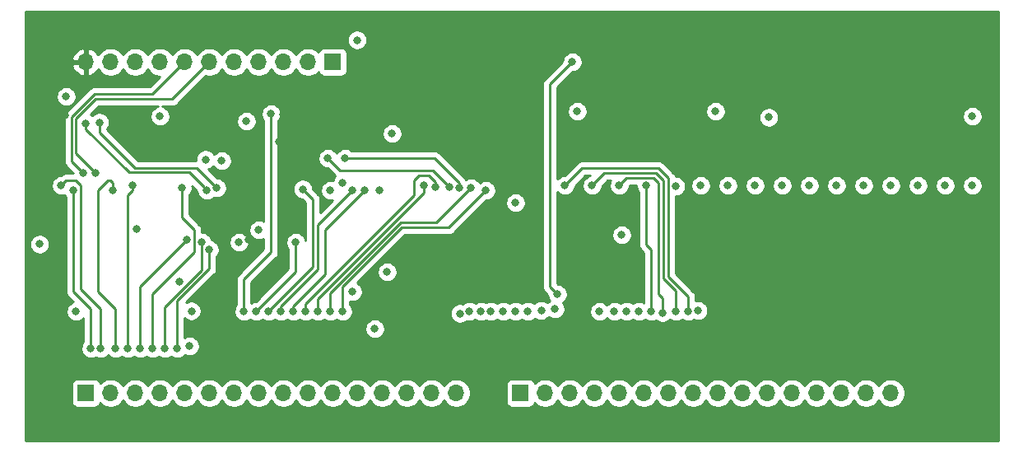
<source format=gbr>
%TF.GenerationSoftware,KiCad,Pcbnew,(5.1.10-1-10_14)*%
%TF.CreationDate,2021-11-12T19:59:20-05:00*%
%TF.ProjectId,address-register-smd,61646472-6573-4732-9d72-656769737465,rev?*%
%TF.SameCoordinates,Original*%
%TF.FileFunction,Copper,L4,Bot*%
%TF.FilePolarity,Positive*%
%FSLAX46Y46*%
G04 Gerber Fmt 4.6, Leading zero omitted, Abs format (unit mm)*
G04 Created by KiCad (PCBNEW (5.1.10-1-10_14)) date 2021-11-12 19:59:20*
%MOMM*%
%LPD*%
G01*
G04 APERTURE LIST*
%TA.AperFunction,ComponentPad*%
%ADD10O,1.700000X1.700000*%
%TD*%
%TA.AperFunction,ComponentPad*%
%ADD11R,1.700000X1.700000*%
%TD*%
%TA.AperFunction,ViaPad*%
%ADD12C,0.800000*%
%TD*%
%TA.AperFunction,Conductor*%
%ADD13C,0.250000*%
%TD*%
%TA.AperFunction,Conductor*%
%ADD14C,0.254000*%
%TD*%
%TA.AperFunction,Conductor*%
%ADD15C,0.100000*%
%TD*%
G04 APERTURE END LIST*
D10*
%TO.P,J4,11*%
%TO.N,VCC*%
X60960000Y-115824000D03*
%TO.P,J4,10*%
%TO.N,GND*%
X63500000Y-115824000D03*
%TO.P,J4,9*%
%TO.N,CLOCK*%
X66040000Y-115824000D03*
%TO.P,J4,8*%
%TO.N,CLEAR*%
X68580000Y-115824000D03*
%TO.P,J4,7*%
%TO.N,DEC*%
X71120000Y-115824000D03*
%TO.P,J4,6*%
%TO.N,INC*%
X73660000Y-115824000D03*
%TO.P,J4,5*%
%TO.N,~LOAD*%
X76200000Y-115824000D03*
%TO.P,J4,4*%
%TO.N,~BUS_OUT*%
X78740000Y-115824000D03*
%TO.P,J4,3*%
%TO.N,~ADDR_OUT*%
X81280000Y-115824000D03*
%TO.P,J4,2*%
%TO.N,CO*%
X83820000Y-115824000D03*
D11*
%TO.P,J4,1*%
%TO.N,BO*%
X86360000Y-115824000D03*
%TD*%
D10*
%TO.P,J3,16*%
%TO.N,ADDR15*%
X143764000Y-149860000D03*
%TO.P,J3,15*%
%TO.N,ADDR14*%
X141224000Y-149860000D03*
%TO.P,J3,14*%
%TO.N,ADDR13*%
X138684000Y-149860000D03*
%TO.P,J3,13*%
%TO.N,ADDR12*%
X136144000Y-149860000D03*
%TO.P,J3,12*%
%TO.N,ADDR11*%
X133604000Y-149860000D03*
%TO.P,J3,11*%
%TO.N,ADDR10*%
X131064000Y-149860000D03*
%TO.P,J3,10*%
%TO.N,ADDR9*%
X128524000Y-149860000D03*
%TO.P,J3,9*%
%TO.N,ADDR8*%
X125984000Y-149860000D03*
%TO.P,J3,8*%
%TO.N,ADDR7*%
X123444000Y-149860000D03*
%TO.P,J3,7*%
%TO.N,ADDR6*%
X120904000Y-149860000D03*
%TO.P,J3,6*%
%TO.N,ADDR5*%
X118364000Y-149860000D03*
%TO.P,J3,5*%
%TO.N,ADDR4*%
X115824000Y-149860000D03*
%TO.P,J3,4*%
%TO.N,ADDR3*%
X113284000Y-149860000D03*
%TO.P,J3,3*%
%TO.N,ADDR2*%
X110744000Y-149860000D03*
%TO.P,J3,2*%
%TO.N,ADDR1*%
X108204000Y-149860000D03*
D11*
%TO.P,J3,1*%
%TO.N,ADDR0*%
X105664000Y-149860000D03*
%TD*%
D10*
%TO.P,J2,16*%
%TO.N,BUS15*%
X99060000Y-149860000D03*
%TO.P,J2,15*%
%TO.N,BUS14*%
X96520000Y-149860000D03*
%TO.P,J2,14*%
%TO.N,BUS13*%
X93980000Y-149860000D03*
%TO.P,J2,13*%
%TO.N,BUS12*%
X91440000Y-149860000D03*
%TO.P,J2,12*%
%TO.N,BUS11*%
X88900000Y-149860000D03*
%TO.P,J2,11*%
%TO.N,BUS10*%
X86360000Y-149860000D03*
%TO.P,J2,10*%
%TO.N,BUS9*%
X83820000Y-149860000D03*
%TO.P,J2,9*%
%TO.N,BUS8*%
X81280000Y-149860000D03*
%TO.P,J2,8*%
%TO.N,BUS7*%
X78740000Y-149860000D03*
%TO.P,J2,7*%
%TO.N,BUS6*%
X76200000Y-149860000D03*
%TO.P,J2,6*%
%TO.N,BUS5*%
X73660000Y-149860000D03*
%TO.P,J2,5*%
%TO.N,BUS4*%
X71120000Y-149860000D03*
%TO.P,J2,4*%
%TO.N,BUS3*%
X68580000Y-149860000D03*
%TO.P,J2,3*%
%TO.N,BUS2*%
X66040000Y-149860000D03*
%TO.P,J2,2*%
%TO.N,BUS1*%
X63500000Y-149860000D03*
D11*
%TO.P,J2,1*%
%TO.N,BUS0*%
X60960000Y-149860000D03*
%TD*%
D12*
%TO.N,VCC*%
X95250000Y-135382000D03*
X111252000Y-133858000D03*
X58100000Y-134554000D03*
X77724000Y-134112000D03*
X58784655Y-121329650D03*
X68326000Y-123952000D03*
X71120000Y-121412000D03*
X73660000Y-121412000D03*
X76200000Y-121412000D03*
X80865500Y-124045500D03*
X81280000Y-121194990D03*
X78740000Y-121194990D03*
X95250000Y-121412000D03*
%TO.N,GND*%
X90678000Y-143256000D03*
X116078000Y-133604000D03*
X91948000Y-137414000D03*
X56200000Y-134554000D03*
X111506000Y-120904000D03*
X125730000Y-120904000D03*
X152146000Y-121412000D03*
X131214500Y-121515500D03*
X123931869Y-141393018D03*
X109220000Y-141224000D03*
X66167000Y-132969000D03*
X58928000Y-119380000D03*
X78740000Y-133096000D03*
X71827115Y-141423115D03*
X68580000Y-121412000D03*
X92456000Y-123190000D03*
X91186000Y-129032000D03*
X105156000Y-130302000D03*
X76708000Y-134366000D03*
%TO.N,CLOCK*%
X70612000Y-138430000D03*
X88392000Y-139446000D03*
%TO.N,DEC*%
X60706000Y-127254000D03*
%TO.N,INC*%
X61976000Y-127254000D03*
%TO.N,~BUS_OUT*%
X77216000Y-141478000D03*
X71628000Y-145034000D03*
X59944000Y-141478000D03*
X80010000Y-121158000D03*
%TO.N,~ADDR_OUT*%
X109474000Y-139699990D03*
X88859378Y-113574990D03*
X110998000Y-115824000D03*
%TO.N,REG7*%
X70358000Y-145288000D03*
X132588000Y-128524000D03*
X107809982Y-141364018D03*
X73660000Y-135128000D03*
%TO.N,REG6*%
X106426000Y-141478000D03*
X69088000Y-145288000D03*
X135382000Y-128524000D03*
X72898000Y-134366000D03*
%TO.N,REG5*%
X105156000Y-141478000D03*
X67818000Y-145288000D03*
X138176000Y-128524000D03*
X70866000Y-128778000D03*
%TO.N,REG4*%
X103886000Y-141478000D03*
X66548000Y-145288000D03*
X140970000Y-128524000D03*
X71374000Y-134112000D03*
%TO.N,REG3*%
X102616000Y-141478000D03*
X65278000Y-145288000D03*
X143764000Y-128524000D03*
X65786000Y-128524000D03*
%TO.N,REG2*%
X101600000Y-141478000D03*
X64008000Y-145288000D03*
X146558000Y-128524000D03*
X63754000Y-129032000D03*
%TO.N,REG1*%
X62484000Y-145288000D03*
X100424600Y-141457778D03*
X149352000Y-128524000D03*
X58420000Y-128524000D03*
%TO.N,REG0*%
X61468000Y-145288000D03*
X99450088Y-141682164D03*
X152146000Y-128524000D03*
X59690000Y-129032000D03*
%TO.N,Net-(U2-Pad13)*%
X60960000Y-122174000D03*
X73406000Y-129032000D03*
%TO.N,Net-(U2-Pad12)*%
X62357000Y-122047000D03*
X74422000Y-128778000D03*
%TO.N,~LOAD*%
X77470000Y-121920000D03*
%TO.N,Net-(U3-Pad13)*%
X73279000Y-125857000D03*
X86106000Y-129032000D03*
%TO.N,Net-(U3-Pad12)*%
X74930000Y-125984000D03*
X87376000Y-128270000D03*
%TO.N,REG15*%
X87376000Y-141478000D03*
X122935478Y-141478044D03*
X102108000Y-129032000D03*
X110236000Y-128524000D03*
%TO.N,REG14*%
X121666000Y-141478000D03*
X86106000Y-141478000D03*
X100584000Y-128778000D03*
X113030000Y-128524000D03*
%TO.N,REG13*%
X84836000Y-141478000D03*
X120282015Y-141591979D03*
X95758000Y-128524000D03*
X115824000Y-128524000D03*
%TO.N,REG12*%
X119125999Y-141478001D03*
X83566000Y-141478000D03*
X96901000Y-128651000D03*
X118618000Y-128524000D03*
%TO.N,REG11*%
X117856000Y-141478000D03*
X82296000Y-141478000D03*
X89662000Y-129032000D03*
X121629010Y-128596586D03*
%TO.N,REG10*%
X116586000Y-141478000D03*
X81026000Y-141478000D03*
X124206000Y-128524000D03*
X88392000Y-129032000D03*
%TO.N,REG9*%
X115316000Y-141478000D03*
X79756000Y-141478000D03*
X127000000Y-128524000D03*
X83265020Y-128905000D03*
%TO.N,REG8*%
X113792000Y-141478000D03*
X78486000Y-141478000D03*
X129794000Y-128524000D03*
X82550000Y-134366000D03*
%TO.N,Net-(U5-Pad13)*%
X85852000Y-125730000D03*
X98351011Y-128674790D03*
%TO.N,Net-(U5-Pad12)*%
X87630000Y-125730000D03*
X99345328Y-128781356D03*
%TD*%
D13*
%TO.N,DEC*%
X59493989Y-121479600D02*
X61847589Y-119126000D01*
X61847589Y-119126000D02*
X67818000Y-119126000D01*
X59493989Y-126041989D02*
X59493989Y-121479600D01*
X60706000Y-127254000D02*
X59493989Y-126041989D01*
X67818000Y-119126000D02*
X70270001Y-116673999D01*
X70270001Y-116673999D02*
X71120000Y-115824000D01*
%TO.N,INC*%
X61976000Y-127254000D02*
X59944000Y-125222000D01*
X59944000Y-125222000D02*
X59944000Y-121666000D01*
X59944000Y-121666000D02*
X61976000Y-119634000D01*
X69850000Y-119634000D02*
X73660000Y-115824000D01*
X61976000Y-119634000D02*
X69850000Y-119634000D01*
%TO.N,~BUS_OUT*%
X80010000Y-121158000D02*
X80010000Y-135382000D01*
X77216000Y-138176000D02*
X77216000Y-141478000D01*
X80010000Y-135382000D02*
X77216000Y-138176000D01*
%TO.N,~ADDR_OUT*%
X110998000Y-115824000D02*
X108712000Y-118110000D01*
X108712000Y-138937990D02*
X109474000Y-139699990D01*
X108712000Y-118110000D02*
X108712000Y-138937990D01*
%TO.N,REG7*%
X70358000Y-145288000D02*
X70358000Y-140393413D01*
X70358000Y-140393413D02*
X73660000Y-137091413D01*
X73660000Y-137091413D02*
X73660000Y-135128000D01*
%TO.N,REG6*%
X69088000Y-145288000D02*
X69088000Y-141027002D01*
X72898000Y-137217002D02*
X72898000Y-134366000D01*
X69088000Y-141027002D02*
X72898000Y-137217002D01*
%TO.N,REG5*%
X67818000Y-145288000D02*
X67818000Y-139700000D01*
X67818000Y-139700000D02*
X72136000Y-135382000D01*
X72136000Y-135382000D02*
X72136000Y-133096000D01*
X72136000Y-133096000D02*
X70866000Y-131826000D01*
X70866000Y-131826000D02*
X70866000Y-128778000D01*
%TO.N,REG4*%
X66548000Y-145288000D02*
X66548000Y-138938000D01*
X66548000Y-138938000D02*
X71374000Y-134112000D01*
%TO.N,REG3*%
X65278000Y-145288000D02*
X65278000Y-129540000D01*
X65786000Y-129032000D02*
X65786000Y-128524000D01*
X65278000Y-129540000D02*
X65786000Y-129032000D01*
%TO.N,REG2*%
X64008000Y-145288000D02*
X64008000Y-141224000D01*
X64008000Y-141224000D02*
X62230000Y-139446000D01*
X62230000Y-139446000D02*
X62230000Y-129032000D01*
X62230000Y-129032000D02*
X63246000Y-128016000D01*
X63246000Y-128016000D02*
X63500000Y-128016000D01*
X63500000Y-128016000D02*
X63754000Y-128270000D01*
X63754000Y-128270000D02*
X63754000Y-129032000D01*
%TO.N,REG1*%
X62484000Y-145288000D02*
X62484000Y-141224000D01*
X62484000Y-141224000D02*
X60452000Y-139192000D01*
X60452000Y-139192000D02*
X60452000Y-128524000D01*
X60452000Y-128524000D02*
X59944000Y-128016000D01*
X58928000Y-128016000D02*
X58420000Y-128524000D01*
X59944000Y-128016000D02*
X58928000Y-128016000D01*
%TO.N,REG0*%
X59690000Y-129032000D02*
X59690000Y-139446000D01*
X59690000Y-139446000D02*
X61468000Y-141224000D01*
X61468000Y-141224000D02*
X61468000Y-145288000D01*
%TO.N,Net-(U2-Pad13)*%
X60960000Y-122739685D02*
X65416326Y-127196011D01*
X60960000Y-122174000D02*
X60960000Y-122739685D01*
X71570011Y-127196011D02*
X73006001Y-128632001D01*
X65416326Y-127196011D02*
X71570011Y-127196011D01*
X73006001Y-128632001D02*
X73406000Y-129032000D01*
%TO.N,Net-(U2-Pad12)*%
X62357000Y-122047000D02*
X62357000Y-123063000D01*
X62357000Y-123063000D02*
X66040000Y-126746000D01*
X66040000Y-126746000D02*
X72390000Y-126746000D01*
X72390000Y-126746000D02*
X74422000Y-128778000D01*
%TO.N,REG15*%
X102108000Y-129032000D02*
X98298000Y-132842000D01*
X98298000Y-132842000D02*
X93472000Y-132842000D01*
X87376000Y-138938000D02*
X87376000Y-141478000D01*
X93472000Y-132842000D02*
X87376000Y-138938000D01*
X110236000Y-128524000D02*
X112014000Y-126746000D01*
X112014000Y-126746000D02*
X119888000Y-126746000D01*
X119888000Y-126746000D02*
X120904000Y-127762000D01*
X120904000Y-127762000D02*
X120904000Y-137922000D01*
X122935478Y-139953478D02*
X122935478Y-141478044D01*
X120904000Y-137922000D02*
X122935478Y-139953478D01*
%TO.N,REG14*%
X86106000Y-140912315D02*
X86106000Y-141478000D01*
X100584000Y-128778000D02*
X97028000Y-132334000D01*
X93343590Y-132334000D02*
X86106000Y-139571590D01*
X86106000Y-139571590D02*
X86106000Y-140912315D01*
X97028000Y-132334000D02*
X93343590Y-132334000D01*
X113030000Y-128524000D02*
X114300000Y-127254000D01*
X120396000Y-128016000D02*
X120396000Y-138050410D01*
X121666000Y-139320410D02*
X121666000Y-141478000D01*
X114300000Y-127254000D02*
X119634000Y-127254000D01*
X119634000Y-127254000D02*
X120396000Y-128016000D01*
X120396000Y-138050410D02*
X121666000Y-139320410D01*
%TO.N,REG13*%
X95758000Y-128524000D02*
X95758000Y-129283179D01*
X95758000Y-129283179D02*
X84836000Y-140205179D01*
X84836000Y-140205179D02*
X84836000Y-140912315D01*
X84836000Y-140912315D02*
X84836000Y-141478000D01*
X120282015Y-140094015D02*
X120282015Y-141591979D01*
X116586000Y-127762000D02*
X119380000Y-127762000D01*
X119888000Y-128270000D02*
X119888000Y-139700000D01*
X119380000Y-127762000D02*
X119888000Y-128270000D01*
X119888000Y-139700000D02*
X120282015Y-140094015D01*
X115824000Y-128524000D02*
X116586000Y-127762000D01*
%TO.N,REG12*%
X96901000Y-128651000D02*
X96901000Y-128143000D01*
X96901000Y-128143000D02*
X96266000Y-127508000D01*
X96266000Y-127508000D02*
X95250000Y-127508000D01*
X95250000Y-127508000D02*
X94742000Y-128016000D01*
X94742000Y-128016000D02*
X94742000Y-129540000D01*
X83566000Y-140716000D02*
X83566000Y-141478000D01*
X94742000Y-129540000D02*
X83566000Y-140716000D01*
X119125999Y-135127999D02*
X119125999Y-141478001D01*
X118618000Y-134620000D02*
X119125999Y-135127999D01*
X118618000Y-128524000D02*
X118618000Y-134620000D01*
%TO.N,REG11*%
X89662000Y-129032000D02*
X85598000Y-133096000D01*
X85598000Y-133096000D02*
X85598000Y-137668000D01*
X82296000Y-140970000D02*
X82296000Y-141478000D01*
X85598000Y-137668000D02*
X82296000Y-140970000D01*
%TO.N,REG10*%
X88392000Y-129032000D02*
X84836000Y-132588000D01*
X84836000Y-132588000D02*
X84836000Y-137160000D01*
X81026000Y-140970000D02*
X81026000Y-141478000D01*
X84836000Y-137160000D02*
X81026000Y-140970000D01*
%TO.N,REG9*%
X84328000Y-129967980D02*
X83265020Y-128905000D01*
X84328000Y-136906000D02*
X84328000Y-129967980D01*
X79756000Y-141478000D02*
X84328000Y-136906000D01*
%TO.N,REG8*%
X82550000Y-137414000D02*
X82550000Y-134366000D01*
X78486000Y-141478000D02*
X82550000Y-137414000D01*
%TO.N,Net-(U5-Pad13)*%
X87122000Y-127000000D02*
X96676221Y-127000000D01*
X85852000Y-125730000D02*
X87122000Y-127000000D01*
X96676221Y-127000000D02*
X98351011Y-128674790D01*
%TO.N,Net-(U5-Pad12)*%
X96859657Y-125730000D02*
X99345328Y-128215671D01*
X99345328Y-128215671D02*
X99345328Y-128781356D01*
X87630000Y-125730000D02*
X96859657Y-125730000D01*
%TD*%
D14*
%TO.N,VCC*%
X154788001Y-154788000D02*
X54762000Y-154788000D01*
X54762000Y-149010000D01*
X59471928Y-149010000D01*
X59471928Y-150710000D01*
X59484188Y-150834482D01*
X59520498Y-150954180D01*
X59579463Y-151064494D01*
X59658815Y-151161185D01*
X59755506Y-151240537D01*
X59865820Y-151299502D01*
X59985518Y-151335812D01*
X60110000Y-151348072D01*
X61810000Y-151348072D01*
X61934482Y-151335812D01*
X62054180Y-151299502D01*
X62164494Y-151240537D01*
X62261185Y-151161185D01*
X62340537Y-151064494D01*
X62399502Y-150954180D01*
X62421513Y-150881620D01*
X62553368Y-151013475D01*
X62796589Y-151175990D01*
X63066842Y-151287932D01*
X63353740Y-151345000D01*
X63646260Y-151345000D01*
X63933158Y-151287932D01*
X64203411Y-151175990D01*
X64446632Y-151013475D01*
X64653475Y-150806632D01*
X64770000Y-150632240D01*
X64886525Y-150806632D01*
X65093368Y-151013475D01*
X65336589Y-151175990D01*
X65606842Y-151287932D01*
X65893740Y-151345000D01*
X66186260Y-151345000D01*
X66473158Y-151287932D01*
X66743411Y-151175990D01*
X66986632Y-151013475D01*
X67193475Y-150806632D01*
X67310000Y-150632240D01*
X67426525Y-150806632D01*
X67633368Y-151013475D01*
X67876589Y-151175990D01*
X68146842Y-151287932D01*
X68433740Y-151345000D01*
X68726260Y-151345000D01*
X69013158Y-151287932D01*
X69283411Y-151175990D01*
X69526632Y-151013475D01*
X69733475Y-150806632D01*
X69850000Y-150632240D01*
X69966525Y-150806632D01*
X70173368Y-151013475D01*
X70416589Y-151175990D01*
X70686842Y-151287932D01*
X70973740Y-151345000D01*
X71266260Y-151345000D01*
X71553158Y-151287932D01*
X71823411Y-151175990D01*
X72066632Y-151013475D01*
X72273475Y-150806632D01*
X72390000Y-150632240D01*
X72506525Y-150806632D01*
X72713368Y-151013475D01*
X72956589Y-151175990D01*
X73226842Y-151287932D01*
X73513740Y-151345000D01*
X73806260Y-151345000D01*
X74093158Y-151287932D01*
X74363411Y-151175990D01*
X74606632Y-151013475D01*
X74813475Y-150806632D01*
X74930000Y-150632240D01*
X75046525Y-150806632D01*
X75253368Y-151013475D01*
X75496589Y-151175990D01*
X75766842Y-151287932D01*
X76053740Y-151345000D01*
X76346260Y-151345000D01*
X76633158Y-151287932D01*
X76903411Y-151175990D01*
X77146632Y-151013475D01*
X77353475Y-150806632D01*
X77470000Y-150632240D01*
X77586525Y-150806632D01*
X77793368Y-151013475D01*
X78036589Y-151175990D01*
X78306842Y-151287932D01*
X78593740Y-151345000D01*
X78886260Y-151345000D01*
X79173158Y-151287932D01*
X79443411Y-151175990D01*
X79686632Y-151013475D01*
X79893475Y-150806632D01*
X80010000Y-150632240D01*
X80126525Y-150806632D01*
X80333368Y-151013475D01*
X80576589Y-151175990D01*
X80846842Y-151287932D01*
X81133740Y-151345000D01*
X81426260Y-151345000D01*
X81713158Y-151287932D01*
X81983411Y-151175990D01*
X82226632Y-151013475D01*
X82433475Y-150806632D01*
X82550000Y-150632240D01*
X82666525Y-150806632D01*
X82873368Y-151013475D01*
X83116589Y-151175990D01*
X83386842Y-151287932D01*
X83673740Y-151345000D01*
X83966260Y-151345000D01*
X84253158Y-151287932D01*
X84523411Y-151175990D01*
X84766632Y-151013475D01*
X84973475Y-150806632D01*
X85090000Y-150632240D01*
X85206525Y-150806632D01*
X85413368Y-151013475D01*
X85656589Y-151175990D01*
X85926842Y-151287932D01*
X86213740Y-151345000D01*
X86506260Y-151345000D01*
X86793158Y-151287932D01*
X87063411Y-151175990D01*
X87306632Y-151013475D01*
X87513475Y-150806632D01*
X87630000Y-150632240D01*
X87746525Y-150806632D01*
X87953368Y-151013475D01*
X88196589Y-151175990D01*
X88466842Y-151287932D01*
X88753740Y-151345000D01*
X89046260Y-151345000D01*
X89333158Y-151287932D01*
X89603411Y-151175990D01*
X89846632Y-151013475D01*
X90053475Y-150806632D01*
X90170000Y-150632240D01*
X90286525Y-150806632D01*
X90493368Y-151013475D01*
X90736589Y-151175990D01*
X91006842Y-151287932D01*
X91293740Y-151345000D01*
X91586260Y-151345000D01*
X91873158Y-151287932D01*
X92143411Y-151175990D01*
X92386632Y-151013475D01*
X92593475Y-150806632D01*
X92710000Y-150632240D01*
X92826525Y-150806632D01*
X93033368Y-151013475D01*
X93276589Y-151175990D01*
X93546842Y-151287932D01*
X93833740Y-151345000D01*
X94126260Y-151345000D01*
X94413158Y-151287932D01*
X94683411Y-151175990D01*
X94926632Y-151013475D01*
X95133475Y-150806632D01*
X95250000Y-150632240D01*
X95366525Y-150806632D01*
X95573368Y-151013475D01*
X95816589Y-151175990D01*
X96086842Y-151287932D01*
X96373740Y-151345000D01*
X96666260Y-151345000D01*
X96953158Y-151287932D01*
X97223411Y-151175990D01*
X97466632Y-151013475D01*
X97673475Y-150806632D01*
X97790000Y-150632240D01*
X97906525Y-150806632D01*
X98113368Y-151013475D01*
X98356589Y-151175990D01*
X98626842Y-151287932D01*
X98913740Y-151345000D01*
X99206260Y-151345000D01*
X99493158Y-151287932D01*
X99763411Y-151175990D01*
X100006632Y-151013475D01*
X100213475Y-150806632D01*
X100375990Y-150563411D01*
X100487932Y-150293158D01*
X100545000Y-150006260D01*
X100545000Y-149713740D01*
X100487932Y-149426842D01*
X100375990Y-149156589D01*
X100278043Y-149010000D01*
X104175928Y-149010000D01*
X104175928Y-150710000D01*
X104188188Y-150834482D01*
X104224498Y-150954180D01*
X104283463Y-151064494D01*
X104362815Y-151161185D01*
X104459506Y-151240537D01*
X104569820Y-151299502D01*
X104689518Y-151335812D01*
X104814000Y-151348072D01*
X106514000Y-151348072D01*
X106638482Y-151335812D01*
X106758180Y-151299502D01*
X106868494Y-151240537D01*
X106965185Y-151161185D01*
X107044537Y-151064494D01*
X107103502Y-150954180D01*
X107125513Y-150881620D01*
X107257368Y-151013475D01*
X107500589Y-151175990D01*
X107770842Y-151287932D01*
X108057740Y-151345000D01*
X108350260Y-151345000D01*
X108637158Y-151287932D01*
X108907411Y-151175990D01*
X109150632Y-151013475D01*
X109357475Y-150806632D01*
X109474000Y-150632240D01*
X109590525Y-150806632D01*
X109797368Y-151013475D01*
X110040589Y-151175990D01*
X110310842Y-151287932D01*
X110597740Y-151345000D01*
X110890260Y-151345000D01*
X111177158Y-151287932D01*
X111447411Y-151175990D01*
X111690632Y-151013475D01*
X111897475Y-150806632D01*
X112014000Y-150632240D01*
X112130525Y-150806632D01*
X112337368Y-151013475D01*
X112580589Y-151175990D01*
X112850842Y-151287932D01*
X113137740Y-151345000D01*
X113430260Y-151345000D01*
X113717158Y-151287932D01*
X113987411Y-151175990D01*
X114230632Y-151013475D01*
X114437475Y-150806632D01*
X114554000Y-150632240D01*
X114670525Y-150806632D01*
X114877368Y-151013475D01*
X115120589Y-151175990D01*
X115390842Y-151287932D01*
X115677740Y-151345000D01*
X115970260Y-151345000D01*
X116257158Y-151287932D01*
X116527411Y-151175990D01*
X116770632Y-151013475D01*
X116977475Y-150806632D01*
X117094000Y-150632240D01*
X117210525Y-150806632D01*
X117417368Y-151013475D01*
X117660589Y-151175990D01*
X117930842Y-151287932D01*
X118217740Y-151345000D01*
X118510260Y-151345000D01*
X118797158Y-151287932D01*
X119067411Y-151175990D01*
X119310632Y-151013475D01*
X119517475Y-150806632D01*
X119634000Y-150632240D01*
X119750525Y-150806632D01*
X119957368Y-151013475D01*
X120200589Y-151175990D01*
X120470842Y-151287932D01*
X120757740Y-151345000D01*
X121050260Y-151345000D01*
X121337158Y-151287932D01*
X121607411Y-151175990D01*
X121850632Y-151013475D01*
X122057475Y-150806632D01*
X122174000Y-150632240D01*
X122290525Y-150806632D01*
X122497368Y-151013475D01*
X122740589Y-151175990D01*
X123010842Y-151287932D01*
X123297740Y-151345000D01*
X123590260Y-151345000D01*
X123877158Y-151287932D01*
X124147411Y-151175990D01*
X124390632Y-151013475D01*
X124597475Y-150806632D01*
X124714000Y-150632240D01*
X124830525Y-150806632D01*
X125037368Y-151013475D01*
X125280589Y-151175990D01*
X125550842Y-151287932D01*
X125837740Y-151345000D01*
X126130260Y-151345000D01*
X126417158Y-151287932D01*
X126687411Y-151175990D01*
X126930632Y-151013475D01*
X127137475Y-150806632D01*
X127254000Y-150632240D01*
X127370525Y-150806632D01*
X127577368Y-151013475D01*
X127820589Y-151175990D01*
X128090842Y-151287932D01*
X128377740Y-151345000D01*
X128670260Y-151345000D01*
X128957158Y-151287932D01*
X129227411Y-151175990D01*
X129470632Y-151013475D01*
X129677475Y-150806632D01*
X129794000Y-150632240D01*
X129910525Y-150806632D01*
X130117368Y-151013475D01*
X130360589Y-151175990D01*
X130630842Y-151287932D01*
X130917740Y-151345000D01*
X131210260Y-151345000D01*
X131497158Y-151287932D01*
X131767411Y-151175990D01*
X132010632Y-151013475D01*
X132217475Y-150806632D01*
X132334000Y-150632240D01*
X132450525Y-150806632D01*
X132657368Y-151013475D01*
X132900589Y-151175990D01*
X133170842Y-151287932D01*
X133457740Y-151345000D01*
X133750260Y-151345000D01*
X134037158Y-151287932D01*
X134307411Y-151175990D01*
X134550632Y-151013475D01*
X134757475Y-150806632D01*
X134874000Y-150632240D01*
X134990525Y-150806632D01*
X135197368Y-151013475D01*
X135440589Y-151175990D01*
X135710842Y-151287932D01*
X135997740Y-151345000D01*
X136290260Y-151345000D01*
X136577158Y-151287932D01*
X136847411Y-151175990D01*
X137090632Y-151013475D01*
X137297475Y-150806632D01*
X137414000Y-150632240D01*
X137530525Y-150806632D01*
X137737368Y-151013475D01*
X137980589Y-151175990D01*
X138250842Y-151287932D01*
X138537740Y-151345000D01*
X138830260Y-151345000D01*
X139117158Y-151287932D01*
X139387411Y-151175990D01*
X139630632Y-151013475D01*
X139837475Y-150806632D01*
X139954000Y-150632240D01*
X140070525Y-150806632D01*
X140277368Y-151013475D01*
X140520589Y-151175990D01*
X140790842Y-151287932D01*
X141077740Y-151345000D01*
X141370260Y-151345000D01*
X141657158Y-151287932D01*
X141927411Y-151175990D01*
X142170632Y-151013475D01*
X142377475Y-150806632D01*
X142494000Y-150632240D01*
X142610525Y-150806632D01*
X142817368Y-151013475D01*
X143060589Y-151175990D01*
X143330842Y-151287932D01*
X143617740Y-151345000D01*
X143910260Y-151345000D01*
X144197158Y-151287932D01*
X144467411Y-151175990D01*
X144710632Y-151013475D01*
X144917475Y-150806632D01*
X145079990Y-150563411D01*
X145191932Y-150293158D01*
X145249000Y-150006260D01*
X145249000Y-149713740D01*
X145191932Y-149426842D01*
X145079990Y-149156589D01*
X144917475Y-148913368D01*
X144710632Y-148706525D01*
X144467411Y-148544010D01*
X144197158Y-148432068D01*
X143910260Y-148375000D01*
X143617740Y-148375000D01*
X143330842Y-148432068D01*
X143060589Y-148544010D01*
X142817368Y-148706525D01*
X142610525Y-148913368D01*
X142494000Y-149087760D01*
X142377475Y-148913368D01*
X142170632Y-148706525D01*
X141927411Y-148544010D01*
X141657158Y-148432068D01*
X141370260Y-148375000D01*
X141077740Y-148375000D01*
X140790842Y-148432068D01*
X140520589Y-148544010D01*
X140277368Y-148706525D01*
X140070525Y-148913368D01*
X139954000Y-149087760D01*
X139837475Y-148913368D01*
X139630632Y-148706525D01*
X139387411Y-148544010D01*
X139117158Y-148432068D01*
X138830260Y-148375000D01*
X138537740Y-148375000D01*
X138250842Y-148432068D01*
X137980589Y-148544010D01*
X137737368Y-148706525D01*
X137530525Y-148913368D01*
X137414000Y-149087760D01*
X137297475Y-148913368D01*
X137090632Y-148706525D01*
X136847411Y-148544010D01*
X136577158Y-148432068D01*
X136290260Y-148375000D01*
X135997740Y-148375000D01*
X135710842Y-148432068D01*
X135440589Y-148544010D01*
X135197368Y-148706525D01*
X134990525Y-148913368D01*
X134874000Y-149087760D01*
X134757475Y-148913368D01*
X134550632Y-148706525D01*
X134307411Y-148544010D01*
X134037158Y-148432068D01*
X133750260Y-148375000D01*
X133457740Y-148375000D01*
X133170842Y-148432068D01*
X132900589Y-148544010D01*
X132657368Y-148706525D01*
X132450525Y-148913368D01*
X132334000Y-149087760D01*
X132217475Y-148913368D01*
X132010632Y-148706525D01*
X131767411Y-148544010D01*
X131497158Y-148432068D01*
X131210260Y-148375000D01*
X130917740Y-148375000D01*
X130630842Y-148432068D01*
X130360589Y-148544010D01*
X130117368Y-148706525D01*
X129910525Y-148913368D01*
X129794000Y-149087760D01*
X129677475Y-148913368D01*
X129470632Y-148706525D01*
X129227411Y-148544010D01*
X128957158Y-148432068D01*
X128670260Y-148375000D01*
X128377740Y-148375000D01*
X128090842Y-148432068D01*
X127820589Y-148544010D01*
X127577368Y-148706525D01*
X127370525Y-148913368D01*
X127254000Y-149087760D01*
X127137475Y-148913368D01*
X126930632Y-148706525D01*
X126687411Y-148544010D01*
X126417158Y-148432068D01*
X126130260Y-148375000D01*
X125837740Y-148375000D01*
X125550842Y-148432068D01*
X125280589Y-148544010D01*
X125037368Y-148706525D01*
X124830525Y-148913368D01*
X124714000Y-149087760D01*
X124597475Y-148913368D01*
X124390632Y-148706525D01*
X124147411Y-148544010D01*
X123877158Y-148432068D01*
X123590260Y-148375000D01*
X123297740Y-148375000D01*
X123010842Y-148432068D01*
X122740589Y-148544010D01*
X122497368Y-148706525D01*
X122290525Y-148913368D01*
X122174000Y-149087760D01*
X122057475Y-148913368D01*
X121850632Y-148706525D01*
X121607411Y-148544010D01*
X121337158Y-148432068D01*
X121050260Y-148375000D01*
X120757740Y-148375000D01*
X120470842Y-148432068D01*
X120200589Y-148544010D01*
X119957368Y-148706525D01*
X119750525Y-148913368D01*
X119634000Y-149087760D01*
X119517475Y-148913368D01*
X119310632Y-148706525D01*
X119067411Y-148544010D01*
X118797158Y-148432068D01*
X118510260Y-148375000D01*
X118217740Y-148375000D01*
X117930842Y-148432068D01*
X117660589Y-148544010D01*
X117417368Y-148706525D01*
X117210525Y-148913368D01*
X117094000Y-149087760D01*
X116977475Y-148913368D01*
X116770632Y-148706525D01*
X116527411Y-148544010D01*
X116257158Y-148432068D01*
X115970260Y-148375000D01*
X115677740Y-148375000D01*
X115390842Y-148432068D01*
X115120589Y-148544010D01*
X114877368Y-148706525D01*
X114670525Y-148913368D01*
X114554000Y-149087760D01*
X114437475Y-148913368D01*
X114230632Y-148706525D01*
X113987411Y-148544010D01*
X113717158Y-148432068D01*
X113430260Y-148375000D01*
X113137740Y-148375000D01*
X112850842Y-148432068D01*
X112580589Y-148544010D01*
X112337368Y-148706525D01*
X112130525Y-148913368D01*
X112014000Y-149087760D01*
X111897475Y-148913368D01*
X111690632Y-148706525D01*
X111447411Y-148544010D01*
X111177158Y-148432068D01*
X110890260Y-148375000D01*
X110597740Y-148375000D01*
X110310842Y-148432068D01*
X110040589Y-148544010D01*
X109797368Y-148706525D01*
X109590525Y-148913368D01*
X109474000Y-149087760D01*
X109357475Y-148913368D01*
X109150632Y-148706525D01*
X108907411Y-148544010D01*
X108637158Y-148432068D01*
X108350260Y-148375000D01*
X108057740Y-148375000D01*
X107770842Y-148432068D01*
X107500589Y-148544010D01*
X107257368Y-148706525D01*
X107125513Y-148838380D01*
X107103502Y-148765820D01*
X107044537Y-148655506D01*
X106965185Y-148558815D01*
X106868494Y-148479463D01*
X106758180Y-148420498D01*
X106638482Y-148384188D01*
X106514000Y-148371928D01*
X104814000Y-148371928D01*
X104689518Y-148384188D01*
X104569820Y-148420498D01*
X104459506Y-148479463D01*
X104362815Y-148558815D01*
X104283463Y-148655506D01*
X104224498Y-148765820D01*
X104188188Y-148885518D01*
X104175928Y-149010000D01*
X100278043Y-149010000D01*
X100213475Y-148913368D01*
X100006632Y-148706525D01*
X99763411Y-148544010D01*
X99493158Y-148432068D01*
X99206260Y-148375000D01*
X98913740Y-148375000D01*
X98626842Y-148432068D01*
X98356589Y-148544010D01*
X98113368Y-148706525D01*
X97906525Y-148913368D01*
X97790000Y-149087760D01*
X97673475Y-148913368D01*
X97466632Y-148706525D01*
X97223411Y-148544010D01*
X96953158Y-148432068D01*
X96666260Y-148375000D01*
X96373740Y-148375000D01*
X96086842Y-148432068D01*
X95816589Y-148544010D01*
X95573368Y-148706525D01*
X95366525Y-148913368D01*
X95250000Y-149087760D01*
X95133475Y-148913368D01*
X94926632Y-148706525D01*
X94683411Y-148544010D01*
X94413158Y-148432068D01*
X94126260Y-148375000D01*
X93833740Y-148375000D01*
X93546842Y-148432068D01*
X93276589Y-148544010D01*
X93033368Y-148706525D01*
X92826525Y-148913368D01*
X92710000Y-149087760D01*
X92593475Y-148913368D01*
X92386632Y-148706525D01*
X92143411Y-148544010D01*
X91873158Y-148432068D01*
X91586260Y-148375000D01*
X91293740Y-148375000D01*
X91006842Y-148432068D01*
X90736589Y-148544010D01*
X90493368Y-148706525D01*
X90286525Y-148913368D01*
X90170000Y-149087760D01*
X90053475Y-148913368D01*
X89846632Y-148706525D01*
X89603411Y-148544010D01*
X89333158Y-148432068D01*
X89046260Y-148375000D01*
X88753740Y-148375000D01*
X88466842Y-148432068D01*
X88196589Y-148544010D01*
X87953368Y-148706525D01*
X87746525Y-148913368D01*
X87630000Y-149087760D01*
X87513475Y-148913368D01*
X87306632Y-148706525D01*
X87063411Y-148544010D01*
X86793158Y-148432068D01*
X86506260Y-148375000D01*
X86213740Y-148375000D01*
X85926842Y-148432068D01*
X85656589Y-148544010D01*
X85413368Y-148706525D01*
X85206525Y-148913368D01*
X85090000Y-149087760D01*
X84973475Y-148913368D01*
X84766632Y-148706525D01*
X84523411Y-148544010D01*
X84253158Y-148432068D01*
X83966260Y-148375000D01*
X83673740Y-148375000D01*
X83386842Y-148432068D01*
X83116589Y-148544010D01*
X82873368Y-148706525D01*
X82666525Y-148913368D01*
X82550000Y-149087760D01*
X82433475Y-148913368D01*
X82226632Y-148706525D01*
X81983411Y-148544010D01*
X81713158Y-148432068D01*
X81426260Y-148375000D01*
X81133740Y-148375000D01*
X80846842Y-148432068D01*
X80576589Y-148544010D01*
X80333368Y-148706525D01*
X80126525Y-148913368D01*
X80010000Y-149087760D01*
X79893475Y-148913368D01*
X79686632Y-148706525D01*
X79443411Y-148544010D01*
X79173158Y-148432068D01*
X78886260Y-148375000D01*
X78593740Y-148375000D01*
X78306842Y-148432068D01*
X78036589Y-148544010D01*
X77793368Y-148706525D01*
X77586525Y-148913368D01*
X77470000Y-149087760D01*
X77353475Y-148913368D01*
X77146632Y-148706525D01*
X76903411Y-148544010D01*
X76633158Y-148432068D01*
X76346260Y-148375000D01*
X76053740Y-148375000D01*
X75766842Y-148432068D01*
X75496589Y-148544010D01*
X75253368Y-148706525D01*
X75046525Y-148913368D01*
X74930000Y-149087760D01*
X74813475Y-148913368D01*
X74606632Y-148706525D01*
X74363411Y-148544010D01*
X74093158Y-148432068D01*
X73806260Y-148375000D01*
X73513740Y-148375000D01*
X73226842Y-148432068D01*
X72956589Y-148544010D01*
X72713368Y-148706525D01*
X72506525Y-148913368D01*
X72390000Y-149087760D01*
X72273475Y-148913368D01*
X72066632Y-148706525D01*
X71823411Y-148544010D01*
X71553158Y-148432068D01*
X71266260Y-148375000D01*
X70973740Y-148375000D01*
X70686842Y-148432068D01*
X70416589Y-148544010D01*
X70173368Y-148706525D01*
X69966525Y-148913368D01*
X69850000Y-149087760D01*
X69733475Y-148913368D01*
X69526632Y-148706525D01*
X69283411Y-148544010D01*
X69013158Y-148432068D01*
X68726260Y-148375000D01*
X68433740Y-148375000D01*
X68146842Y-148432068D01*
X67876589Y-148544010D01*
X67633368Y-148706525D01*
X67426525Y-148913368D01*
X67310000Y-149087760D01*
X67193475Y-148913368D01*
X66986632Y-148706525D01*
X66743411Y-148544010D01*
X66473158Y-148432068D01*
X66186260Y-148375000D01*
X65893740Y-148375000D01*
X65606842Y-148432068D01*
X65336589Y-148544010D01*
X65093368Y-148706525D01*
X64886525Y-148913368D01*
X64770000Y-149087760D01*
X64653475Y-148913368D01*
X64446632Y-148706525D01*
X64203411Y-148544010D01*
X63933158Y-148432068D01*
X63646260Y-148375000D01*
X63353740Y-148375000D01*
X63066842Y-148432068D01*
X62796589Y-148544010D01*
X62553368Y-148706525D01*
X62421513Y-148838380D01*
X62399502Y-148765820D01*
X62340537Y-148655506D01*
X62261185Y-148558815D01*
X62164494Y-148479463D01*
X62054180Y-148420498D01*
X61934482Y-148384188D01*
X61810000Y-148371928D01*
X60110000Y-148371928D01*
X59985518Y-148384188D01*
X59865820Y-148420498D01*
X59755506Y-148479463D01*
X59658815Y-148558815D01*
X59579463Y-148655506D01*
X59520498Y-148765820D01*
X59484188Y-148885518D01*
X59471928Y-149010000D01*
X54762000Y-149010000D01*
X54762000Y-134452061D01*
X55165000Y-134452061D01*
X55165000Y-134655939D01*
X55204774Y-134855898D01*
X55282795Y-135044256D01*
X55396063Y-135213774D01*
X55540226Y-135357937D01*
X55709744Y-135471205D01*
X55898102Y-135549226D01*
X56098061Y-135589000D01*
X56301939Y-135589000D01*
X56501898Y-135549226D01*
X56690256Y-135471205D01*
X56859774Y-135357937D01*
X57003937Y-135213774D01*
X57117205Y-135044256D01*
X57195226Y-134855898D01*
X57235000Y-134655939D01*
X57235000Y-134452061D01*
X57195226Y-134252102D01*
X57117205Y-134063744D01*
X57003937Y-133894226D01*
X56859774Y-133750063D01*
X56690256Y-133636795D01*
X56501898Y-133558774D01*
X56301939Y-133519000D01*
X56098061Y-133519000D01*
X55898102Y-133558774D01*
X55709744Y-133636795D01*
X55540226Y-133750063D01*
X55396063Y-133894226D01*
X55282795Y-134063744D01*
X55204774Y-134252102D01*
X55165000Y-134452061D01*
X54762000Y-134452061D01*
X54762000Y-128422061D01*
X57385000Y-128422061D01*
X57385000Y-128625939D01*
X57424774Y-128825898D01*
X57502795Y-129014256D01*
X57616063Y-129183774D01*
X57760226Y-129327937D01*
X57929744Y-129441205D01*
X58118102Y-129519226D01*
X58318061Y-129559000D01*
X58521939Y-129559000D01*
X58721898Y-129519226D01*
X58764270Y-129501675D01*
X58772795Y-129522256D01*
X58886063Y-129691774D01*
X58930000Y-129735711D01*
X58930001Y-139408668D01*
X58926324Y-139446000D01*
X58940998Y-139594985D01*
X58984454Y-139738246D01*
X59055026Y-139870276D01*
X59109175Y-139936256D01*
X59150000Y-139986001D01*
X59178998Y-140009799D01*
X59650335Y-140481136D01*
X59642102Y-140482774D01*
X59453744Y-140560795D01*
X59284226Y-140674063D01*
X59140063Y-140818226D01*
X59026795Y-140987744D01*
X58948774Y-141176102D01*
X58909000Y-141376061D01*
X58909000Y-141579939D01*
X58948774Y-141779898D01*
X59026795Y-141968256D01*
X59140063Y-142137774D01*
X59284226Y-142281937D01*
X59453744Y-142395205D01*
X59642102Y-142473226D01*
X59842061Y-142513000D01*
X60045939Y-142513000D01*
X60245898Y-142473226D01*
X60434256Y-142395205D01*
X60603774Y-142281937D01*
X60708000Y-142177711D01*
X60708001Y-144584288D01*
X60664063Y-144628226D01*
X60550795Y-144797744D01*
X60472774Y-144986102D01*
X60433000Y-145186061D01*
X60433000Y-145389939D01*
X60472774Y-145589898D01*
X60550795Y-145778256D01*
X60664063Y-145947774D01*
X60808226Y-146091937D01*
X60977744Y-146205205D01*
X61166102Y-146283226D01*
X61366061Y-146323000D01*
X61569939Y-146323000D01*
X61769898Y-146283226D01*
X61958256Y-146205205D01*
X61976000Y-146193349D01*
X61993744Y-146205205D01*
X62182102Y-146283226D01*
X62382061Y-146323000D01*
X62585939Y-146323000D01*
X62785898Y-146283226D01*
X62974256Y-146205205D01*
X63143774Y-146091937D01*
X63246000Y-145989711D01*
X63348226Y-146091937D01*
X63517744Y-146205205D01*
X63706102Y-146283226D01*
X63906061Y-146323000D01*
X64109939Y-146323000D01*
X64309898Y-146283226D01*
X64498256Y-146205205D01*
X64643000Y-146108490D01*
X64787744Y-146205205D01*
X64976102Y-146283226D01*
X65176061Y-146323000D01*
X65379939Y-146323000D01*
X65579898Y-146283226D01*
X65768256Y-146205205D01*
X65913000Y-146108490D01*
X66057744Y-146205205D01*
X66246102Y-146283226D01*
X66446061Y-146323000D01*
X66649939Y-146323000D01*
X66849898Y-146283226D01*
X67038256Y-146205205D01*
X67183000Y-146108490D01*
X67327744Y-146205205D01*
X67516102Y-146283226D01*
X67716061Y-146323000D01*
X67919939Y-146323000D01*
X68119898Y-146283226D01*
X68308256Y-146205205D01*
X68453000Y-146108490D01*
X68597744Y-146205205D01*
X68786102Y-146283226D01*
X68986061Y-146323000D01*
X69189939Y-146323000D01*
X69389898Y-146283226D01*
X69578256Y-146205205D01*
X69723000Y-146108490D01*
X69867744Y-146205205D01*
X70056102Y-146283226D01*
X70256061Y-146323000D01*
X70459939Y-146323000D01*
X70659898Y-146283226D01*
X70848256Y-146205205D01*
X71017774Y-146091937D01*
X71152425Y-145957286D01*
X71326102Y-146029226D01*
X71526061Y-146069000D01*
X71729939Y-146069000D01*
X71929898Y-146029226D01*
X72118256Y-145951205D01*
X72287774Y-145837937D01*
X72431937Y-145693774D01*
X72545205Y-145524256D01*
X72623226Y-145335898D01*
X72663000Y-145135939D01*
X72663000Y-144932061D01*
X72623226Y-144732102D01*
X72545205Y-144543744D01*
X72431937Y-144374226D01*
X72287774Y-144230063D01*
X72118256Y-144116795D01*
X71929898Y-144038774D01*
X71729939Y-143999000D01*
X71526061Y-143999000D01*
X71326102Y-144038774D01*
X71137744Y-144116795D01*
X71118000Y-144129987D01*
X71118000Y-143154061D01*
X89643000Y-143154061D01*
X89643000Y-143357939D01*
X89682774Y-143557898D01*
X89760795Y-143746256D01*
X89874063Y-143915774D01*
X90018226Y-144059937D01*
X90187744Y-144173205D01*
X90376102Y-144251226D01*
X90576061Y-144291000D01*
X90779939Y-144291000D01*
X90979898Y-144251226D01*
X91168256Y-144173205D01*
X91337774Y-144059937D01*
X91481937Y-143915774D01*
X91595205Y-143746256D01*
X91673226Y-143557898D01*
X91713000Y-143357939D01*
X91713000Y-143154061D01*
X91673226Y-142954102D01*
X91595205Y-142765744D01*
X91481937Y-142596226D01*
X91337774Y-142452063D01*
X91168256Y-142338795D01*
X90979898Y-142260774D01*
X90779939Y-142221000D01*
X90576061Y-142221000D01*
X90376102Y-142260774D01*
X90187744Y-142338795D01*
X90018226Y-142452063D01*
X89874063Y-142596226D01*
X89760795Y-142765744D01*
X89682774Y-142954102D01*
X89643000Y-143154061D01*
X71118000Y-143154061D01*
X71118000Y-142177711D01*
X71167341Y-142227052D01*
X71336859Y-142340320D01*
X71525217Y-142418341D01*
X71725176Y-142458115D01*
X71929054Y-142458115D01*
X72129013Y-142418341D01*
X72317371Y-142340320D01*
X72486889Y-142227052D01*
X72631052Y-142082889D01*
X72744320Y-141913371D01*
X72822341Y-141725013D01*
X72862115Y-141525054D01*
X72862115Y-141376061D01*
X76181000Y-141376061D01*
X76181000Y-141579939D01*
X76220774Y-141779898D01*
X76298795Y-141968256D01*
X76412063Y-142137774D01*
X76556226Y-142281937D01*
X76725744Y-142395205D01*
X76914102Y-142473226D01*
X77114061Y-142513000D01*
X77317939Y-142513000D01*
X77517898Y-142473226D01*
X77706256Y-142395205D01*
X77851000Y-142298490D01*
X77995744Y-142395205D01*
X78184102Y-142473226D01*
X78384061Y-142513000D01*
X78587939Y-142513000D01*
X78787898Y-142473226D01*
X78976256Y-142395205D01*
X79121000Y-142298490D01*
X79265744Y-142395205D01*
X79454102Y-142473226D01*
X79654061Y-142513000D01*
X79857939Y-142513000D01*
X80057898Y-142473226D01*
X80246256Y-142395205D01*
X80391000Y-142298490D01*
X80535744Y-142395205D01*
X80724102Y-142473226D01*
X80924061Y-142513000D01*
X81127939Y-142513000D01*
X81327898Y-142473226D01*
X81516256Y-142395205D01*
X81661000Y-142298490D01*
X81805744Y-142395205D01*
X81994102Y-142473226D01*
X82194061Y-142513000D01*
X82397939Y-142513000D01*
X82597898Y-142473226D01*
X82786256Y-142395205D01*
X82931000Y-142298490D01*
X83075744Y-142395205D01*
X83264102Y-142473226D01*
X83464061Y-142513000D01*
X83667939Y-142513000D01*
X83867898Y-142473226D01*
X84056256Y-142395205D01*
X84201000Y-142298490D01*
X84345744Y-142395205D01*
X84534102Y-142473226D01*
X84734061Y-142513000D01*
X84937939Y-142513000D01*
X85137898Y-142473226D01*
X85326256Y-142395205D01*
X85471000Y-142298490D01*
X85615744Y-142395205D01*
X85804102Y-142473226D01*
X86004061Y-142513000D01*
X86207939Y-142513000D01*
X86407898Y-142473226D01*
X86596256Y-142395205D01*
X86741000Y-142298490D01*
X86885744Y-142395205D01*
X87074102Y-142473226D01*
X87274061Y-142513000D01*
X87477939Y-142513000D01*
X87677898Y-142473226D01*
X87866256Y-142395205D01*
X88035774Y-142281937D01*
X88179937Y-142137774D01*
X88293205Y-141968256D01*
X88371226Y-141779898D01*
X88410943Y-141580225D01*
X98415088Y-141580225D01*
X98415088Y-141784103D01*
X98454862Y-141984062D01*
X98532883Y-142172420D01*
X98646151Y-142341938D01*
X98790314Y-142486101D01*
X98959832Y-142599369D01*
X99148190Y-142677390D01*
X99348149Y-142717164D01*
X99552027Y-142717164D01*
X99751986Y-142677390D01*
X99940344Y-142599369D01*
X100109862Y-142486101D01*
X100139598Y-142456365D01*
X100322661Y-142492778D01*
X100526539Y-142492778D01*
X100726498Y-142453004D01*
X100914856Y-142374983D01*
X100997168Y-142319984D01*
X101109744Y-142395205D01*
X101298102Y-142473226D01*
X101498061Y-142513000D01*
X101701939Y-142513000D01*
X101901898Y-142473226D01*
X102090256Y-142395205D01*
X102108000Y-142383349D01*
X102125744Y-142395205D01*
X102314102Y-142473226D01*
X102514061Y-142513000D01*
X102717939Y-142513000D01*
X102917898Y-142473226D01*
X103106256Y-142395205D01*
X103251000Y-142298490D01*
X103395744Y-142395205D01*
X103584102Y-142473226D01*
X103784061Y-142513000D01*
X103987939Y-142513000D01*
X104187898Y-142473226D01*
X104376256Y-142395205D01*
X104521000Y-142298490D01*
X104665744Y-142395205D01*
X104854102Y-142473226D01*
X105054061Y-142513000D01*
X105257939Y-142513000D01*
X105457898Y-142473226D01*
X105646256Y-142395205D01*
X105791000Y-142298490D01*
X105935744Y-142395205D01*
X106124102Y-142473226D01*
X106324061Y-142513000D01*
X106527939Y-142513000D01*
X106727898Y-142473226D01*
X106916256Y-142395205D01*
X107085774Y-142281937D01*
X107179910Y-142187801D01*
X107319726Y-142281223D01*
X107508084Y-142359244D01*
X107708043Y-142399018D01*
X107911921Y-142399018D01*
X108111880Y-142359244D01*
X108300238Y-142281223D01*
X108469756Y-142167955D01*
X108589928Y-142047783D01*
X108729744Y-142141205D01*
X108918102Y-142219226D01*
X109118061Y-142259000D01*
X109321939Y-142259000D01*
X109521898Y-142219226D01*
X109710256Y-142141205D01*
X109879774Y-142027937D01*
X110023937Y-141883774D01*
X110137205Y-141714256D01*
X110215226Y-141525898D01*
X110255000Y-141325939D01*
X110255000Y-141122061D01*
X110215226Y-140922102D01*
X110137205Y-140733744D01*
X110029984Y-140573277D01*
X110133774Y-140503927D01*
X110277937Y-140359764D01*
X110391205Y-140190246D01*
X110469226Y-140001888D01*
X110509000Y-139801929D01*
X110509000Y-139598051D01*
X110469226Y-139398092D01*
X110391205Y-139209734D01*
X110277937Y-139040216D01*
X110133774Y-138896053D01*
X109964256Y-138782785D01*
X109775898Y-138704764D01*
X109575939Y-138664990D01*
X109513801Y-138664990D01*
X109472000Y-138623189D01*
X109472000Y-133502061D01*
X115043000Y-133502061D01*
X115043000Y-133705939D01*
X115082774Y-133905898D01*
X115160795Y-134094256D01*
X115274063Y-134263774D01*
X115418226Y-134407937D01*
X115587744Y-134521205D01*
X115776102Y-134599226D01*
X115976061Y-134639000D01*
X116179939Y-134639000D01*
X116379898Y-134599226D01*
X116568256Y-134521205D01*
X116737774Y-134407937D01*
X116881937Y-134263774D01*
X116995205Y-134094256D01*
X117073226Y-133905898D01*
X117113000Y-133705939D01*
X117113000Y-133502061D01*
X117073226Y-133302102D01*
X116995205Y-133113744D01*
X116881937Y-132944226D01*
X116737774Y-132800063D01*
X116568256Y-132686795D01*
X116379898Y-132608774D01*
X116179939Y-132569000D01*
X115976061Y-132569000D01*
X115776102Y-132608774D01*
X115587744Y-132686795D01*
X115418226Y-132800063D01*
X115274063Y-132944226D01*
X115160795Y-133113744D01*
X115082774Y-133302102D01*
X115043000Y-133502061D01*
X109472000Y-133502061D01*
X109472000Y-129223711D01*
X109576226Y-129327937D01*
X109745744Y-129441205D01*
X109934102Y-129519226D01*
X110134061Y-129559000D01*
X110337939Y-129559000D01*
X110537898Y-129519226D01*
X110726256Y-129441205D01*
X110895774Y-129327937D01*
X111039937Y-129183774D01*
X111153205Y-129014256D01*
X111231226Y-128825898D01*
X111271000Y-128625939D01*
X111271000Y-128563801D01*
X112328802Y-127506000D01*
X112842596Y-127506000D01*
X112728102Y-127528774D01*
X112539744Y-127606795D01*
X112370226Y-127720063D01*
X112226063Y-127864226D01*
X112112795Y-128033744D01*
X112034774Y-128222102D01*
X111995000Y-128422061D01*
X111995000Y-128625939D01*
X112034774Y-128825898D01*
X112112795Y-129014256D01*
X112226063Y-129183774D01*
X112370226Y-129327937D01*
X112539744Y-129441205D01*
X112728102Y-129519226D01*
X112928061Y-129559000D01*
X113131939Y-129559000D01*
X113331898Y-129519226D01*
X113520256Y-129441205D01*
X113689774Y-129327937D01*
X113833937Y-129183774D01*
X113947205Y-129014256D01*
X114025226Y-128825898D01*
X114065000Y-128625939D01*
X114065000Y-128563801D01*
X114614802Y-128014000D01*
X114919987Y-128014000D01*
X114906795Y-128033744D01*
X114828774Y-128222102D01*
X114789000Y-128422061D01*
X114789000Y-128625939D01*
X114828774Y-128825898D01*
X114906795Y-129014256D01*
X115020063Y-129183774D01*
X115164226Y-129327937D01*
X115333744Y-129441205D01*
X115522102Y-129519226D01*
X115722061Y-129559000D01*
X115925939Y-129559000D01*
X116125898Y-129519226D01*
X116314256Y-129441205D01*
X116483774Y-129327937D01*
X116627937Y-129183774D01*
X116741205Y-129014256D01*
X116819226Y-128825898D01*
X116859000Y-128625939D01*
X116859000Y-128563802D01*
X116900802Y-128522000D01*
X117583000Y-128522000D01*
X117583000Y-128625939D01*
X117622774Y-128825898D01*
X117700795Y-129014256D01*
X117814063Y-129183774D01*
X117858000Y-129227711D01*
X117858001Y-134582668D01*
X117854324Y-134620000D01*
X117868998Y-134768985D01*
X117912454Y-134912246D01*
X117983026Y-135044276D01*
X118051736Y-135127998D01*
X118078000Y-135160001D01*
X118106998Y-135183799D01*
X118365999Y-135442800D01*
X118366000Y-140573987D01*
X118346256Y-140560795D01*
X118157898Y-140482774D01*
X117957939Y-140443000D01*
X117754061Y-140443000D01*
X117554102Y-140482774D01*
X117365744Y-140560795D01*
X117221000Y-140657510D01*
X117076256Y-140560795D01*
X116887898Y-140482774D01*
X116687939Y-140443000D01*
X116484061Y-140443000D01*
X116284102Y-140482774D01*
X116095744Y-140560795D01*
X115951000Y-140657510D01*
X115806256Y-140560795D01*
X115617898Y-140482774D01*
X115417939Y-140443000D01*
X115214061Y-140443000D01*
X115014102Y-140482774D01*
X114825744Y-140560795D01*
X114656226Y-140674063D01*
X114554000Y-140776289D01*
X114451774Y-140674063D01*
X114282256Y-140560795D01*
X114093898Y-140482774D01*
X113893939Y-140443000D01*
X113690061Y-140443000D01*
X113490102Y-140482774D01*
X113301744Y-140560795D01*
X113132226Y-140674063D01*
X112988063Y-140818226D01*
X112874795Y-140987744D01*
X112796774Y-141176102D01*
X112757000Y-141376061D01*
X112757000Y-141579939D01*
X112796774Y-141779898D01*
X112874795Y-141968256D01*
X112988063Y-142137774D01*
X113132226Y-142281937D01*
X113301744Y-142395205D01*
X113490102Y-142473226D01*
X113690061Y-142513000D01*
X113893939Y-142513000D01*
X114093898Y-142473226D01*
X114282256Y-142395205D01*
X114451774Y-142281937D01*
X114554000Y-142179711D01*
X114656226Y-142281937D01*
X114825744Y-142395205D01*
X115014102Y-142473226D01*
X115214061Y-142513000D01*
X115417939Y-142513000D01*
X115617898Y-142473226D01*
X115806256Y-142395205D01*
X115951000Y-142298490D01*
X116095744Y-142395205D01*
X116284102Y-142473226D01*
X116484061Y-142513000D01*
X116687939Y-142513000D01*
X116887898Y-142473226D01*
X117076256Y-142395205D01*
X117221000Y-142298490D01*
X117365744Y-142395205D01*
X117554102Y-142473226D01*
X117754061Y-142513000D01*
X117957939Y-142513000D01*
X118157898Y-142473226D01*
X118346256Y-142395205D01*
X118490999Y-142298491D01*
X118635743Y-142395206D01*
X118824101Y-142473227D01*
X119024060Y-142513001D01*
X119227938Y-142513001D01*
X119427897Y-142473227D01*
X119616255Y-142395206D01*
X119619418Y-142393093D01*
X119622241Y-142395916D01*
X119791759Y-142509184D01*
X119980117Y-142587205D01*
X120180076Y-142626979D01*
X120383954Y-142626979D01*
X120583913Y-142587205D01*
X120772271Y-142509184D01*
X120941789Y-142395916D01*
X121035924Y-142301781D01*
X121175744Y-142395205D01*
X121364102Y-142473226D01*
X121564061Y-142513000D01*
X121767939Y-142513000D01*
X121967898Y-142473226D01*
X122156256Y-142395205D01*
X122300706Y-142298687D01*
X122445222Y-142395249D01*
X122633580Y-142473270D01*
X122833539Y-142513044D01*
X123037417Y-142513044D01*
X123237376Y-142473270D01*
X123425734Y-142395249D01*
X123510364Y-142338701D01*
X123629971Y-142388244D01*
X123829930Y-142428018D01*
X124033808Y-142428018D01*
X124233767Y-142388244D01*
X124422125Y-142310223D01*
X124591643Y-142196955D01*
X124735806Y-142052792D01*
X124849074Y-141883274D01*
X124927095Y-141694916D01*
X124966869Y-141494957D01*
X124966869Y-141291079D01*
X124927095Y-141091120D01*
X124849074Y-140902762D01*
X124735806Y-140733244D01*
X124591643Y-140589081D01*
X124422125Y-140475813D01*
X124233767Y-140397792D01*
X124033808Y-140358018D01*
X123829930Y-140358018D01*
X123695478Y-140384762D01*
X123695478Y-139990803D01*
X123699154Y-139953478D01*
X123695478Y-139916153D01*
X123695478Y-139916145D01*
X123684481Y-139804492D01*
X123641024Y-139661231D01*
X123570452Y-139529202D01*
X123475479Y-139413477D01*
X123446482Y-139389680D01*
X121664000Y-137607199D01*
X121664000Y-129631586D01*
X121730949Y-129631586D01*
X121930908Y-129591812D01*
X122119266Y-129513791D01*
X122288784Y-129400523D01*
X122432947Y-129256360D01*
X122546215Y-129086842D01*
X122624236Y-128898484D01*
X122664010Y-128698525D01*
X122664010Y-128494647D01*
X122649572Y-128422061D01*
X123171000Y-128422061D01*
X123171000Y-128625939D01*
X123210774Y-128825898D01*
X123288795Y-129014256D01*
X123402063Y-129183774D01*
X123546226Y-129327937D01*
X123715744Y-129441205D01*
X123904102Y-129519226D01*
X124104061Y-129559000D01*
X124307939Y-129559000D01*
X124507898Y-129519226D01*
X124696256Y-129441205D01*
X124865774Y-129327937D01*
X125009937Y-129183774D01*
X125123205Y-129014256D01*
X125201226Y-128825898D01*
X125241000Y-128625939D01*
X125241000Y-128422061D01*
X125965000Y-128422061D01*
X125965000Y-128625939D01*
X126004774Y-128825898D01*
X126082795Y-129014256D01*
X126196063Y-129183774D01*
X126340226Y-129327937D01*
X126509744Y-129441205D01*
X126698102Y-129519226D01*
X126898061Y-129559000D01*
X127101939Y-129559000D01*
X127301898Y-129519226D01*
X127490256Y-129441205D01*
X127659774Y-129327937D01*
X127803937Y-129183774D01*
X127917205Y-129014256D01*
X127995226Y-128825898D01*
X128035000Y-128625939D01*
X128035000Y-128422061D01*
X128759000Y-128422061D01*
X128759000Y-128625939D01*
X128798774Y-128825898D01*
X128876795Y-129014256D01*
X128990063Y-129183774D01*
X129134226Y-129327937D01*
X129303744Y-129441205D01*
X129492102Y-129519226D01*
X129692061Y-129559000D01*
X129895939Y-129559000D01*
X130095898Y-129519226D01*
X130284256Y-129441205D01*
X130453774Y-129327937D01*
X130597937Y-129183774D01*
X130711205Y-129014256D01*
X130789226Y-128825898D01*
X130829000Y-128625939D01*
X130829000Y-128422061D01*
X131553000Y-128422061D01*
X131553000Y-128625939D01*
X131592774Y-128825898D01*
X131670795Y-129014256D01*
X131784063Y-129183774D01*
X131928226Y-129327937D01*
X132097744Y-129441205D01*
X132286102Y-129519226D01*
X132486061Y-129559000D01*
X132689939Y-129559000D01*
X132889898Y-129519226D01*
X133078256Y-129441205D01*
X133247774Y-129327937D01*
X133391937Y-129183774D01*
X133505205Y-129014256D01*
X133583226Y-128825898D01*
X133623000Y-128625939D01*
X133623000Y-128422061D01*
X134347000Y-128422061D01*
X134347000Y-128625939D01*
X134386774Y-128825898D01*
X134464795Y-129014256D01*
X134578063Y-129183774D01*
X134722226Y-129327937D01*
X134891744Y-129441205D01*
X135080102Y-129519226D01*
X135280061Y-129559000D01*
X135483939Y-129559000D01*
X135683898Y-129519226D01*
X135872256Y-129441205D01*
X136041774Y-129327937D01*
X136185937Y-129183774D01*
X136299205Y-129014256D01*
X136377226Y-128825898D01*
X136417000Y-128625939D01*
X136417000Y-128422061D01*
X137141000Y-128422061D01*
X137141000Y-128625939D01*
X137180774Y-128825898D01*
X137258795Y-129014256D01*
X137372063Y-129183774D01*
X137516226Y-129327937D01*
X137685744Y-129441205D01*
X137874102Y-129519226D01*
X138074061Y-129559000D01*
X138277939Y-129559000D01*
X138477898Y-129519226D01*
X138666256Y-129441205D01*
X138835774Y-129327937D01*
X138979937Y-129183774D01*
X139093205Y-129014256D01*
X139171226Y-128825898D01*
X139211000Y-128625939D01*
X139211000Y-128422061D01*
X139935000Y-128422061D01*
X139935000Y-128625939D01*
X139974774Y-128825898D01*
X140052795Y-129014256D01*
X140166063Y-129183774D01*
X140310226Y-129327937D01*
X140479744Y-129441205D01*
X140668102Y-129519226D01*
X140868061Y-129559000D01*
X141071939Y-129559000D01*
X141271898Y-129519226D01*
X141460256Y-129441205D01*
X141629774Y-129327937D01*
X141773937Y-129183774D01*
X141887205Y-129014256D01*
X141965226Y-128825898D01*
X142005000Y-128625939D01*
X142005000Y-128422061D01*
X142729000Y-128422061D01*
X142729000Y-128625939D01*
X142768774Y-128825898D01*
X142846795Y-129014256D01*
X142960063Y-129183774D01*
X143104226Y-129327937D01*
X143273744Y-129441205D01*
X143462102Y-129519226D01*
X143662061Y-129559000D01*
X143865939Y-129559000D01*
X144065898Y-129519226D01*
X144254256Y-129441205D01*
X144423774Y-129327937D01*
X144567937Y-129183774D01*
X144681205Y-129014256D01*
X144759226Y-128825898D01*
X144799000Y-128625939D01*
X144799000Y-128422061D01*
X145523000Y-128422061D01*
X145523000Y-128625939D01*
X145562774Y-128825898D01*
X145640795Y-129014256D01*
X145754063Y-129183774D01*
X145898226Y-129327937D01*
X146067744Y-129441205D01*
X146256102Y-129519226D01*
X146456061Y-129559000D01*
X146659939Y-129559000D01*
X146859898Y-129519226D01*
X147048256Y-129441205D01*
X147217774Y-129327937D01*
X147361937Y-129183774D01*
X147475205Y-129014256D01*
X147553226Y-128825898D01*
X147593000Y-128625939D01*
X147593000Y-128422061D01*
X148317000Y-128422061D01*
X148317000Y-128625939D01*
X148356774Y-128825898D01*
X148434795Y-129014256D01*
X148548063Y-129183774D01*
X148692226Y-129327937D01*
X148861744Y-129441205D01*
X149050102Y-129519226D01*
X149250061Y-129559000D01*
X149453939Y-129559000D01*
X149653898Y-129519226D01*
X149842256Y-129441205D01*
X150011774Y-129327937D01*
X150155937Y-129183774D01*
X150269205Y-129014256D01*
X150347226Y-128825898D01*
X150387000Y-128625939D01*
X150387000Y-128422061D01*
X151111000Y-128422061D01*
X151111000Y-128625939D01*
X151150774Y-128825898D01*
X151228795Y-129014256D01*
X151342063Y-129183774D01*
X151486226Y-129327937D01*
X151655744Y-129441205D01*
X151844102Y-129519226D01*
X152044061Y-129559000D01*
X152247939Y-129559000D01*
X152447898Y-129519226D01*
X152636256Y-129441205D01*
X152805774Y-129327937D01*
X152949937Y-129183774D01*
X153063205Y-129014256D01*
X153141226Y-128825898D01*
X153181000Y-128625939D01*
X153181000Y-128422061D01*
X153141226Y-128222102D01*
X153063205Y-128033744D01*
X152949937Y-127864226D01*
X152805774Y-127720063D01*
X152636256Y-127606795D01*
X152447898Y-127528774D01*
X152247939Y-127489000D01*
X152044061Y-127489000D01*
X151844102Y-127528774D01*
X151655744Y-127606795D01*
X151486226Y-127720063D01*
X151342063Y-127864226D01*
X151228795Y-128033744D01*
X151150774Y-128222102D01*
X151111000Y-128422061D01*
X150387000Y-128422061D01*
X150347226Y-128222102D01*
X150269205Y-128033744D01*
X150155937Y-127864226D01*
X150011774Y-127720063D01*
X149842256Y-127606795D01*
X149653898Y-127528774D01*
X149453939Y-127489000D01*
X149250061Y-127489000D01*
X149050102Y-127528774D01*
X148861744Y-127606795D01*
X148692226Y-127720063D01*
X148548063Y-127864226D01*
X148434795Y-128033744D01*
X148356774Y-128222102D01*
X148317000Y-128422061D01*
X147593000Y-128422061D01*
X147553226Y-128222102D01*
X147475205Y-128033744D01*
X147361937Y-127864226D01*
X147217774Y-127720063D01*
X147048256Y-127606795D01*
X146859898Y-127528774D01*
X146659939Y-127489000D01*
X146456061Y-127489000D01*
X146256102Y-127528774D01*
X146067744Y-127606795D01*
X145898226Y-127720063D01*
X145754063Y-127864226D01*
X145640795Y-128033744D01*
X145562774Y-128222102D01*
X145523000Y-128422061D01*
X144799000Y-128422061D01*
X144759226Y-128222102D01*
X144681205Y-128033744D01*
X144567937Y-127864226D01*
X144423774Y-127720063D01*
X144254256Y-127606795D01*
X144065898Y-127528774D01*
X143865939Y-127489000D01*
X143662061Y-127489000D01*
X143462102Y-127528774D01*
X143273744Y-127606795D01*
X143104226Y-127720063D01*
X142960063Y-127864226D01*
X142846795Y-128033744D01*
X142768774Y-128222102D01*
X142729000Y-128422061D01*
X142005000Y-128422061D01*
X141965226Y-128222102D01*
X141887205Y-128033744D01*
X141773937Y-127864226D01*
X141629774Y-127720063D01*
X141460256Y-127606795D01*
X141271898Y-127528774D01*
X141071939Y-127489000D01*
X140868061Y-127489000D01*
X140668102Y-127528774D01*
X140479744Y-127606795D01*
X140310226Y-127720063D01*
X140166063Y-127864226D01*
X140052795Y-128033744D01*
X139974774Y-128222102D01*
X139935000Y-128422061D01*
X139211000Y-128422061D01*
X139171226Y-128222102D01*
X139093205Y-128033744D01*
X138979937Y-127864226D01*
X138835774Y-127720063D01*
X138666256Y-127606795D01*
X138477898Y-127528774D01*
X138277939Y-127489000D01*
X138074061Y-127489000D01*
X137874102Y-127528774D01*
X137685744Y-127606795D01*
X137516226Y-127720063D01*
X137372063Y-127864226D01*
X137258795Y-128033744D01*
X137180774Y-128222102D01*
X137141000Y-128422061D01*
X136417000Y-128422061D01*
X136377226Y-128222102D01*
X136299205Y-128033744D01*
X136185937Y-127864226D01*
X136041774Y-127720063D01*
X135872256Y-127606795D01*
X135683898Y-127528774D01*
X135483939Y-127489000D01*
X135280061Y-127489000D01*
X135080102Y-127528774D01*
X134891744Y-127606795D01*
X134722226Y-127720063D01*
X134578063Y-127864226D01*
X134464795Y-128033744D01*
X134386774Y-128222102D01*
X134347000Y-128422061D01*
X133623000Y-128422061D01*
X133583226Y-128222102D01*
X133505205Y-128033744D01*
X133391937Y-127864226D01*
X133247774Y-127720063D01*
X133078256Y-127606795D01*
X132889898Y-127528774D01*
X132689939Y-127489000D01*
X132486061Y-127489000D01*
X132286102Y-127528774D01*
X132097744Y-127606795D01*
X131928226Y-127720063D01*
X131784063Y-127864226D01*
X131670795Y-128033744D01*
X131592774Y-128222102D01*
X131553000Y-128422061D01*
X130829000Y-128422061D01*
X130789226Y-128222102D01*
X130711205Y-128033744D01*
X130597937Y-127864226D01*
X130453774Y-127720063D01*
X130284256Y-127606795D01*
X130095898Y-127528774D01*
X129895939Y-127489000D01*
X129692061Y-127489000D01*
X129492102Y-127528774D01*
X129303744Y-127606795D01*
X129134226Y-127720063D01*
X128990063Y-127864226D01*
X128876795Y-128033744D01*
X128798774Y-128222102D01*
X128759000Y-128422061D01*
X128035000Y-128422061D01*
X127995226Y-128222102D01*
X127917205Y-128033744D01*
X127803937Y-127864226D01*
X127659774Y-127720063D01*
X127490256Y-127606795D01*
X127301898Y-127528774D01*
X127101939Y-127489000D01*
X126898061Y-127489000D01*
X126698102Y-127528774D01*
X126509744Y-127606795D01*
X126340226Y-127720063D01*
X126196063Y-127864226D01*
X126082795Y-128033744D01*
X126004774Y-128222102D01*
X125965000Y-128422061D01*
X125241000Y-128422061D01*
X125201226Y-128222102D01*
X125123205Y-128033744D01*
X125009937Y-127864226D01*
X124865774Y-127720063D01*
X124696256Y-127606795D01*
X124507898Y-127528774D01*
X124307939Y-127489000D01*
X124104061Y-127489000D01*
X123904102Y-127528774D01*
X123715744Y-127606795D01*
X123546226Y-127720063D01*
X123402063Y-127864226D01*
X123288795Y-128033744D01*
X123210774Y-128222102D01*
X123171000Y-128422061D01*
X122649572Y-128422061D01*
X122624236Y-128294688D01*
X122546215Y-128106330D01*
X122432947Y-127936812D01*
X122288784Y-127792649D01*
X122119266Y-127679381D01*
X121930908Y-127601360D01*
X121730949Y-127561586D01*
X121637403Y-127561586D01*
X121609546Y-127469753D01*
X121600164Y-127452201D01*
X121538974Y-127337723D01*
X121467799Y-127250997D01*
X121444001Y-127221999D01*
X121415003Y-127198201D01*
X120451804Y-126235002D01*
X120428001Y-126205999D01*
X120312276Y-126111026D01*
X120180247Y-126040454D01*
X120036986Y-125996997D01*
X119925333Y-125986000D01*
X119925322Y-125986000D01*
X119888000Y-125982324D01*
X119850678Y-125986000D01*
X112051325Y-125986000D01*
X112014000Y-125982324D01*
X111976675Y-125986000D01*
X111976667Y-125986000D01*
X111865014Y-125996997D01*
X111721753Y-126040454D01*
X111589724Y-126111026D01*
X111473999Y-126205999D01*
X111450201Y-126234997D01*
X110196199Y-127489000D01*
X110134061Y-127489000D01*
X109934102Y-127528774D01*
X109745744Y-127606795D01*
X109576226Y-127720063D01*
X109472000Y-127824289D01*
X109472000Y-120802061D01*
X110471000Y-120802061D01*
X110471000Y-121005939D01*
X110510774Y-121205898D01*
X110588795Y-121394256D01*
X110702063Y-121563774D01*
X110846226Y-121707937D01*
X111015744Y-121821205D01*
X111204102Y-121899226D01*
X111404061Y-121939000D01*
X111607939Y-121939000D01*
X111807898Y-121899226D01*
X111996256Y-121821205D01*
X112165774Y-121707937D01*
X112309937Y-121563774D01*
X112423205Y-121394256D01*
X112501226Y-121205898D01*
X112541000Y-121005939D01*
X112541000Y-120802061D01*
X124695000Y-120802061D01*
X124695000Y-121005939D01*
X124734774Y-121205898D01*
X124812795Y-121394256D01*
X124926063Y-121563774D01*
X125070226Y-121707937D01*
X125239744Y-121821205D01*
X125428102Y-121899226D01*
X125628061Y-121939000D01*
X125831939Y-121939000D01*
X126031898Y-121899226D01*
X126220256Y-121821205D01*
X126389774Y-121707937D01*
X126533937Y-121563774D01*
X126634305Y-121413561D01*
X130179500Y-121413561D01*
X130179500Y-121617439D01*
X130219274Y-121817398D01*
X130297295Y-122005756D01*
X130410563Y-122175274D01*
X130554726Y-122319437D01*
X130724244Y-122432705D01*
X130912602Y-122510726D01*
X131112561Y-122550500D01*
X131316439Y-122550500D01*
X131516398Y-122510726D01*
X131704756Y-122432705D01*
X131874274Y-122319437D01*
X132018437Y-122175274D01*
X132131705Y-122005756D01*
X132209726Y-121817398D01*
X132249500Y-121617439D01*
X132249500Y-121413561D01*
X132228913Y-121310061D01*
X151111000Y-121310061D01*
X151111000Y-121513939D01*
X151150774Y-121713898D01*
X151228795Y-121902256D01*
X151342063Y-122071774D01*
X151486226Y-122215937D01*
X151655744Y-122329205D01*
X151844102Y-122407226D01*
X152044061Y-122447000D01*
X152247939Y-122447000D01*
X152447898Y-122407226D01*
X152636256Y-122329205D01*
X152805774Y-122215937D01*
X152949937Y-122071774D01*
X153063205Y-121902256D01*
X153141226Y-121713898D01*
X153181000Y-121513939D01*
X153181000Y-121310061D01*
X153141226Y-121110102D01*
X153063205Y-120921744D01*
X152949937Y-120752226D01*
X152805774Y-120608063D01*
X152636256Y-120494795D01*
X152447898Y-120416774D01*
X152247939Y-120377000D01*
X152044061Y-120377000D01*
X151844102Y-120416774D01*
X151655744Y-120494795D01*
X151486226Y-120608063D01*
X151342063Y-120752226D01*
X151228795Y-120921744D01*
X151150774Y-121110102D01*
X151111000Y-121310061D01*
X132228913Y-121310061D01*
X132209726Y-121213602D01*
X132131705Y-121025244D01*
X132018437Y-120855726D01*
X131874274Y-120711563D01*
X131704756Y-120598295D01*
X131516398Y-120520274D01*
X131316439Y-120480500D01*
X131112561Y-120480500D01*
X130912602Y-120520274D01*
X130724244Y-120598295D01*
X130554726Y-120711563D01*
X130410563Y-120855726D01*
X130297295Y-121025244D01*
X130219274Y-121213602D01*
X130179500Y-121413561D01*
X126634305Y-121413561D01*
X126647205Y-121394256D01*
X126725226Y-121205898D01*
X126765000Y-121005939D01*
X126765000Y-120802061D01*
X126725226Y-120602102D01*
X126647205Y-120413744D01*
X126533937Y-120244226D01*
X126389774Y-120100063D01*
X126220256Y-119986795D01*
X126031898Y-119908774D01*
X125831939Y-119869000D01*
X125628061Y-119869000D01*
X125428102Y-119908774D01*
X125239744Y-119986795D01*
X125070226Y-120100063D01*
X124926063Y-120244226D01*
X124812795Y-120413744D01*
X124734774Y-120602102D01*
X124695000Y-120802061D01*
X112541000Y-120802061D01*
X112501226Y-120602102D01*
X112423205Y-120413744D01*
X112309937Y-120244226D01*
X112165774Y-120100063D01*
X111996256Y-119986795D01*
X111807898Y-119908774D01*
X111607939Y-119869000D01*
X111404061Y-119869000D01*
X111204102Y-119908774D01*
X111015744Y-119986795D01*
X110846226Y-120100063D01*
X110702063Y-120244226D01*
X110588795Y-120413744D01*
X110510774Y-120602102D01*
X110471000Y-120802061D01*
X109472000Y-120802061D01*
X109472000Y-118424801D01*
X111037802Y-116859000D01*
X111099939Y-116859000D01*
X111299898Y-116819226D01*
X111488256Y-116741205D01*
X111657774Y-116627937D01*
X111801937Y-116483774D01*
X111915205Y-116314256D01*
X111993226Y-116125898D01*
X112033000Y-115925939D01*
X112033000Y-115722061D01*
X111993226Y-115522102D01*
X111915205Y-115333744D01*
X111801937Y-115164226D01*
X111657774Y-115020063D01*
X111488256Y-114906795D01*
X111299898Y-114828774D01*
X111099939Y-114789000D01*
X110896061Y-114789000D01*
X110696102Y-114828774D01*
X110507744Y-114906795D01*
X110338226Y-115020063D01*
X110194063Y-115164226D01*
X110080795Y-115333744D01*
X110002774Y-115522102D01*
X109963000Y-115722061D01*
X109963000Y-115784198D01*
X108201003Y-117546196D01*
X108171999Y-117569999D01*
X108116871Y-117637174D01*
X108077026Y-117685724D01*
X108006455Y-117817753D01*
X108006454Y-117817754D01*
X107962997Y-117961015D01*
X107952000Y-118072668D01*
X107952000Y-118072678D01*
X107948324Y-118110000D01*
X107952000Y-118147322D01*
X107952001Y-138900657D01*
X107948324Y-138937990D01*
X107952001Y-138975323D01*
X107958393Y-139040216D01*
X107962998Y-139086975D01*
X108006454Y-139230236D01*
X108077026Y-139362266D01*
X108126545Y-139422604D01*
X108172000Y-139477991D01*
X108200998Y-139501789D01*
X108439000Y-139739791D01*
X108439000Y-139801929D01*
X108478774Y-140001888D01*
X108556795Y-140190246D01*
X108664016Y-140350713D01*
X108560226Y-140420063D01*
X108440054Y-140540235D01*
X108300238Y-140446813D01*
X108111880Y-140368792D01*
X107911921Y-140329018D01*
X107708043Y-140329018D01*
X107508084Y-140368792D01*
X107319726Y-140446813D01*
X107150208Y-140560081D01*
X107056072Y-140654217D01*
X106916256Y-140560795D01*
X106727898Y-140482774D01*
X106527939Y-140443000D01*
X106324061Y-140443000D01*
X106124102Y-140482774D01*
X105935744Y-140560795D01*
X105791000Y-140657510D01*
X105646256Y-140560795D01*
X105457898Y-140482774D01*
X105257939Y-140443000D01*
X105054061Y-140443000D01*
X104854102Y-140482774D01*
X104665744Y-140560795D01*
X104521000Y-140657510D01*
X104376256Y-140560795D01*
X104187898Y-140482774D01*
X103987939Y-140443000D01*
X103784061Y-140443000D01*
X103584102Y-140482774D01*
X103395744Y-140560795D01*
X103251000Y-140657510D01*
X103106256Y-140560795D01*
X102917898Y-140482774D01*
X102717939Y-140443000D01*
X102514061Y-140443000D01*
X102314102Y-140482774D01*
X102125744Y-140560795D01*
X102108000Y-140572651D01*
X102090256Y-140560795D01*
X101901898Y-140482774D01*
X101701939Y-140443000D01*
X101498061Y-140443000D01*
X101298102Y-140482774D01*
X101109744Y-140560795D01*
X101027432Y-140615794D01*
X100914856Y-140540573D01*
X100726498Y-140462552D01*
X100526539Y-140422778D01*
X100322661Y-140422778D01*
X100122702Y-140462552D01*
X99934344Y-140540573D01*
X99764826Y-140653841D01*
X99735090Y-140683577D01*
X99552027Y-140647164D01*
X99348149Y-140647164D01*
X99148190Y-140686938D01*
X98959832Y-140764959D01*
X98790314Y-140878227D01*
X98646151Y-141022390D01*
X98532883Y-141191908D01*
X98454862Y-141380266D01*
X98415088Y-141580225D01*
X88410943Y-141580225D01*
X88411000Y-141579939D01*
X88411000Y-141376061D01*
X88371226Y-141176102D01*
X88293205Y-140987744D01*
X88179937Y-140818226D01*
X88136000Y-140774289D01*
X88136000Y-140450356D01*
X88290061Y-140481000D01*
X88493939Y-140481000D01*
X88693898Y-140441226D01*
X88882256Y-140363205D01*
X89051774Y-140249937D01*
X89195937Y-140105774D01*
X89309205Y-139936256D01*
X89387226Y-139747898D01*
X89427000Y-139547939D01*
X89427000Y-139344061D01*
X89387226Y-139144102D01*
X89309205Y-138955744D01*
X89195937Y-138786226D01*
X89051774Y-138642063D01*
X88882256Y-138528795D01*
X88866523Y-138522278D01*
X90076740Y-137312061D01*
X90913000Y-137312061D01*
X90913000Y-137515939D01*
X90952774Y-137715898D01*
X91030795Y-137904256D01*
X91144063Y-138073774D01*
X91288226Y-138217937D01*
X91457744Y-138331205D01*
X91646102Y-138409226D01*
X91846061Y-138449000D01*
X92049939Y-138449000D01*
X92249898Y-138409226D01*
X92438256Y-138331205D01*
X92607774Y-138217937D01*
X92751937Y-138073774D01*
X92865205Y-137904256D01*
X92943226Y-137715898D01*
X92983000Y-137515939D01*
X92983000Y-137312061D01*
X92943226Y-137112102D01*
X92865205Y-136923744D01*
X92751937Y-136754226D01*
X92607774Y-136610063D01*
X92438256Y-136496795D01*
X92249898Y-136418774D01*
X92049939Y-136379000D01*
X91846061Y-136379000D01*
X91646102Y-136418774D01*
X91457744Y-136496795D01*
X91288226Y-136610063D01*
X91144063Y-136754226D01*
X91030795Y-136923744D01*
X90952774Y-137112102D01*
X90913000Y-137312061D01*
X90076740Y-137312061D01*
X93786802Y-133602000D01*
X98260678Y-133602000D01*
X98298000Y-133605676D01*
X98335322Y-133602000D01*
X98335333Y-133602000D01*
X98446986Y-133591003D01*
X98590247Y-133547546D01*
X98722276Y-133476974D01*
X98838001Y-133382001D01*
X98861804Y-133352997D01*
X102014740Y-130200061D01*
X104121000Y-130200061D01*
X104121000Y-130403939D01*
X104160774Y-130603898D01*
X104238795Y-130792256D01*
X104352063Y-130961774D01*
X104496226Y-131105937D01*
X104665744Y-131219205D01*
X104854102Y-131297226D01*
X105054061Y-131337000D01*
X105257939Y-131337000D01*
X105457898Y-131297226D01*
X105646256Y-131219205D01*
X105815774Y-131105937D01*
X105959937Y-130961774D01*
X106073205Y-130792256D01*
X106151226Y-130603898D01*
X106191000Y-130403939D01*
X106191000Y-130200061D01*
X106151226Y-130000102D01*
X106073205Y-129811744D01*
X105959937Y-129642226D01*
X105815774Y-129498063D01*
X105646256Y-129384795D01*
X105457898Y-129306774D01*
X105257939Y-129267000D01*
X105054061Y-129267000D01*
X104854102Y-129306774D01*
X104665744Y-129384795D01*
X104496226Y-129498063D01*
X104352063Y-129642226D01*
X104238795Y-129811744D01*
X104160774Y-130000102D01*
X104121000Y-130200061D01*
X102014740Y-130200061D01*
X102147802Y-130067000D01*
X102209939Y-130067000D01*
X102409898Y-130027226D01*
X102598256Y-129949205D01*
X102767774Y-129835937D01*
X102911937Y-129691774D01*
X103025205Y-129522256D01*
X103103226Y-129333898D01*
X103143000Y-129133939D01*
X103143000Y-128930061D01*
X103103226Y-128730102D01*
X103025205Y-128541744D01*
X102911937Y-128372226D01*
X102767774Y-128228063D01*
X102598256Y-128114795D01*
X102409898Y-128036774D01*
X102209939Y-127997000D01*
X102006061Y-127997000D01*
X101806102Y-128036774D01*
X101617744Y-128114795D01*
X101457284Y-128222011D01*
X101387937Y-128118226D01*
X101243774Y-127974063D01*
X101074256Y-127860795D01*
X100885898Y-127782774D01*
X100685939Y-127743000D01*
X100482061Y-127743000D01*
X100282102Y-127782774D01*
X100093744Y-127860795D01*
X100037489Y-127898383D01*
X99980302Y-127791395D01*
X99885329Y-127675670D01*
X99856332Y-127651873D01*
X97423461Y-125219003D01*
X97399658Y-125189999D01*
X97283933Y-125095026D01*
X97151904Y-125024454D01*
X97008643Y-124980997D01*
X96896990Y-124970000D01*
X96896979Y-124970000D01*
X96859657Y-124966324D01*
X96822335Y-124970000D01*
X88333711Y-124970000D01*
X88289774Y-124926063D01*
X88120256Y-124812795D01*
X87931898Y-124734774D01*
X87731939Y-124695000D01*
X87528061Y-124695000D01*
X87328102Y-124734774D01*
X87139744Y-124812795D01*
X86970226Y-124926063D01*
X86826063Y-125070226D01*
X86741000Y-125197532D01*
X86655937Y-125070226D01*
X86511774Y-124926063D01*
X86342256Y-124812795D01*
X86153898Y-124734774D01*
X85953939Y-124695000D01*
X85750061Y-124695000D01*
X85550102Y-124734774D01*
X85361744Y-124812795D01*
X85192226Y-124926063D01*
X85048063Y-125070226D01*
X84934795Y-125239744D01*
X84856774Y-125428102D01*
X84817000Y-125628061D01*
X84817000Y-125831939D01*
X84856774Y-126031898D01*
X84934795Y-126220256D01*
X85048063Y-126389774D01*
X85192226Y-126533937D01*
X85361744Y-126647205D01*
X85550102Y-126725226D01*
X85750061Y-126765000D01*
X85812199Y-126765000D01*
X86558200Y-127511002D01*
X86581999Y-127540001D01*
X86615112Y-127567177D01*
X86572063Y-127610226D01*
X86458795Y-127779744D01*
X86380774Y-127968102D01*
X86368667Y-128028970D01*
X86207939Y-127997000D01*
X86004061Y-127997000D01*
X85804102Y-128036774D01*
X85615744Y-128114795D01*
X85446226Y-128228063D01*
X85302063Y-128372226D01*
X85188795Y-128541744D01*
X85110774Y-128730102D01*
X85071000Y-128930061D01*
X85071000Y-129133939D01*
X85110774Y-129333898D01*
X85188795Y-129522256D01*
X85302063Y-129691774D01*
X85446226Y-129835937D01*
X85615744Y-129949205D01*
X85804102Y-130027226D01*
X86004061Y-130067000D01*
X86207939Y-130067000D01*
X86300636Y-130048561D01*
X85088000Y-131261199D01*
X85088000Y-130005305D01*
X85091676Y-129967980D01*
X85088000Y-129930655D01*
X85088000Y-129930647D01*
X85077003Y-129818994D01*
X85033546Y-129675733D01*
X84962974Y-129543704D01*
X84868001Y-129427979D01*
X84839003Y-129404181D01*
X84300020Y-128865199D01*
X84300020Y-128803061D01*
X84260246Y-128603102D01*
X84182225Y-128414744D01*
X84068957Y-128245226D01*
X83924794Y-128101063D01*
X83755276Y-127987795D01*
X83566918Y-127909774D01*
X83366959Y-127870000D01*
X83163081Y-127870000D01*
X82963122Y-127909774D01*
X82774764Y-127987795D01*
X82605246Y-128101063D01*
X82461083Y-128245226D01*
X82347815Y-128414744D01*
X82269794Y-128603102D01*
X82230020Y-128803061D01*
X82230020Y-129006939D01*
X82269794Y-129206898D01*
X82347815Y-129395256D01*
X82461083Y-129564774D01*
X82605246Y-129708937D01*
X82774764Y-129822205D01*
X82963122Y-129900226D01*
X83163081Y-129940000D01*
X83225219Y-129940000D01*
X83568001Y-130282783D01*
X83568000Y-134178598D01*
X83545226Y-134064102D01*
X83467205Y-133875744D01*
X83353937Y-133706226D01*
X83209774Y-133562063D01*
X83040256Y-133448795D01*
X82851898Y-133370774D01*
X82651939Y-133331000D01*
X82448061Y-133331000D01*
X82248102Y-133370774D01*
X82059744Y-133448795D01*
X81890226Y-133562063D01*
X81746063Y-133706226D01*
X81632795Y-133875744D01*
X81554774Y-134064102D01*
X81515000Y-134264061D01*
X81515000Y-134467939D01*
X81554774Y-134667898D01*
X81632795Y-134856256D01*
X81746063Y-135025774D01*
X81790001Y-135069712D01*
X81790000Y-137099198D01*
X78446199Y-140443000D01*
X78384061Y-140443000D01*
X78184102Y-140482774D01*
X77995744Y-140560795D01*
X77976000Y-140573987D01*
X77976000Y-138490801D01*
X80521003Y-135945799D01*
X80550001Y-135922001D01*
X80644974Y-135806276D01*
X80715546Y-135674247D01*
X80759003Y-135530986D01*
X80770000Y-135419333D01*
X80770000Y-135419325D01*
X80773676Y-135382000D01*
X80770000Y-135344675D01*
X80770000Y-123088061D01*
X91421000Y-123088061D01*
X91421000Y-123291939D01*
X91460774Y-123491898D01*
X91538795Y-123680256D01*
X91652063Y-123849774D01*
X91796226Y-123993937D01*
X91965744Y-124107205D01*
X92154102Y-124185226D01*
X92354061Y-124225000D01*
X92557939Y-124225000D01*
X92757898Y-124185226D01*
X92946256Y-124107205D01*
X93115774Y-123993937D01*
X93259937Y-123849774D01*
X93373205Y-123680256D01*
X93451226Y-123491898D01*
X93491000Y-123291939D01*
X93491000Y-123088061D01*
X93451226Y-122888102D01*
X93373205Y-122699744D01*
X93259937Y-122530226D01*
X93115774Y-122386063D01*
X92946256Y-122272795D01*
X92757898Y-122194774D01*
X92557939Y-122155000D01*
X92354061Y-122155000D01*
X92154102Y-122194774D01*
X91965744Y-122272795D01*
X91796226Y-122386063D01*
X91652063Y-122530226D01*
X91538795Y-122699744D01*
X91460774Y-122888102D01*
X91421000Y-123088061D01*
X80770000Y-123088061D01*
X80770000Y-121861711D01*
X80813937Y-121817774D01*
X80927205Y-121648256D01*
X81005226Y-121459898D01*
X81045000Y-121259939D01*
X81045000Y-121056061D01*
X81005226Y-120856102D01*
X80927205Y-120667744D01*
X80813937Y-120498226D01*
X80669774Y-120354063D01*
X80500256Y-120240795D01*
X80311898Y-120162774D01*
X80111939Y-120123000D01*
X79908061Y-120123000D01*
X79708102Y-120162774D01*
X79519744Y-120240795D01*
X79350226Y-120354063D01*
X79206063Y-120498226D01*
X79092795Y-120667744D01*
X79014774Y-120856102D01*
X78975000Y-121056061D01*
X78975000Y-121259939D01*
X79014774Y-121459898D01*
X79092795Y-121648256D01*
X79206063Y-121817774D01*
X79250000Y-121861711D01*
X79250001Y-132191988D01*
X79230256Y-132178795D01*
X79041898Y-132100774D01*
X78841939Y-132061000D01*
X78638061Y-132061000D01*
X78438102Y-132100774D01*
X78249744Y-132178795D01*
X78080226Y-132292063D01*
X77936063Y-132436226D01*
X77822795Y-132605744D01*
X77744774Y-132794102D01*
X77705000Y-132994061D01*
X77705000Y-133197939D01*
X77744774Y-133397898D01*
X77822795Y-133586256D01*
X77936063Y-133755774D01*
X78080226Y-133899937D01*
X78249744Y-134013205D01*
X78438102Y-134091226D01*
X78638061Y-134131000D01*
X78841939Y-134131000D01*
X79041898Y-134091226D01*
X79230256Y-134013205D01*
X79250001Y-134000012D01*
X79250001Y-135067197D01*
X76705003Y-137612196D01*
X76675999Y-137635999D01*
X76623474Y-137700001D01*
X76581026Y-137751724D01*
X76510455Y-137883753D01*
X76510454Y-137883754D01*
X76466997Y-138027015D01*
X76456000Y-138138668D01*
X76456000Y-138138678D01*
X76452324Y-138176000D01*
X76456000Y-138213323D01*
X76456001Y-140774288D01*
X76412063Y-140818226D01*
X76298795Y-140987744D01*
X76220774Y-141176102D01*
X76181000Y-141376061D01*
X72862115Y-141376061D01*
X72862115Y-141321176D01*
X72822341Y-141121217D01*
X72744320Y-140932859D01*
X72631052Y-140763341D01*
X72486889Y-140619178D01*
X72317371Y-140505910D01*
X72129013Y-140427889D01*
X71929054Y-140388115D01*
X71725176Y-140388115D01*
X71525217Y-140427889D01*
X71336859Y-140505910D01*
X71286968Y-140539246D01*
X74171004Y-137655211D01*
X74200001Y-137631414D01*
X74294974Y-137515689D01*
X74365546Y-137383660D01*
X74409003Y-137240399D01*
X74420000Y-137128746D01*
X74420000Y-137128737D01*
X74423676Y-137091414D01*
X74420000Y-137054091D01*
X74420000Y-135831711D01*
X74463937Y-135787774D01*
X74577205Y-135618256D01*
X74655226Y-135429898D01*
X74695000Y-135229939D01*
X74695000Y-135026061D01*
X74655226Y-134826102D01*
X74577205Y-134637744D01*
X74463937Y-134468226D01*
X74319774Y-134324063D01*
X74229975Y-134264061D01*
X75673000Y-134264061D01*
X75673000Y-134467939D01*
X75712774Y-134667898D01*
X75790795Y-134856256D01*
X75904063Y-135025774D01*
X76048226Y-135169937D01*
X76217744Y-135283205D01*
X76406102Y-135361226D01*
X76606061Y-135401000D01*
X76809939Y-135401000D01*
X77009898Y-135361226D01*
X77198256Y-135283205D01*
X77367774Y-135169937D01*
X77511937Y-135025774D01*
X77625205Y-134856256D01*
X77703226Y-134667898D01*
X77743000Y-134467939D01*
X77743000Y-134264061D01*
X77703226Y-134064102D01*
X77625205Y-133875744D01*
X77511937Y-133706226D01*
X77367774Y-133562063D01*
X77198256Y-133448795D01*
X77009898Y-133370774D01*
X76809939Y-133331000D01*
X76606061Y-133331000D01*
X76406102Y-133370774D01*
X76217744Y-133448795D01*
X76048226Y-133562063D01*
X75904063Y-133706226D01*
X75790795Y-133875744D01*
X75712774Y-134064102D01*
X75673000Y-134264061D01*
X74229975Y-134264061D01*
X74150256Y-134210795D01*
X73961898Y-134132774D01*
X73904619Y-134121381D01*
X73893226Y-134064102D01*
X73815205Y-133875744D01*
X73701937Y-133706226D01*
X73557774Y-133562063D01*
X73388256Y-133448795D01*
X73199898Y-133370774D01*
X72999939Y-133331000D01*
X72896000Y-133331000D01*
X72896000Y-133133322D01*
X72899676Y-133095999D01*
X72896000Y-133058676D01*
X72896000Y-133058667D01*
X72885003Y-132947014D01*
X72841546Y-132803753D01*
X72770974Y-132671724D01*
X72676001Y-132555999D01*
X72647003Y-132532201D01*
X71626000Y-131511199D01*
X71626000Y-129481711D01*
X71669937Y-129437774D01*
X71783205Y-129268256D01*
X71861226Y-129079898D01*
X71901000Y-128879939D01*
X71901000Y-128676061D01*
X71882561Y-128583363D01*
X72371000Y-129071802D01*
X72371000Y-129133939D01*
X72410774Y-129333898D01*
X72488795Y-129522256D01*
X72602063Y-129691774D01*
X72746226Y-129835937D01*
X72915744Y-129949205D01*
X73104102Y-130027226D01*
X73304061Y-130067000D01*
X73507939Y-130067000D01*
X73707898Y-130027226D01*
X73896256Y-129949205D01*
X74065774Y-129835937D01*
X74127094Y-129774617D01*
X74320061Y-129813000D01*
X74523939Y-129813000D01*
X74723898Y-129773226D01*
X74912256Y-129695205D01*
X75081774Y-129581937D01*
X75225937Y-129437774D01*
X75339205Y-129268256D01*
X75417226Y-129079898D01*
X75457000Y-128879939D01*
X75457000Y-128676061D01*
X75417226Y-128476102D01*
X75339205Y-128287744D01*
X75225937Y-128118226D01*
X75081774Y-127974063D01*
X74912256Y-127860795D01*
X74723898Y-127782774D01*
X74523939Y-127743000D01*
X74461802Y-127743000D01*
X73572665Y-126853864D01*
X73580898Y-126852226D01*
X73769256Y-126774205D01*
X73938774Y-126660937D01*
X74057920Y-126541791D01*
X74126063Y-126643774D01*
X74270226Y-126787937D01*
X74439744Y-126901205D01*
X74628102Y-126979226D01*
X74828061Y-127019000D01*
X75031939Y-127019000D01*
X75231898Y-126979226D01*
X75420256Y-126901205D01*
X75589774Y-126787937D01*
X75733937Y-126643774D01*
X75847205Y-126474256D01*
X75925226Y-126285898D01*
X75965000Y-126085939D01*
X75965000Y-125882061D01*
X75925226Y-125682102D01*
X75847205Y-125493744D01*
X75733937Y-125324226D01*
X75589774Y-125180063D01*
X75420256Y-125066795D01*
X75231898Y-124988774D01*
X75031939Y-124949000D01*
X74828061Y-124949000D01*
X74628102Y-124988774D01*
X74439744Y-125066795D01*
X74270226Y-125180063D01*
X74151080Y-125299209D01*
X74082937Y-125197226D01*
X73938774Y-125053063D01*
X73769256Y-124939795D01*
X73580898Y-124861774D01*
X73380939Y-124822000D01*
X73177061Y-124822000D01*
X72977102Y-124861774D01*
X72788744Y-124939795D01*
X72619226Y-125053063D01*
X72475063Y-125197226D01*
X72361795Y-125366744D01*
X72283774Y-125555102D01*
X72244000Y-125755061D01*
X72244000Y-125958939D01*
X72249383Y-125986000D01*
X66354802Y-125986000D01*
X63118256Y-122749455D01*
X63160937Y-122706774D01*
X63274205Y-122537256D01*
X63352226Y-122348898D01*
X63392000Y-122148939D01*
X63392000Y-121945061D01*
X63352226Y-121745102D01*
X63274205Y-121556744D01*
X63160937Y-121387226D01*
X63016774Y-121243063D01*
X62847256Y-121129795D01*
X62658898Y-121051774D01*
X62458939Y-121012000D01*
X62255061Y-121012000D01*
X62055102Y-121051774D01*
X61866744Y-121129795D01*
X61697226Y-121243063D01*
X61590072Y-121350217D01*
X61450256Y-121256795D01*
X61434523Y-121250278D01*
X62290802Y-120394000D01*
X68392596Y-120394000D01*
X68278102Y-120416774D01*
X68089744Y-120494795D01*
X67920226Y-120608063D01*
X67776063Y-120752226D01*
X67662795Y-120921744D01*
X67584774Y-121110102D01*
X67545000Y-121310061D01*
X67545000Y-121513939D01*
X67584774Y-121713898D01*
X67662795Y-121902256D01*
X67776063Y-122071774D01*
X67920226Y-122215937D01*
X68089744Y-122329205D01*
X68278102Y-122407226D01*
X68478061Y-122447000D01*
X68681939Y-122447000D01*
X68881898Y-122407226D01*
X69070256Y-122329205D01*
X69239774Y-122215937D01*
X69383937Y-122071774D01*
X69497205Y-121902256D01*
X69532079Y-121818061D01*
X76435000Y-121818061D01*
X76435000Y-122021939D01*
X76474774Y-122221898D01*
X76552795Y-122410256D01*
X76666063Y-122579774D01*
X76810226Y-122723937D01*
X76979744Y-122837205D01*
X77168102Y-122915226D01*
X77368061Y-122955000D01*
X77571939Y-122955000D01*
X77771898Y-122915226D01*
X77960256Y-122837205D01*
X78129774Y-122723937D01*
X78273937Y-122579774D01*
X78387205Y-122410256D01*
X78465226Y-122221898D01*
X78505000Y-122021939D01*
X78505000Y-121818061D01*
X78465226Y-121618102D01*
X78387205Y-121429744D01*
X78273937Y-121260226D01*
X78129774Y-121116063D01*
X77960256Y-121002795D01*
X77771898Y-120924774D01*
X77571939Y-120885000D01*
X77368061Y-120885000D01*
X77168102Y-120924774D01*
X76979744Y-121002795D01*
X76810226Y-121116063D01*
X76666063Y-121260226D01*
X76552795Y-121429744D01*
X76474774Y-121618102D01*
X76435000Y-121818061D01*
X69532079Y-121818061D01*
X69575226Y-121713898D01*
X69615000Y-121513939D01*
X69615000Y-121310061D01*
X69575226Y-121110102D01*
X69497205Y-120921744D01*
X69383937Y-120752226D01*
X69239774Y-120608063D01*
X69070256Y-120494795D01*
X68881898Y-120416774D01*
X68767404Y-120394000D01*
X69812678Y-120394000D01*
X69850000Y-120397676D01*
X69887322Y-120394000D01*
X69887333Y-120394000D01*
X69998986Y-120383003D01*
X70142247Y-120339546D01*
X70274276Y-120268974D01*
X70390001Y-120174001D01*
X70413804Y-120144997D01*
X73293592Y-117265210D01*
X73513740Y-117309000D01*
X73806260Y-117309000D01*
X74093158Y-117251932D01*
X74363411Y-117139990D01*
X74606632Y-116977475D01*
X74813475Y-116770632D01*
X74930000Y-116596240D01*
X75046525Y-116770632D01*
X75253368Y-116977475D01*
X75496589Y-117139990D01*
X75766842Y-117251932D01*
X76053740Y-117309000D01*
X76346260Y-117309000D01*
X76633158Y-117251932D01*
X76903411Y-117139990D01*
X77146632Y-116977475D01*
X77353475Y-116770632D01*
X77470000Y-116596240D01*
X77586525Y-116770632D01*
X77793368Y-116977475D01*
X78036589Y-117139990D01*
X78306842Y-117251932D01*
X78593740Y-117309000D01*
X78886260Y-117309000D01*
X79173158Y-117251932D01*
X79443411Y-117139990D01*
X79686632Y-116977475D01*
X79893475Y-116770632D01*
X80010000Y-116596240D01*
X80126525Y-116770632D01*
X80333368Y-116977475D01*
X80576589Y-117139990D01*
X80846842Y-117251932D01*
X81133740Y-117309000D01*
X81426260Y-117309000D01*
X81713158Y-117251932D01*
X81983411Y-117139990D01*
X82226632Y-116977475D01*
X82433475Y-116770632D01*
X82550000Y-116596240D01*
X82666525Y-116770632D01*
X82873368Y-116977475D01*
X83116589Y-117139990D01*
X83386842Y-117251932D01*
X83673740Y-117309000D01*
X83966260Y-117309000D01*
X84253158Y-117251932D01*
X84523411Y-117139990D01*
X84766632Y-116977475D01*
X84898487Y-116845620D01*
X84920498Y-116918180D01*
X84979463Y-117028494D01*
X85058815Y-117125185D01*
X85155506Y-117204537D01*
X85265820Y-117263502D01*
X85385518Y-117299812D01*
X85510000Y-117312072D01*
X87210000Y-117312072D01*
X87334482Y-117299812D01*
X87454180Y-117263502D01*
X87564494Y-117204537D01*
X87661185Y-117125185D01*
X87740537Y-117028494D01*
X87799502Y-116918180D01*
X87835812Y-116798482D01*
X87848072Y-116674000D01*
X87848072Y-114974000D01*
X87835812Y-114849518D01*
X87799502Y-114729820D01*
X87740537Y-114619506D01*
X87661185Y-114522815D01*
X87564494Y-114443463D01*
X87454180Y-114384498D01*
X87334482Y-114348188D01*
X87210000Y-114335928D01*
X85510000Y-114335928D01*
X85385518Y-114348188D01*
X85265820Y-114384498D01*
X85155506Y-114443463D01*
X85058815Y-114522815D01*
X84979463Y-114619506D01*
X84920498Y-114729820D01*
X84898487Y-114802380D01*
X84766632Y-114670525D01*
X84523411Y-114508010D01*
X84253158Y-114396068D01*
X83966260Y-114339000D01*
X83673740Y-114339000D01*
X83386842Y-114396068D01*
X83116589Y-114508010D01*
X82873368Y-114670525D01*
X82666525Y-114877368D01*
X82550000Y-115051760D01*
X82433475Y-114877368D01*
X82226632Y-114670525D01*
X81983411Y-114508010D01*
X81713158Y-114396068D01*
X81426260Y-114339000D01*
X81133740Y-114339000D01*
X80846842Y-114396068D01*
X80576589Y-114508010D01*
X80333368Y-114670525D01*
X80126525Y-114877368D01*
X80010000Y-115051760D01*
X79893475Y-114877368D01*
X79686632Y-114670525D01*
X79443411Y-114508010D01*
X79173158Y-114396068D01*
X78886260Y-114339000D01*
X78593740Y-114339000D01*
X78306842Y-114396068D01*
X78036589Y-114508010D01*
X77793368Y-114670525D01*
X77586525Y-114877368D01*
X77470000Y-115051760D01*
X77353475Y-114877368D01*
X77146632Y-114670525D01*
X76903411Y-114508010D01*
X76633158Y-114396068D01*
X76346260Y-114339000D01*
X76053740Y-114339000D01*
X75766842Y-114396068D01*
X75496589Y-114508010D01*
X75253368Y-114670525D01*
X75046525Y-114877368D01*
X74930000Y-115051760D01*
X74813475Y-114877368D01*
X74606632Y-114670525D01*
X74363411Y-114508010D01*
X74093158Y-114396068D01*
X73806260Y-114339000D01*
X73513740Y-114339000D01*
X73226842Y-114396068D01*
X72956589Y-114508010D01*
X72713368Y-114670525D01*
X72506525Y-114877368D01*
X72390000Y-115051760D01*
X72273475Y-114877368D01*
X72066632Y-114670525D01*
X71823411Y-114508010D01*
X71553158Y-114396068D01*
X71266260Y-114339000D01*
X70973740Y-114339000D01*
X70686842Y-114396068D01*
X70416589Y-114508010D01*
X70173368Y-114670525D01*
X69966525Y-114877368D01*
X69850000Y-115051760D01*
X69733475Y-114877368D01*
X69526632Y-114670525D01*
X69283411Y-114508010D01*
X69013158Y-114396068D01*
X68726260Y-114339000D01*
X68433740Y-114339000D01*
X68146842Y-114396068D01*
X67876589Y-114508010D01*
X67633368Y-114670525D01*
X67426525Y-114877368D01*
X67310000Y-115051760D01*
X67193475Y-114877368D01*
X66986632Y-114670525D01*
X66743411Y-114508010D01*
X66473158Y-114396068D01*
X66186260Y-114339000D01*
X65893740Y-114339000D01*
X65606842Y-114396068D01*
X65336589Y-114508010D01*
X65093368Y-114670525D01*
X64886525Y-114877368D01*
X64770000Y-115051760D01*
X64653475Y-114877368D01*
X64446632Y-114670525D01*
X64203411Y-114508010D01*
X63933158Y-114396068D01*
X63646260Y-114339000D01*
X63353740Y-114339000D01*
X63066842Y-114396068D01*
X62796589Y-114508010D01*
X62553368Y-114670525D01*
X62346525Y-114877368D01*
X62224805Y-115059534D01*
X62155178Y-114942645D01*
X61960269Y-114726412D01*
X61726920Y-114552359D01*
X61464099Y-114427175D01*
X61316890Y-114382524D01*
X61087000Y-114503845D01*
X61087000Y-115697000D01*
X61107000Y-115697000D01*
X61107000Y-115951000D01*
X61087000Y-115951000D01*
X61087000Y-117144155D01*
X61316890Y-117265476D01*
X61464099Y-117220825D01*
X61726920Y-117095641D01*
X61960269Y-116921588D01*
X62155178Y-116705355D01*
X62224805Y-116588466D01*
X62346525Y-116770632D01*
X62553368Y-116977475D01*
X62796589Y-117139990D01*
X63066842Y-117251932D01*
X63353740Y-117309000D01*
X63646260Y-117309000D01*
X63933158Y-117251932D01*
X64203411Y-117139990D01*
X64446632Y-116977475D01*
X64653475Y-116770632D01*
X64770000Y-116596240D01*
X64886525Y-116770632D01*
X65093368Y-116977475D01*
X65336589Y-117139990D01*
X65606842Y-117251932D01*
X65893740Y-117309000D01*
X66186260Y-117309000D01*
X66473158Y-117251932D01*
X66743411Y-117139990D01*
X66986632Y-116977475D01*
X67193475Y-116770632D01*
X67310000Y-116596240D01*
X67426525Y-116770632D01*
X67633368Y-116977475D01*
X67876589Y-117139990D01*
X68146842Y-117251932D01*
X68433740Y-117309000D01*
X68560198Y-117309000D01*
X67503199Y-118366000D01*
X61884911Y-118366000D01*
X61847588Y-118362324D01*
X61810265Y-118366000D01*
X61810256Y-118366000D01*
X61698603Y-118376997D01*
X61555342Y-118420454D01*
X61423312Y-118491026D01*
X61339672Y-118559668D01*
X61307588Y-118585999D01*
X61283790Y-118614997D01*
X58982987Y-120915801D01*
X58953989Y-120939599D01*
X58930191Y-120968597D01*
X58930190Y-120968598D01*
X58859015Y-121055324D01*
X58788443Y-121187354D01*
X58744987Y-121330615D01*
X58730313Y-121479600D01*
X58733990Y-121516932D01*
X58733989Y-126004666D01*
X58730313Y-126041989D01*
X58733989Y-126079311D01*
X58733989Y-126079321D01*
X58744986Y-126190974D01*
X58776376Y-126294454D01*
X58788443Y-126334235D01*
X58859015Y-126466265D01*
X58877671Y-126488997D01*
X58953988Y-126581990D01*
X58982991Y-126605792D01*
X59633198Y-127256000D01*
X58965322Y-127256000D01*
X58927999Y-127252324D01*
X58890676Y-127256000D01*
X58890667Y-127256000D01*
X58779014Y-127266997D01*
X58635753Y-127310454D01*
X58503724Y-127381026D01*
X58387999Y-127475999D01*
X58377329Y-127489000D01*
X58318061Y-127489000D01*
X58118102Y-127528774D01*
X57929744Y-127606795D01*
X57760226Y-127720063D01*
X57616063Y-127864226D01*
X57502795Y-128033744D01*
X57424774Y-128222102D01*
X57385000Y-128422061D01*
X54762000Y-128422061D01*
X54762000Y-119278061D01*
X57893000Y-119278061D01*
X57893000Y-119481939D01*
X57932774Y-119681898D01*
X58010795Y-119870256D01*
X58124063Y-120039774D01*
X58268226Y-120183937D01*
X58437744Y-120297205D01*
X58626102Y-120375226D01*
X58826061Y-120415000D01*
X59029939Y-120415000D01*
X59229898Y-120375226D01*
X59418256Y-120297205D01*
X59587774Y-120183937D01*
X59731937Y-120039774D01*
X59845205Y-119870256D01*
X59923226Y-119681898D01*
X59963000Y-119481939D01*
X59963000Y-119278061D01*
X59923226Y-119078102D01*
X59845205Y-118889744D01*
X59731937Y-118720226D01*
X59587774Y-118576063D01*
X59418256Y-118462795D01*
X59229898Y-118384774D01*
X59029939Y-118345000D01*
X58826061Y-118345000D01*
X58626102Y-118384774D01*
X58437744Y-118462795D01*
X58268226Y-118576063D01*
X58124063Y-118720226D01*
X58010795Y-118889744D01*
X57932774Y-119078102D01*
X57893000Y-119278061D01*
X54762000Y-119278061D01*
X54762000Y-116180891D01*
X59518519Y-116180891D01*
X59615843Y-116455252D01*
X59764822Y-116705355D01*
X59959731Y-116921588D01*
X60193080Y-117095641D01*
X60455901Y-117220825D01*
X60603110Y-117265476D01*
X60833000Y-117144155D01*
X60833000Y-115951000D01*
X59639186Y-115951000D01*
X59518519Y-116180891D01*
X54762000Y-116180891D01*
X54762000Y-115467109D01*
X59518519Y-115467109D01*
X59639186Y-115697000D01*
X60833000Y-115697000D01*
X60833000Y-114503845D01*
X60603110Y-114382524D01*
X60455901Y-114427175D01*
X60193080Y-114552359D01*
X59959731Y-114726412D01*
X59764822Y-114942645D01*
X59615843Y-115192748D01*
X59518519Y-115467109D01*
X54762000Y-115467109D01*
X54762000Y-113473051D01*
X87824378Y-113473051D01*
X87824378Y-113676929D01*
X87864152Y-113876888D01*
X87942173Y-114065246D01*
X88055441Y-114234764D01*
X88199604Y-114378927D01*
X88369122Y-114492195D01*
X88557480Y-114570216D01*
X88757439Y-114609990D01*
X88961317Y-114609990D01*
X89161276Y-114570216D01*
X89349634Y-114492195D01*
X89519152Y-114378927D01*
X89663315Y-114234764D01*
X89776583Y-114065246D01*
X89854604Y-113876888D01*
X89894378Y-113676929D01*
X89894378Y-113473051D01*
X89854604Y-113273092D01*
X89776583Y-113084734D01*
X89663315Y-112915216D01*
X89519152Y-112771053D01*
X89349634Y-112657785D01*
X89161276Y-112579764D01*
X88961317Y-112539990D01*
X88757439Y-112539990D01*
X88557480Y-112579764D01*
X88369122Y-112657785D01*
X88199604Y-112771053D01*
X88055441Y-112915216D01*
X87942173Y-113084734D01*
X87864152Y-113273092D01*
X87824378Y-113473051D01*
X54762000Y-113473051D01*
X54762000Y-110642000D01*
X154788000Y-110642000D01*
X154788001Y-154788000D01*
%TA.AperFunction,Conductor*%
D15*
G36*
X154788001Y-154788000D02*
G01*
X54762000Y-154788000D01*
X54762000Y-149010000D01*
X59471928Y-149010000D01*
X59471928Y-150710000D01*
X59484188Y-150834482D01*
X59520498Y-150954180D01*
X59579463Y-151064494D01*
X59658815Y-151161185D01*
X59755506Y-151240537D01*
X59865820Y-151299502D01*
X59985518Y-151335812D01*
X60110000Y-151348072D01*
X61810000Y-151348072D01*
X61934482Y-151335812D01*
X62054180Y-151299502D01*
X62164494Y-151240537D01*
X62261185Y-151161185D01*
X62340537Y-151064494D01*
X62399502Y-150954180D01*
X62421513Y-150881620D01*
X62553368Y-151013475D01*
X62796589Y-151175990D01*
X63066842Y-151287932D01*
X63353740Y-151345000D01*
X63646260Y-151345000D01*
X63933158Y-151287932D01*
X64203411Y-151175990D01*
X64446632Y-151013475D01*
X64653475Y-150806632D01*
X64770000Y-150632240D01*
X64886525Y-150806632D01*
X65093368Y-151013475D01*
X65336589Y-151175990D01*
X65606842Y-151287932D01*
X65893740Y-151345000D01*
X66186260Y-151345000D01*
X66473158Y-151287932D01*
X66743411Y-151175990D01*
X66986632Y-151013475D01*
X67193475Y-150806632D01*
X67310000Y-150632240D01*
X67426525Y-150806632D01*
X67633368Y-151013475D01*
X67876589Y-151175990D01*
X68146842Y-151287932D01*
X68433740Y-151345000D01*
X68726260Y-151345000D01*
X69013158Y-151287932D01*
X69283411Y-151175990D01*
X69526632Y-151013475D01*
X69733475Y-150806632D01*
X69850000Y-150632240D01*
X69966525Y-150806632D01*
X70173368Y-151013475D01*
X70416589Y-151175990D01*
X70686842Y-151287932D01*
X70973740Y-151345000D01*
X71266260Y-151345000D01*
X71553158Y-151287932D01*
X71823411Y-151175990D01*
X72066632Y-151013475D01*
X72273475Y-150806632D01*
X72390000Y-150632240D01*
X72506525Y-150806632D01*
X72713368Y-151013475D01*
X72956589Y-151175990D01*
X73226842Y-151287932D01*
X73513740Y-151345000D01*
X73806260Y-151345000D01*
X74093158Y-151287932D01*
X74363411Y-151175990D01*
X74606632Y-151013475D01*
X74813475Y-150806632D01*
X74930000Y-150632240D01*
X75046525Y-150806632D01*
X75253368Y-151013475D01*
X75496589Y-151175990D01*
X75766842Y-151287932D01*
X76053740Y-151345000D01*
X76346260Y-151345000D01*
X76633158Y-151287932D01*
X76903411Y-151175990D01*
X77146632Y-151013475D01*
X77353475Y-150806632D01*
X77470000Y-150632240D01*
X77586525Y-150806632D01*
X77793368Y-151013475D01*
X78036589Y-151175990D01*
X78306842Y-151287932D01*
X78593740Y-151345000D01*
X78886260Y-151345000D01*
X79173158Y-151287932D01*
X79443411Y-151175990D01*
X79686632Y-151013475D01*
X79893475Y-150806632D01*
X80010000Y-150632240D01*
X80126525Y-150806632D01*
X80333368Y-151013475D01*
X80576589Y-151175990D01*
X80846842Y-151287932D01*
X81133740Y-151345000D01*
X81426260Y-151345000D01*
X81713158Y-151287932D01*
X81983411Y-151175990D01*
X82226632Y-151013475D01*
X82433475Y-150806632D01*
X82550000Y-150632240D01*
X82666525Y-150806632D01*
X82873368Y-151013475D01*
X83116589Y-151175990D01*
X83386842Y-151287932D01*
X83673740Y-151345000D01*
X83966260Y-151345000D01*
X84253158Y-151287932D01*
X84523411Y-151175990D01*
X84766632Y-151013475D01*
X84973475Y-150806632D01*
X85090000Y-150632240D01*
X85206525Y-150806632D01*
X85413368Y-151013475D01*
X85656589Y-151175990D01*
X85926842Y-151287932D01*
X86213740Y-151345000D01*
X86506260Y-151345000D01*
X86793158Y-151287932D01*
X87063411Y-151175990D01*
X87306632Y-151013475D01*
X87513475Y-150806632D01*
X87630000Y-150632240D01*
X87746525Y-150806632D01*
X87953368Y-151013475D01*
X88196589Y-151175990D01*
X88466842Y-151287932D01*
X88753740Y-151345000D01*
X89046260Y-151345000D01*
X89333158Y-151287932D01*
X89603411Y-151175990D01*
X89846632Y-151013475D01*
X90053475Y-150806632D01*
X90170000Y-150632240D01*
X90286525Y-150806632D01*
X90493368Y-151013475D01*
X90736589Y-151175990D01*
X91006842Y-151287932D01*
X91293740Y-151345000D01*
X91586260Y-151345000D01*
X91873158Y-151287932D01*
X92143411Y-151175990D01*
X92386632Y-151013475D01*
X92593475Y-150806632D01*
X92710000Y-150632240D01*
X92826525Y-150806632D01*
X93033368Y-151013475D01*
X93276589Y-151175990D01*
X93546842Y-151287932D01*
X93833740Y-151345000D01*
X94126260Y-151345000D01*
X94413158Y-151287932D01*
X94683411Y-151175990D01*
X94926632Y-151013475D01*
X95133475Y-150806632D01*
X95250000Y-150632240D01*
X95366525Y-150806632D01*
X95573368Y-151013475D01*
X95816589Y-151175990D01*
X96086842Y-151287932D01*
X96373740Y-151345000D01*
X96666260Y-151345000D01*
X96953158Y-151287932D01*
X97223411Y-151175990D01*
X97466632Y-151013475D01*
X97673475Y-150806632D01*
X97790000Y-150632240D01*
X97906525Y-150806632D01*
X98113368Y-151013475D01*
X98356589Y-151175990D01*
X98626842Y-151287932D01*
X98913740Y-151345000D01*
X99206260Y-151345000D01*
X99493158Y-151287932D01*
X99763411Y-151175990D01*
X100006632Y-151013475D01*
X100213475Y-150806632D01*
X100375990Y-150563411D01*
X100487932Y-150293158D01*
X100545000Y-150006260D01*
X100545000Y-149713740D01*
X100487932Y-149426842D01*
X100375990Y-149156589D01*
X100278043Y-149010000D01*
X104175928Y-149010000D01*
X104175928Y-150710000D01*
X104188188Y-150834482D01*
X104224498Y-150954180D01*
X104283463Y-151064494D01*
X104362815Y-151161185D01*
X104459506Y-151240537D01*
X104569820Y-151299502D01*
X104689518Y-151335812D01*
X104814000Y-151348072D01*
X106514000Y-151348072D01*
X106638482Y-151335812D01*
X106758180Y-151299502D01*
X106868494Y-151240537D01*
X106965185Y-151161185D01*
X107044537Y-151064494D01*
X107103502Y-150954180D01*
X107125513Y-150881620D01*
X107257368Y-151013475D01*
X107500589Y-151175990D01*
X107770842Y-151287932D01*
X108057740Y-151345000D01*
X108350260Y-151345000D01*
X108637158Y-151287932D01*
X108907411Y-151175990D01*
X109150632Y-151013475D01*
X109357475Y-150806632D01*
X109474000Y-150632240D01*
X109590525Y-150806632D01*
X109797368Y-151013475D01*
X110040589Y-151175990D01*
X110310842Y-151287932D01*
X110597740Y-151345000D01*
X110890260Y-151345000D01*
X111177158Y-151287932D01*
X111447411Y-151175990D01*
X111690632Y-151013475D01*
X111897475Y-150806632D01*
X112014000Y-150632240D01*
X112130525Y-150806632D01*
X112337368Y-151013475D01*
X112580589Y-151175990D01*
X112850842Y-151287932D01*
X113137740Y-151345000D01*
X113430260Y-151345000D01*
X113717158Y-151287932D01*
X113987411Y-151175990D01*
X114230632Y-151013475D01*
X114437475Y-150806632D01*
X114554000Y-150632240D01*
X114670525Y-150806632D01*
X114877368Y-151013475D01*
X115120589Y-151175990D01*
X115390842Y-151287932D01*
X115677740Y-151345000D01*
X115970260Y-151345000D01*
X116257158Y-151287932D01*
X116527411Y-151175990D01*
X116770632Y-151013475D01*
X116977475Y-150806632D01*
X117094000Y-150632240D01*
X117210525Y-150806632D01*
X117417368Y-151013475D01*
X117660589Y-151175990D01*
X117930842Y-151287932D01*
X118217740Y-151345000D01*
X118510260Y-151345000D01*
X118797158Y-151287932D01*
X119067411Y-151175990D01*
X119310632Y-151013475D01*
X119517475Y-150806632D01*
X119634000Y-150632240D01*
X119750525Y-150806632D01*
X119957368Y-151013475D01*
X120200589Y-151175990D01*
X120470842Y-151287932D01*
X120757740Y-151345000D01*
X121050260Y-151345000D01*
X121337158Y-151287932D01*
X121607411Y-151175990D01*
X121850632Y-151013475D01*
X122057475Y-150806632D01*
X122174000Y-150632240D01*
X122290525Y-150806632D01*
X122497368Y-151013475D01*
X122740589Y-151175990D01*
X123010842Y-151287932D01*
X123297740Y-151345000D01*
X123590260Y-151345000D01*
X123877158Y-151287932D01*
X124147411Y-151175990D01*
X124390632Y-151013475D01*
X124597475Y-150806632D01*
X124714000Y-150632240D01*
X124830525Y-150806632D01*
X125037368Y-151013475D01*
X125280589Y-151175990D01*
X125550842Y-151287932D01*
X125837740Y-151345000D01*
X126130260Y-151345000D01*
X126417158Y-151287932D01*
X126687411Y-151175990D01*
X126930632Y-151013475D01*
X127137475Y-150806632D01*
X127254000Y-150632240D01*
X127370525Y-150806632D01*
X127577368Y-151013475D01*
X127820589Y-151175990D01*
X128090842Y-151287932D01*
X128377740Y-151345000D01*
X128670260Y-151345000D01*
X128957158Y-151287932D01*
X129227411Y-151175990D01*
X129470632Y-151013475D01*
X129677475Y-150806632D01*
X129794000Y-150632240D01*
X129910525Y-150806632D01*
X130117368Y-151013475D01*
X130360589Y-151175990D01*
X130630842Y-151287932D01*
X130917740Y-151345000D01*
X131210260Y-151345000D01*
X131497158Y-151287932D01*
X131767411Y-151175990D01*
X132010632Y-151013475D01*
X132217475Y-150806632D01*
X132334000Y-150632240D01*
X132450525Y-150806632D01*
X132657368Y-151013475D01*
X132900589Y-151175990D01*
X133170842Y-151287932D01*
X133457740Y-151345000D01*
X133750260Y-151345000D01*
X134037158Y-151287932D01*
X134307411Y-151175990D01*
X134550632Y-151013475D01*
X134757475Y-150806632D01*
X134874000Y-150632240D01*
X134990525Y-150806632D01*
X135197368Y-151013475D01*
X135440589Y-151175990D01*
X135710842Y-151287932D01*
X135997740Y-151345000D01*
X136290260Y-151345000D01*
X136577158Y-151287932D01*
X136847411Y-151175990D01*
X137090632Y-151013475D01*
X137297475Y-150806632D01*
X137414000Y-150632240D01*
X137530525Y-150806632D01*
X137737368Y-151013475D01*
X137980589Y-151175990D01*
X138250842Y-151287932D01*
X138537740Y-151345000D01*
X138830260Y-151345000D01*
X139117158Y-151287932D01*
X139387411Y-151175990D01*
X139630632Y-151013475D01*
X139837475Y-150806632D01*
X139954000Y-150632240D01*
X140070525Y-150806632D01*
X140277368Y-151013475D01*
X140520589Y-151175990D01*
X140790842Y-151287932D01*
X141077740Y-151345000D01*
X141370260Y-151345000D01*
X141657158Y-151287932D01*
X141927411Y-151175990D01*
X142170632Y-151013475D01*
X142377475Y-150806632D01*
X142494000Y-150632240D01*
X142610525Y-150806632D01*
X142817368Y-151013475D01*
X143060589Y-151175990D01*
X143330842Y-151287932D01*
X143617740Y-151345000D01*
X143910260Y-151345000D01*
X144197158Y-151287932D01*
X144467411Y-151175990D01*
X144710632Y-151013475D01*
X144917475Y-150806632D01*
X145079990Y-150563411D01*
X145191932Y-150293158D01*
X145249000Y-150006260D01*
X145249000Y-149713740D01*
X145191932Y-149426842D01*
X145079990Y-149156589D01*
X144917475Y-148913368D01*
X144710632Y-148706525D01*
X144467411Y-148544010D01*
X144197158Y-148432068D01*
X143910260Y-148375000D01*
X143617740Y-148375000D01*
X143330842Y-148432068D01*
X143060589Y-148544010D01*
X142817368Y-148706525D01*
X142610525Y-148913368D01*
X142494000Y-149087760D01*
X142377475Y-148913368D01*
X142170632Y-148706525D01*
X141927411Y-148544010D01*
X141657158Y-148432068D01*
X141370260Y-148375000D01*
X141077740Y-148375000D01*
X140790842Y-148432068D01*
X140520589Y-148544010D01*
X140277368Y-148706525D01*
X140070525Y-148913368D01*
X139954000Y-149087760D01*
X139837475Y-148913368D01*
X139630632Y-148706525D01*
X139387411Y-148544010D01*
X139117158Y-148432068D01*
X138830260Y-148375000D01*
X138537740Y-148375000D01*
X138250842Y-148432068D01*
X137980589Y-148544010D01*
X137737368Y-148706525D01*
X137530525Y-148913368D01*
X137414000Y-149087760D01*
X137297475Y-148913368D01*
X137090632Y-148706525D01*
X136847411Y-148544010D01*
X136577158Y-148432068D01*
X136290260Y-148375000D01*
X135997740Y-148375000D01*
X135710842Y-148432068D01*
X135440589Y-148544010D01*
X135197368Y-148706525D01*
X134990525Y-148913368D01*
X134874000Y-149087760D01*
X134757475Y-148913368D01*
X134550632Y-148706525D01*
X134307411Y-148544010D01*
X134037158Y-148432068D01*
X133750260Y-148375000D01*
X133457740Y-148375000D01*
X133170842Y-148432068D01*
X132900589Y-148544010D01*
X132657368Y-148706525D01*
X132450525Y-148913368D01*
X132334000Y-149087760D01*
X132217475Y-148913368D01*
X132010632Y-148706525D01*
X131767411Y-148544010D01*
X131497158Y-148432068D01*
X131210260Y-148375000D01*
X130917740Y-148375000D01*
X130630842Y-148432068D01*
X130360589Y-148544010D01*
X130117368Y-148706525D01*
X129910525Y-148913368D01*
X129794000Y-149087760D01*
X129677475Y-148913368D01*
X129470632Y-148706525D01*
X129227411Y-148544010D01*
X128957158Y-148432068D01*
X128670260Y-148375000D01*
X128377740Y-148375000D01*
X128090842Y-148432068D01*
X127820589Y-148544010D01*
X127577368Y-148706525D01*
X127370525Y-148913368D01*
X127254000Y-149087760D01*
X127137475Y-148913368D01*
X126930632Y-148706525D01*
X126687411Y-148544010D01*
X126417158Y-148432068D01*
X126130260Y-148375000D01*
X125837740Y-148375000D01*
X125550842Y-148432068D01*
X125280589Y-148544010D01*
X125037368Y-148706525D01*
X124830525Y-148913368D01*
X124714000Y-149087760D01*
X124597475Y-148913368D01*
X124390632Y-148706525D01*
X124147411Y-148544010D01*
X123877158Y-148432068D01*
X123590260Y-148375000D01*
X123297740Y-148375000D01*
X123010842Y-148432068D01*
X122740589Y-148544010D01*
X122497368Y-148706525D01*
X122290525Y-148913368D01*
X122174000Y-149087760D01*
X122057475Y-148913368D01*
X121850632Y-148706525D01*
X121607411Y-148544010D01*
X121337158Y-148432068D01*
X121050260Y-148375000D01*
X120757740Y-148375000D01*
X120470842Y-148432068D01*
X120200589Y-148544010D01*
X119957368Y-148706525D01*
X119750525Y-148913368D01*
X119634000Y-149087760D01*
X119517475Y-148913368D01*
X119310632Y-148706525D01*
X119067411Y-148544010D01*
X118797158Y-148432068D01*
X118510260Y-148375000D01*
X118217740Y-148375000D01*
X117930842Y-148432068D01*
X117660589Y-148544010D01*
X117417368Y-148706525D01*
X117210525Y-148913368D01*
X117094000Y-149087760D01*
X116977475Y-148913368D01*
X116770632Y-148706525D01*
X116527411Y-148544010D01*
X116257158Y-148432068D01*
X115970260Y-148375000D01*
X115677740Y-148375000D01*
X115390842Y-148432068D01*
X115120589Y-148544010D01*
X114877368Y-148706525D01*
X114670525Y-148913368D01*
X114554000Y-149087760D01*
X114437475Y-148913368D01*
X114230632Y-148706525D01*
X113987411Y-148544010D01*
X113717158Y-148432068D01*
X113430260Y-148375000D01*
X113137740Y-148375000D01*
X112850842Y-148432068D01*
X112580589Y-148544010D01*
X112337368Y-148706525D01*
X112130525Y-148913368D01*
X112014000Y-149087760D01*
X111897475Y-148913368D01*
X111690632Y-148706525D01*
X111447411Y-148544010D01*
X111177158Y-148432068D01*
X110890260Y-148375000D01*
X110597740Y-148375000D01*
X110310842Y-148432068D01*
X110040589Y-148544010D01*
X109797368Y-148706525D01*
X109590525Y-148913368D01*
X109474000Y-149087760D01*
X109357475Y-148913368D01*
X109150632Y-148706525D01*
X108907411Y-148544010D01*
X108637158Y-148432068D01*
X108350260Y-148375000D01*
X108057740Y-148375000D01*
X107770842Y-148432068D01*
X107500589Y-148544010D01*
X107257368Y-148706525D01*
X107125513Y-148838380D01*
X107103502Y-148765820D01*
X107044537Y-148655506D01*
X106965185Y-148558815D01*
X106868494Y-148479463D01*
X106758180Y-148420498D01*
X106638482Y-148384188D01*
X106514000Y-148371928D01*
X104814000Y-148371928D01*
X104689518Y-148384188D01*
X104569820Y-148420498D01*
X104459506Y-148479463D01*
X104362815Y-148558815D01*
X104283463Y-148655506D01*
X104224498Y-148765820D01*
X104188188Y-148885518D01*
X104175928Y-149010000D01*
X100278043Y-149010000D01*
X100213475Y-148913368D01*
X100006632Y-148706525D01*
X99763411Y-148544010D01*
X99493158Y-148432068D01*
X99206260Y-148375000D01*
X98913740Y-148375000D01*
X98626842Y-148432068D01*
X98356589Y-148544010D01*
X98113368Y-148706525D01*
X97906525Y-148913368D01*
X97790000Y-149087760D01*
X97673475Y-148913368D01*
X97466632Y-148706525D01*
X97223411Y-148544010D01*
X96953158Y-148432068D01*
X96666260Y-148375000D01*
X96373740Y-148375000D01*
X96086842Y-148432068D01*
X95816589Y-148544010D01*
X95573368Y-148706525D01*
X95366525Y-148913368D01*
X95250000Y-149087760D01*
X95133475Y-148913368D01*
X94926632Y-148706525D01*
X94683411Y-148544010D01*
X94413158Y-148432068D01*
X94126260Y-148375000D01*
X93833740Y-148375000D01*
X93546842Y-148432068D01*
X93276589Y-148544010D01*
X93033368Y-148706525D01*
X92826525Y-148913368D01*
X92710000Y-149087760D01*
X92593475Y-148913368D01*
X92386632Y-148706525D01*
X92143411Y-148544010D01*
X91873158Y-148432068D01*
X91586260Y-148375000D01*
X91293740Y-148375000D01*
X91006842Y-148432068D01*
X90736589Y-148544010D01*
X90493368Y-148706525D01*
X90286525Y-148913368D01*
X90170000Y-149087760D01*
X90053475Y-148913368D01*
X89846632Y-148706525D01*
X89603411Y-148544010D01*
X89333158Y-148432068D01*
X89046260Y-148375000D01*
X88753740Y-148375000D01*
X88466842Y-148432068D01*
X88196589Y-148544010D01*
X87953368Y-148706525D01*
X87746525Y-148913368D01*
X87630000Y-149087760D01*
X87513475Y-148913368D01*
X87306632Y-148706525D01*
X87063411Y-148544010D01*
X86793158Y-148432068D01*
X86506260Y-148375000D01*
X86213740Y-148375000D01*
X85926842Y-148432068D01*
X85656589Y-148544010D01*
X85413368Y-148706525D01*
X85206525Y-148913368D01*
X85090000Y-149087760D01*
X84973475Y-148913368D01*
X84766632Y-148706525D01*
X84523411Y-148544010D01*
X84253158Y-148432068D01*
X83966260Y-148375000D01*
X83673740Y-148375000D01*
X83386842Y-148432068D01*
X83116589Y-148544010D01*
X82873368Y-148706525D01*
X82666525Y-148913368D01*
X82550000Y-149087760D01*
X82433475Y-148913368D01*
X82226632Y-148706525D01*
X81983411Y-148544010D01*
X81713158Y-148432068D01*
X81426260Y-148375000D01*
X81133740Y-148375000D01*
X80846842Y-148432068D01*
X80576589Y-148544010D01*
X80333368Y-148706525D01*
X80126525Y-148913368D01*
X80010000Y-149087760D01*
X79893475Y-148913368D01*
X79686632Y-148706525D01*
X79443411Y-148544010D01*
X79173158Y-148432068D01*
X78886260Y-148375000D01*
X78593740Y-148375000D01*
X78306842Y-148432068D01*
X78036589Y-148544010D01*
X77793368Y-148706525D01*
X77586525Y-148913368D01*
X77470000Y-149087760D01*
X77353475Y-148913368D01*
X77146632Y-148706525D01*
X76903411Y-148544010D01*
X76633158Y-148432068D01*
X76346260Y-148375000D01*
X76053740Y-148375000D01*
X75766842Y-148432068D01*
X75496589Y-148544010D01*
X75253368Y-148706525D01*
X75046525Y-148913368D01*
X74930000Y-149087760D01*
X74813475Y-148913368D01*
X74606632Y-148706525D01*
X74363411Y-148544010D01*
X74093158Y-148432068D01*
X73806260Y-148375000D01*
X73513740Y-148375000D01*
X73226842Y-148432068D01*
X72956589Y-148544010D01*
X72713368Y-148706525D01*
X72506525Y-148913368D01*
X72390000Y-149087760D01*
X72273475Y-148913368D01*
X72066632Y-148706525D01*
X71823411Y-148544010D01*
X71553158Y-148432068D01*
X71266260Y-148375000D01*
X70973740Y-148375000D01*
X70686842Y-148432068D01*
X70416589Y-148544010D01*
X70173368Y-148706525D01*
X69966525Y-148913368D01*
X69850000Y-149087760D01*
X69733475Y-148913368D01*
X69526632Y-148706525D01*
X69283411Y-148544010D01*
X69013158Y-148432068D01*
X68726260Y-148375000D01*
X68433740Y-148375000D01*
X68146842Y-148432068D01*
X67876589Y-148544010D01*
X67633368Y-148706525D01*
X67426525Y-148913368D01*
X67310000Y-149087760D01*
X67193475Y-148913368D01*
X66986632Y-148706525D01*
X66743411Y-148544010D01*
X66473158Y-148432068D01*
X66186260Y-148375000D01*
X65893740Y-148375000D01*
X65606842Y-148432068D01*
X65336589Y-148544010D01*
X65093368Y-148706525D01*
X64886525Y-148913368D01*
X64770000Y-149087760D01*
X64653475Y-148913368D01*
X64446632Y-148706525D01*
X64203411Y-148544010D01*
X63933158Y-148432068D01*
X63646260Y-148375000D01*
X63353740Y-148375000D01*
X63066842Y-148432068D01*
X62796589Y-148544010D01*
X62553368Y-148706525D01*
X62421513Y-148838380D01*
X62399502Y-148765820D01*
X62340537Y-148655506D01*
X62261185Y-148558815D01*
X62164494Y-148479463D01*
X62054180Y-148420498D01*
X61934482Y-148384188D01*
X61810000Y-148371928D01*
X60110000Y-148371928D01*
X59985518Y-148384188D01*
X59865820Y-148420498D01*
X59755506Y-148479463D01*
X59658815Y-148558815D01*
X59579463Y-148655506D01*
X59520498Y-148765820D01*
X59484188Y-148885518D01*
X59471928Y-149010000D01*
X54762000Y-149010000D01*
X54762000Y-134452061D01*
X55165000Y-134452061D01*
X55165000Y-134655939D01*
X55204774Y-134855898D01*
X55282795Y-135044256D01*
X55396063Y-135213774D01*
X55540226Y-135357937D01*
X55709744Y-135471205D01*
X55898102Y-135549226D01*
X56098061Y-135589000D01*
X56301939Y-135589000D01*
X56501898Y-135549226D01*
X56690256Y-135471205D01*
X56859774Y-135357937D01*
X57003937Y-135213774D01*
X57117205Y-135044256D01*
X57195226Y-134855898D01*
X57235000Y-134655939D01*
X57235000Y-134452061D01*
X57195226Y-134252102D01*
X57117205Y-134063744D01*
X57003937Y-133894226D01*
X56859774Y-133750063D01*
X56690256Y-133636795D01*
X56501898Y-133558774D01*
X56301939Y-133519000D01*
X56098061Y-133519000D01*
X55898102Y-133558774D01*
X55709744Y-133636795D01*
X55540226Y-133750063D01*
X55396063Y-133894226D01*
X55282795Y-134063744D01*
X55204774Y-134252102D01*
X55165000Y-134452061D01*
X54762000Y-134452061D01*
X54762000Y-128422061D01*
X57385000Y-128422061D01*
X57385000Y-128625939D01*
X57424774Y-128825898D01*
X57502795Y-129014256D01*
X57616063Y-129183774D01*
X57760226Y-129327937D01*
X57929744Y-129441205D01*
X58118102Y-129519226D01*
X58318061Y-129559000D01*
X58521939Y-129559000D01*
X58721898Y-129519226D01*
X58764270Y-129501675D01*
X58772795Y-129522256D01*
X58886063Y-129691774D01*
X58930000Y-129735711D01*
X58930001Y-139408668D01*
X58926324Y-139446000D01*
X58940998Y-139594985D01*
X58984454Y-139738246D01*
X59055026Y-139870276D01*
X59109175Y-139936256D01*
X59150000Y-139986001D01*
X59178998Y-140009799D01*
X59650335Y-140481136D01*
X59642102Y-140482774D01*
X59453744Y-140560795D01*
X59284226Y-140674063D01*
X59140063Y-140818226D01*
X59026795Y-140987744D01*
X58948774Y-141176102D01*
X58909000Y-141376061D01*
X58909000Y-141579939D01*
X58948774Y-141779898D01*
X59026795Y-141968256D01*
X59140063Y-142137774D01*
X59284226Y-142281937D01*
X59453744Y-142395205D01*
X59642102Y-142473226D01*
X59842061Y-142513000D01*
X60045939Y-142513000D01*
X60245898Y-142473226D01*
X60434256Y-142395205D01*
X60603774Y-142281937D01*
X60708000Y-142177711D01*
X60708001Y-144584288D01*
X60664063Y-144628226D01*
X60550795Y-144797744D01*
X60472774Y-144986102D01*
X60433000Y-145186061D01*
X60433000Y-145389939D01*
X60472774Y-145589898D01*
X60550795Y-145778256D01*
X60664063Y-145947774D01*
X60808226Y-146091937D01*
X60977744Y-146205205D01*
X61166102Y-146283226D01*
X61366061Y-146323000D01*
X61569939Y-146323000D01*
X61769898Y-146283226D01*
X61958256Y-146205205D01*
X61976000Y-146193349D01*
X61993744Y-146205205D01*
X62182102Y-146283226D01*
X62382061Y-146323000D01*
X62585939Y-146323000D01*
X62785898Y-146283226D01*
X62974256Y-146205205D01*
X63143774Y-146091937D01*
X63246000Y-145989711D01*
X63348226Y-146091937D01*
X63517744Y-146205205D01*
X63706102Y-146283226D01*
X63906061Y-146323000D01*
X64109939Y-146323000D01*
X64309898Y-146283226D01*
X64498256Y-146205205D01*
X64643000Y-146108490D01*
X64787744Y-146205205D01*
X64976102Y-146283226D01*
X65176061Y-146323000D01*
X65379939Y-146323000D01*
X65579898Y-146283226D01*
X65768256Y-146205205D01*
X65913000Y-146108490D01*
X66057744Y-146205205D01*
X66246102Y-146283226D01*
X66446061Y-146323000D01*
X66649939Y-146323000D01*
X66849898Y-146283226D01*
X67038256Y-146205205D01*
X67183000Y-146108490D01*
X67327744Y-146205205D01*
X67516102Y-146283226D01*
X67716061Y-146323000D01*
X67919939Y-146323000D01*
X68119898Y-146283226D01*
X68308256Y-146205205D01*
X68453000Y-146108490D01*
X68597744Y-146205205D01*
X68786102Y-146283226D01*
X68986061Y-146323000D01*
X69189939Y-146323000D01*
X69389898Y-146283226D01*
X69578256Y-146205205D01*
X69723000Y-146108490D01*
X69867744Y-146205205D01*
X70056102Y-146283226D01*
X70256061Y-146323000D01*
X70459939Y-146323000D01*
X70659898Y-146283226D01*
X70848256Y-146205205D01*
X71017774Y-146091937D01*
X71152425Y-145957286D01*
X71326102Y-146029226D01*
X71526061Y-146069000D01*
X71729939Y-146069000D01*
X71929898Y-146029226D01*
X72118256Y-145951205D01*
X72287774Y-145837937D01*
X72431937Y-145693774D01*
X72545205Y-145524256D01*
X72623226Y-145335898D01*
X72663000Y-145135939D01*
X72663000Y-144932061D01*
X72623226Y-144732102D01*
X72545205Y-144543744D01*
X72431937Y-144374226D01*
X72287774Y-144230063D01*
X72118256Y-144116795D01*
X71929898Y-144038774D01*
X71729939Y-143999000D01*
X71526061Y-143999000D01*
X71326102Y-144038774D01*
X71137744Y-144116795D01*
X71118000Y-144129987D01*
X71118000Y-143154061D01*
X89643000Y-143154061D01*
X89643000Y-143357939D01*
X89682774Y-143557898D01*
X89760795Y-143746256D01*
X89874063Y-143915774D01*
X90018226Y-144059937D01*
X90187744Y-144173205D01*
X90376102Y-144251226D01*
X90576061Y-144291000D01*
X90779939Y-144291000D01*
X90979898Y-144251226D01*
X91168256Y-144173205D01*
X91337774Y-144059937D01*
X91481937Y-143915774D01*
X91595205Y-143746256D01*
X91673226Y-143557898D01*
X91713000Y-143357939D01*
X91713000Y-143154061D01*
X91673226Y-142954102D01*
X91595205Y-142765744D01*
X91481937Y-142596226D01*
X91337774Y-142452063D01*
X91168256Y-142338795D01*
X90979898Y-142260774D01*
X90779939Y-142221000D01*
X90576061Y-142221000D01*
X90376102Y-142260774D01*
X90187744Y-142338795D01*
X90018226Y-142452063D01*
X89874063Y-142596226D01*
X89760795Y-142765744D01*
X89682774Y-142954102D01*
X89643000Y-143154061D01*
X71118000Y-143154061D01*
X71118000Y-142177711D01*
X71167341Y-142227052D01*
X71336859Y-142340320D01*
X71525217Y-142418341D01*
X71725176Y-142458115D01*
X71929054Y-142458115D01*
X72129013Y-142418341D01*
X72317371Y-142340320D01*
X72486889Y-142227052D01*
X72631052Y-142082889D01*
X72744320Y-141913371D01*
X72822341Y-141725013D01*
X72862115Y-141525054D01*
X72862115Y-141376061D01*
X76181000Y-141376061D01*
X76181000Y-141579939D01*
X76220774Y-141779898D01*
X76298795Y-141968256D01*
X76412063Y-142137774D01*
X76556226Y-142281937D01*
X76725744Y-142395205D01*
X76914102Y-142473226D01*
X77114061Y-142513000D01*
X77317939Y-142513000D01*
X77517898Y-142473226D01*
X77706256Y-142395205D01*
X77851000Y-142298490D01*
X77995744Y-142395205D01*
X78184102Y-142473226D01*
X78384061Y-142513000D01*
X78587939Y-142513000D01*
X78787898Y-142473226D01*
X78976256Y-142395205D01*
X79121000Y-142298490D01*
X79265744Y-142395205D01*
X79454102Y-142473226D01*
X79654061Y-142513000D01*
X79857939Y-142513000D01*
X80057898Y-142473226D01*
X80246256Y-142395205D01*
X80391000Y-142298490D01*
X80535744Y-142395205D01*
X80724102Y-142473226D01*
X80924061Y-142513000D01*
X81127939Y-142513000D01*
X81327898Y-142473226D01*
X81516256Y-142395205D01*
X81661000Y-142298490D01*
X81805744Y-142395205D01*
X81994102Y-142473226D01*
X82194061Y-142513000D01*
X82397939Y-142513000D01*
X82597898Y-142473226D01*
X82786256Y-142395205D01*
X82931000Y-142298490D01*
X83075744Y-142395205D01*
X83264102Y-142473226D01*
X83464061Y-142513000D01*
X83667939Y-142513000D01*
X83867898Y-142473226D01*
X84056256Y-142395205D01*
X84201000Y-142298490D01*
X84345744Y-142395205D01*
X84534102Y-142473226D01*
X84734061Y-142513000D01*
X84937939Y-142513000D01*
X85137898Y-142473226D01*
X85326256Y-142395205D01*
X85471000Y-142298490D01*
X85615744Y-142395205D01*
X85804102Y-142473226D01*
X86004061Y-142513000D01*
X86207939Y-142513000D01*
X86407898Y-142473226D01*
X86596256Y-142395205D01*
X86741000Y-142298490D01*
X86885744Y-142395205D01*
X87074102Y-142473226D01*
X87274061Y-142513000D01*
X87477939Y-142513000D01*
X87677898Y-142473226D01*
X87866256Y-142395205D01*
X88035774Y-142281937D01*
X88179937Y-142137774D01*
X88293205Y-141968256D01*
X88371226Y-141779898D01*
X88410943Y-141580225D01*
X98415088Y-141580225D01*
X98415088Y-141784103D01*
X98454862Y-141984062D01*
X98532883Y-142172420D01*
X98646151Y-142341938D01*
X98790314Y-142486101D01*
X98959832Y-142599369D01*
X99148190Y-142677390D01*
X99348149Y-142717164D01*
X99552027Y-142717164D01*
X99751986Y-142677390D01*
X99940344Y-142599369D01*
X100109862Y-142486101D01*
X100139598Y-142456365D01*
X100322661Y-142492778D01*
X100526539Y-142492778D01*
X100726498Y-142453004D01*
X100914856Y-142374983D01*
X100997168Y-142319984D01*
X101109744Y-142395205D01*
X101298102Y-142473226D01*
X101498061Y-142513000D01*
X101701939Y-142513000D01*
X101901898Y-142473226D01*
X102090256Y-142395205D01*
X102108000Y-142383349D01*
X102125744Y-142395205D01*
X102314102Y-142473226D01*
X102514061Y-142513000D01*
X102717939Y-142513000D01*
X102917898Y-142473226D01*
X103106256Y-142395205D01*
X103251000Y-142298490D01*
X103395744Y-142395205D01*
X103584102Y-142473226D01*
X103784061Y-142513000D01*
X103987939Y-142513000D01*
X104187898Y-142473226D01*
X104376256Y-142395205D01*
X104521000Y-142298490D01*
X104665744Y-142395205D01*
X104854102Y-142473226D01*
X105054061Y-142513000D01*
X105257939Y-142513000D01*
X105457898Y-142473226D01*
X105646256Y-142395205D01*
X105791000Y-142298490D01*
X105935744Y-142395205D01*
X106124102Y-142473226D01*
X106324061Y-142513000D01*
X106527939Y-142513000D01*
X106727898Y-142473226D01*
X106916256Y-142395205D01*
X107085774Y-142281937D01*
X107179910Y-142187801D01*
X107319726Y-142281223D01*
X107508084Y-142359244D01*
X107708043Y-142399018D01*
X107911921Y-142399018D01*
X108111880Y-142359244D01*
X108300238Y-142281223D01*
X108469756Y-142167955D01*
X108589928Y-142047783D01*
X108729744Y-142141205D01*
X108918102Y-142219226D01*
X109118061Y-142259000D01*
X109321939Y-142259000D01*
X109521898Y-142219226D01*
X109710256Y-142141205D01*
X109879774Y-142027937D01*
X110023937Y-141883774D01*
X110137205Y-141714256D01*
X110215226Y-141525898D01*
X110255000Y-141325939D01*
X110255000Y-141122061D01*
X110215226Y-140922102D01*
X110137205Y-140733744D01*
X110029984Y-140573277D01*
X110133774Y-140503927D01*
X110277937Y-140359764D01*
X110391205Y-140190246D01*
X110469226Y-140001888D01*
X110509000Y-139801929D01*
X110509000Y-139598051D01*
X110469226Y-139398092D01*
X110391205Y-139209734D01*
X110277937Y-139040216D01*
X110133774Y-138896053D01*
X109964256Y-138782785D01*
X109775898Y-138704764D01*
X109575939Y-138664990D01*
X109513801Y-138664990D01*
X109472000Y-138623189D01*
X109472000Y-133502061D01*
X115043000Y-133502061D01*
X115043000Y-133705939D01*
X115082774Y-133905898D01*
X115160795Y-134094256D01*
X115274063Y-134263774D01*
X115418226Y-134407937D01*
X115587744Y-134521205D01*
X115776102Y-134599226D01*
X115976061Y-134639000D01*
X116179939Y-134639000D01*
X116379898Y-134599226D01*
X116568256Y-134521205D01*
X116737774Y-134407937D01*
X116881937Y-134263774D01*
X116995205Y-134094256D01*
X117073226Y-133905898D01*
X117113000Y-133705939D01*
X117113000Y-133502061D01*
X117073226Y-133302102D01*
X116995205Y-133113744D01*
X116881937Y-132944226D01*
X116737774Y-132800063D01*
X116568256Y-132686795D01*
X116379898Y-132608774D01*
X116179939Y-132569000D01*
X115976061Y-132569000D01*
X115776102Y-132608774D01*
X115587744Y-132686795D01*
X115418226Y-132800063D01*
X115274063Y-132944226D01*
X115160795Y-133113744D01*
X115082774Y-133302102D01*
X115043000Y-133502061D01*
X109472000Y-133502061D01*
X109472000Y-129223711D01*
X109576226Y-129327937D01*
X109745744Y-129441205D01*
X109934102Y-129519226D01*
X110134061Y-129559000D01*
X110337939Y-129559000D01*
X110537898Y-129519226D01*
X110726256Y-129441205D01*
X110895774Y-129327937D01*
X111039937Y-129183774D01*
X111153205Y-129014256D01*
X111231226Y-128825898D01*
X111271000Y-128625939D01*
X111271000Y-128563801D01*
X112328802Y-127506000D01*
X112842596Y-127506000D01*
X112728102Y-127528774D01*
X112539744Y-127606795D01*
X112370226Y-127720063D01*
X112226063Y-127864226D01*
X112112795Y-128033744D01*
X112034774Y-128222102D01*
X111995000Y-128422061D01*
X111995000Y-128625939D01*
X112034774Y-128825898D01*
X112112795Y-129014256D01*
X112226063Y-129183774D01*
X112370226Y-129327937D01*
X112539744Y-129441205D01*
X112728102Y-129519226D01*
X112928061Y-129559000D01*
X113131939Y-129559000D01*
X113331898Y-129519226D01*
X113520256Y-129441205D01*
X113689774Y-129327937D01*
X113833937Y-129183774D01*
X113947205Y-129014256D01*
X114025226Y-128825898D01*
X114065000Y-128625939D01*
X114065000Y-128563801D01*
X114614802Y-128014000D01*
X114919987Y-128014000D01*
X114906795Y-128033744D01*
X114828774Y-128222102D01*
X114789000Y-128422061D01*
X114789000Y-128625939D01*
X114828774Y-128825898D01*
X114906795Y-129014256D01*
X115020063Y-129183774D01*
X115164226Y-129327937D01*
X115333744Y-129441205D01*
X115522102Y-129519226D01*
X115722061Y-129559000D01*
X115925939Y-129559000D01*
X116125898Y-129519226D01*
X116314256Y-129441205D01*
X116483774Y-129327937D01*
X116627937Y-129183774D01*
X116741205Y-129014256D01*
X116819226Y-128825898D01*
X116859000Y-128625939D01*
X116859000Y-128563802D01*
X116900802Y-128522000D01*
X117583000Y-128522000D01*
X117583000Y-128625939D01*
X117622774Y-128825898D01*
X117700795Y-129014256D01*
X117814063Y-129183774D01*
X117858000Y-129227711D01*
X117858001Y-134582668D01*
X117854324Y-134620000D01*
X117868998Y-134768985D01*
X117912454Y-134912246D01*
X117983026Y-135044276D01*
X118051736Y-135127998D01*
X118078000Y-135160001D01*
X118106998Y-135183799D01*
X118365999Y-135442800D01*
X118366000Y-140573987D01*
X118346256Y-140560795D01*
X118157898Y-140482774D01*
X117957939Y-140443000D01*
X117754061Y-140443000D01*
X117554102Y-140482774D01*
X117365744Y-140560795D01*
X117221000Y-140657510D01*
X117076256Y-140560795D01*
X116887898Y-140482774D01*
X116687939Y-140443000D01*
X116484061Y-140443000D01*
X116284102Y-140482774D01*
X116095744Y-140560795D01*
X115951000Y-140657510D01*
X115806256Y-140560795D01*
X115617898Y-140482774D01*
X115417939Y-140443000D01*
X115214061Y-140443000D01*
X115014102Y-140482774D01*
X114825744Y-140560795D01*
X114656226Y-140674063D01*
X114554000Y-140776289D01*
X114451774Y-140674063D01*
X114282256Y-140560795D01*
X114093898Y-140482774D01*
X113893939Y-140443000D01*
X113690061Y-140443000D01*
X113490102Y-140482774D01*
X113301744Y-140560795D01*
X113132226Y-140674063D01*
X112988063Y-140818226D01*
X112874795Y-140987744D01*
X112796774Y-141176102D01*
X112757000Y-141376061D01*
X112757000Y-141579939D01*
X112796774Y-141779898D01*
X112874795Y-141968256D01*
X112988063Y-142137774D01*
X113132226Y-142281937D01*
X113301744Y-142395205D01*
X113490102Y-142473226D01*
X113690061Y-142513000D01*
X113893939Y-142513000D01*
X114093898Y-142473226D01*
X114282256Y-142395205D01*
X114451774Y-142281937D01*
X114554000Y-142179711D01*
X114656226Y-142281937D01*
X114825744Y-142395205D01*
X115014102Y-142473226D01*
X115214061Y-142513000D01*
X115417939Y-142513000D01*
X115617898Y-142473226D01*
X115806256Y-142395205D01*
X115951000Y-142298490D01*
X116095744Y-142395205D01*
X116284102Y-142473226D01*
X116484061Y-142513000D01*
X116687939Y-142513000D01*
X116887898Y-142473226D01*
X117076256Y-142395205D01*
X117221000Y-142298490D01*
X117365744Y-142395205D01*
X117554102Y-142473226D01*
X117754061Y-142513000D01*
X117957939Y-142513000D01*
X118157898Y-142473226D01*
X118346256Y-142395205D01*
X118490999Y-142298491D01*
X118635743Y-142395206D01*
X118824101Y-142473227D01*
X119024060Y-142513001D01*
X119227938Y-142513001D01*
X119427897Y-142473227D01*
X119616255Y-142395206D01*
X119619418Y-142393093D01*
X119622241Y-142395916D01*
X119791759Y-142509184D01*
X119980117Y-142587205D01*
X120180076Y-142626979D01*
X120383954Y-142626979D01*
X120583913Y-142587205D01*
X120772271Y-142509184D01*
X120941789Y-142395916D01*
X121035924Y-142301781D01*
X121175744Y-142395205D01*
X121364102Y-142473226D01*
X121564061Y-142513000D01*
X121767939Y-142513000D01*
X121967898Y-142473226D01*
X122156256Y-142395205D01*
X122300706Y-142298687D01*
X122445222Y-142395249D01*
X122633580Y-142473270D01*
X122833539Y-142513044D01*
X123037417Y-142513044D01*
X123237376Y-142473270D01*
X123425734Y-142395249D01*
X123510364Y-142338701D01*
X123629971Y-142388244D01*
X123829930Y-142428018D01*
X124033808Y-142428018D01*
X124233767Y-142388244D01*
X124422125Y-142310223D01*
X124591643Y-142196955D01*
X124735806Y-142052792D01*
X124849074Y-141883274D01*
X124927095Y-141694916D01*
X124966869Y-141494957D01*
X124966869Y-141291079D01*
X124927095Y-141091120D01*
X124849074Y-140902762D01*
X124735806Y-140733244D01*
X124591643Y-140589081D01*
X124422125Y-140475813D01*
X124233767Y-140397792D01*
X124033808Y-140358018D01*
X123829930Y-140358018D01*
X123695478Y-140384762D01*
X123695478Y-139990803D01*
X123699154Y-139953478D01*
X123695478Y-139916153D01*
X123695478Y-139916145D01*
X123684481Y-139804492D01*
X123641024Y-139661231D01*
X123570452Y-139529202D01*
X123475479Y-139413477D01*
X123446482Y-139389680D01*
X121664000Y-137607199D01*
X121664000Y-129631586D01*
X121730949Y-129631586D01*
X121930908Y-129591812D01*
X122119266Y-129513791D01*
X122288784Y-129400523D01*
X122432947Y-129256360D01*
X122546215Y-129086842D01*
X122624236Y-128898484D01*
X122664010Y-128698525D01*
X122664010Y-128494647D01*
X122649572Y-128422061D01*
X123171000Y-128422061D01*
X123171000Y-128625939D01*
X123210774Y-128825898D01*
X123288795Y-129014256D01*
X123402063Y-129183774D01*
X123546226Y-129327937D01*
X123715744Y-129441205D01*
X123904102Y-129519226D01*
X124104061Y-129559000D01*
X124307939Y-129559000D01*
X124507898Y-129519226D01*
X124696256Y-129441205D01*
X124865774Y-129327937D01*
X125009937Y-129183774D01*
X125123205Y-129014256D01*
X125201226Y-128825898D01*
X125241000Y-128625939D01*
X125241000Y-128422061D01*
X125965000Y-128422061D01*
X125965000Y-128625939D01*
X126004774Y-128825898D01*
X126082795Y-129014256D01*
X126196063Y-129183774D01*
X126340226Y-129327937D01*
X126509744Y-129441205D01*
X126698102Y-129519226D01*
X126898061Y-129559000D01*
X127101939Y-129559000D01*
X127301898Y-129519226D01*
X127490256Y-129441205D01*
X127659774Y-129327937D01*
X127803937Y-129183774D01*
X127917205Y-129014256D01*
X127995226Y-128825898D01*
X128035000Y-128625939D01*
X128035000Y-128422061D01*
X128759000Y-128422061D01*
X128759000Y-128625939D01*
X128798774Y-128825898D01*
X128876795Y-129014256D01*
X128990063Y-129183774D01*
X129134226Y-129327937D01*
X129303744Y-129441205D01*
X129492102Y-129519226D01*
X129692061Y-129559000D01*
X129895939Y-129559000D01*
X130095898Y-129519226D01*
X130284256Y-129441205D01*
X130453774Y-129327937D01*
X130597937Y-129183774D01*
X130711205Y-129014256D01*
X130789226Y-128825898D01*
X130829000Y-128625939D01*
X130829000Y-128422061D01*
X131553000Y-128422061D01*
X131553000Y-128625939D01*
X131592774Y-128825898D01*
X131670795Y-129014256D01*
X131784063Y-129183774D01*
X131928226Y-129327937D01*
X132097744Y-129441205D01*
X132286102Y-129519226D01*
X132486061Y-129559000D01*
X132689939Y-129559000D01*
X132889898Y-129519226D01*
X133078256Y-129441205D01*
X133247774Y-129327937D01*
X133391937Y-129183774D01*
X133505205Y-129014256D01*
X133583226Y-128825898D01*
X133623000Y-128625939D01*
X133623000Y-128422061D01*
X134347000Y-128422061D01*
X134347000Y-128625939D01*
X134386774Y-128825898D01*
X134464795Y-129014256D01*
X134578063Y-129183774D01*
X134722226Y-129327937D01*
X134891744Y-129441205D01*
X135080102Y-129519226D01*
X135280061Y-129559000D01*
X135483939Y-129559000D01*
X135683898Y-129519226D01*
X135872256Y-129441205D01*
X136041774Y-129327937D01*
X136185937Y-129183774D01*
X136299205Y-129014256D01*
X136377226Y-128825898D01*
X136417000Y-128625939D01*
X136417000Y-128422061D01*
X137141000Y-128422061D01*
X137141000Y-128625939D01*
X137180774Y-128825898D01*
X137258795Y-129014256D01*
X137372063Y-129183774D01*
X137516226Y-129327937D01*
X137685744Y-129441205D01*
X137874102Y-129519226D01*
X138074061Y-129559000D01*
X138277939Y-129559000D01*
X138477898Y-129519226D01*
X138666256Y-129441205D01*
X138835774Y-129327937D01*
X138979937Y-129183774D01*
X139093205Y-129014256D01*
X139171226Y-128825898D01*
X139211000Y-128625939D01*
X139211000Y-128422061D01*
X139935000Y-128422061D01*
X139935000Y-128625939D01*
X139974774Y-128825898D01*
X140052795Y-129014256D01*
X140166063Y-129183774D01*
X140310226Y-129327937D01*
X140479744Y-129441205D01*
X140668102Y-129519226D01*
X140868061Y-129559000D01*
X141071939Y-129559000D01*
X141271898Y-129519226D01*
X141460256Y-129441205D01*
X141629774Y-129327937D01*
X141773937Y-129183774D01*
X141887205Y-129014256D01*
X141965226Y-128825898D01*
X142005000Y-128625939D01*
X142005000Y-128422061D01*
X142729000Y-128422061D01*
X142729000Y-128625939D01*
X142768774Y-128825898D01*
X142846795Y-129014256D01*
X142960063Y-129183774D01*
X143104226Y-129327937D01*
X143273744Y-129441205D01*
X143462102Y-129519226D01*
X143662061Y-129559000D01*
X143865939Y-129559000D01*
X144065898Y-129519226D01*
X144254256Y-129441205D01*
X144423774Y-129327937D01*
X144567937Y-129183774D01*
X144681205Y-129014256D01*
X144759226Y-128825898D01*
X144799000Y-128625939D01*
X144799000Y-128422061D01*
X145523000Y-128422061D01*
X145523000Y-128625939D01*
X145562774Y-128825898D01*
X145640795Y-129014256D01*
X145754063Y-129183774D01*
X145898226Y-129327937D01*
X146067744Y-129441205D01*
X146256102Y-129519226D01*
X146456061Y-129559000D01*
X146659939Y-129559000D01*
X146859898Y-129519226D01*
X147048256Y-129441205D01*
X147217774Y-129327937D01*
X147361937Y-129183774D01*
X147475205Y-129014256D01*
X147553226Y-128825898D01*
X147593000Y-128625939D01*
X147593000Y-128422061D01*
X148317000Y-128422061D01*
X148317000Y-128625939D01*
X148356774Y-128825898D01*
X148434795Y-129014256D01*
X148548063Y-129183774D01*
X148692226Y-129327937D01*
X148861744Y-129441205D01*
X149050102Y-129519226D01*
X149250061Y-129559000D01*
X149453939Y-129559000D01*
X149653898Y-129519226D01*
X149842256Y-129441205D01*
X150011774Y-129327937D01*
X150155937Y-129183774D01*
X150269205Y-129014256D01*
X150347226Y-128825898D01*
X150387000Y-128625939D01*
X150387000Y-128422061D01*
X151111000Y-128422061D01*
X151111000Y-128625939D01*
X151150774Y-128825898D01*
X151228795Y-129014256D01*
X151342063Y-129183774D01*
X151486226Y-129327937D01*
X151655744Y-129441205D01*
X151844102Y-129519226D01*
X152044061Y-129559000D01*
X152247939Y-129559000D01*
X152447898Y-129519226D01*
X152636256Y-129441205D01*
X152805774Y-129327937D01*
X152949937Y-129183774D01*
X153063205Y-129014256D01*
X153141226Y-128825898D01*
X153181000Y-128625939D01*
X153181000Y-128422061D01*
X153141226Y-128222102D01*
X153063205Y-128033744D01*
X152949937Y-127864226D01*
X152805774Y-127720063D01*
X152636256Y-127606795D01*
X152447898Y-127528774D01*
X152247939Y-127489000D01*
X152044061Y-127489000D01*
X151844102Y-127528774D01*
X151655744Y-127606795D01*
X151486226Y-127720063D01*
X151342063Y-127864226D01*
X151228795Y-128033744D01*
X151150774Y-128222102D01*
X151111000Y-128422061D01*
X150387000Y-128422061D01*
X150347226Y-128222102D01*
X150269205Y-128033744D01*
X150155937Y-127864226D01*
X150011774Y-127720063D01*
X149842256Y-127606795D01*
X149653898Y-127528774D01*
X149453939Y-127489000D01*
X149250061Y-127489000D01*
X149050102Y-127528774D01*
X148861744Y-127606795D01*
X148692226Y-127720063D01*
X148548063Y-127864226D01*
X148434795Y-128033744D01*
X148356774Y-128222102D01*
X148317000Y-128422061D01*
X147593000Y-128422061D01*
X147553226Y-128222102D01*
X147475205Y-128033744D01*
X147361937Y-127864226D01*
X147217774Y-127720063D01*
X147048256Y-127606795D01*
X146859898Y-127528774D01*
X146659939Y-127489000D01*
X146456061Y-127489000D01*
X146256102Y-127528774D01*
X146067744Y-127606795D01*
X145898226Y-127720063D01*
X145754063Y-127864226D01*
X145640795Y-128033744D01*
X145562774Y-128222102D01*
X145523000Y-128422061D01*
X144799000Y-128422061D01*
X144759226Y-128222102D01*
X144681205Y-128033744D01*
X144567937Y-127864226D01*
X144423774Y-127720063D01*
X144254256Y-127606795D01*
X144065898Y-127528774D01*
X143865939Y-127489000D01*
X143662061Y-127489000D01*
X143462102Y-127528774D01*
X143273744Y-127606795D01*
X143104226Y-127720063D01*
X142960063Y-127864226D01*
X142846795Y-128033744D01*
X142768774Y-128222102D01*
X142729000Y-128422061D01*
X142005000Y-128422061D01*
X141965226Y-128222102D01*
X141887205Y-128033744D01*
X141773937Y-127864226D01*
X141629774Y-127720063D01*
X141460256Y-127606795D01*
X141271898Y-127528774D01*
X141071939Y-127489000D01*
X140868061Y-127489000D01*
X140668102Y-127528774D01*
X140479744Y-127606795D01*
X140310226Y-127720063D01*
X140166063Y-127864226D01*
X140052795Y-128033744D01*
X139974774Y-128222102D01*
X139935000Y-128422061D01*
X139211000Y-128422061D01*
X139171226Y-128222102D01*
X139093205Y-128033744D01*
X138979937Y-127864226D01*
X138835774Y-127720063D01*
X138666256Y-127606795D01*
X138477898Y-127528774D01*
X138277939Y-127489000D01*
X138074061Y-127489000D01*
X137874102Y-127528774D01*
X137685744Y-127606795D01*
X137516226Y-127720063D01*
X137372063Y-127864226D01*
X137258795Y-128033744D01*
X137180774Y-128222102D01*
X137141000Y-128422061D01*
X136417000Y-128422061D01*
X136377226Y-128222102D01*
X136299205Y-128033744D01*
X136185937Y-127864226D01*
X136041774Y-127720063D01*
X135872256Y-127606795D01*
X135683898Y-127528774D01*
X135483939Y-127489000D01*
X135280061Y-127489000D01*
X135080102Y-127528774D01*
X134891744Y-127606795D01*
X134722226Y-127720063D01*
X134578063Y-127864226D01*
X134464795Y-128033744D01*
X134386774Y-128222102D01*
X134347000Y-128422061D01*
X133623000Y-128422061D01*
X133583226Y-128222102D01*
X133505205Y-128033744D01*
X133391937Y-127864226D01*
X133247774Y-127720063D01*
X133078256Y-127606795D01*
X132889898Y-127528774D01*
X132689939Y-127489000D01*
X132486061Y-127489000D01*
X132286102Y-127528774D01*
X132097744Y-127606795D01*
X131928226Y-127720063D01*
X131784063Y-127864226D01*
X131670795Y-128033744D01*
X131592774Y-128222102D01*
X131553000Y-128422061D01*
X130829000Y-128422061D01*
X130789226Y-128222102D01*
X130711205Y-128033744D01*
X130597937Y-127864226D01*
X130453774Y-127720063D01*
X130284256Y-127606795D01*
X130095898Y-127528774D01*
X129895939Y-127489000D01*
X129692061Y-127489000D01*
X129492102Y-127528774D01*
X129303744Y-127606795D01*
X129134226Y-127720063D01*
X128990063Y-127864226D01*
X128876795Y-128033744D01*
X128798774Y-128222102D01*
X128759000Y-128422061D01*
X128035000Y-128422061D01*
X127995226Y-128222102D01*
X127917205Y-128033744D01*
X127803937Y-127864226D01*
X127659774Y-127720063D01*
X127490256Y-127606795D01*
X127301898Y-127528774D01*
X127101939Y-127489000D01*
X126898061Y-127489000D01*
X126698102Y-127528774D01*
X126509744Y-127606795D01*
X126340226Y-127720063D01*
X126196063Y-127864226D01*
X126082795Y-128033744D01*
X126004774Y-128222102D01*
X125965000Y-128422061D01*
X125241000Y-128422061D01*
X125201226Y-128222102D01*
X125123205Y-128033744D01*
X125009937Y-127864226D01*
X124865774Y-127720063D01*
X124696256Y-127606795D01*
X124507898Y-127528774D01*
X124307939Y-127489000D01*
X124104061Y-127489000D01*
X123904102Y-127528774D01*
X123715744Y-127606795D01*
X123546226Y-127720063D01*
X123402063Y-127864226D01*
X123288795Y-128033744D01*
X123210774Y-128222102D01*
X123171000Y-128422061D01*
X122649572Y-128422061D01*
X122624236Y-128294688D01*
X122546215Y-128106330D01*
X122432947Y-127936812D01*
X122288784Y-127792649D01*
X122119266Y-127679381D01*
X121930908Y-127601360D01*
X121730949Y-127561586D01*
X121637403Y-127561586D01*
X121609546Y-127469753D01*
X121600164Y-127452201D01*
X121538974Y-127337723D01*
X121467799Y-127250997D01*
X121444001Y-127221999D01*
X121415003Y-127198201D01*
X120451804Y-126235002D01*
X120428001Y-126205999D01*
X120312276Y-126111026D01*
X120180247Y-126040454D01*
X120036986Y-125996997D01*
X119925333Y-125986000D01*
X119925322Y-125986000D01*
X119888000Y-125982324D01*
X119850678Y-125986000D01*
X112051325Y-125986000D01*
X112014000Y-125982324D01*
X111976675Y-125986000D01*
X111976667Y-125986000D01*
X111865014Y-125996997D01*
X111721753Y-126040454D01*
X111589724Y-126111026D01*
X111473999Y-126205999D01*
X111450201Y-126234997D01*
X110196199Y-127489000D01*
X110134061Y-127489000D01*
X109934102Y-127528774D01*
X109745744Y-127606795D01*
X109576226Y-127720063D01*
X109472000Y-127824289D01*
X109472000Y-120802061D01*
X110471000Y-120802061D01*
X110471000Y-121005939D01*
X110510774Y-121205898D01*
X110588795Y-121394256D01*
X110702063Y-121563774D01*
X110846226Y-121707937D01*
X111015744Y-121821205D01*
X111204102Y-121899226D01*
X111404061Y-121939000D01*
X111607939Y-121939000D01*
X111807898Y-121899226D01*
X111996256Y-121821205D01*
X112165774Y-121707937D01*
X112309937Y-121563774D01*
X112423205Y-121394256D01*
X112501226Y-121205898D01*
X112541000Y-121005939D01*
X112541000Y-120802061D01*
X124695000Y-120802061D01*
X124695000Y-121005939D01*
X124734774Y-121205898D01*
X124812795Y-121394256D01*
X124926063Y-121563774D01*
X125070226Y-121707937D01*
X125239744Y-121821205D01*
X125428102Y-121899226D01*
X125628061Y-121939000D01*
X125831939Y-121939000D01*
X126031898Y-121899226D01*
X126220256Y-121821205D01*
X126389774Y-121707937D01*
X126533937Y-121563774D01*
X126634305Y-121413561D01*
X130179500Y-121413561D01*
X130179500Y-121617439D01*
X130219274Y-121817398D01*
X130297295Y-122005756D01*
X130410563Y-122175274D01*
X130554726Y-122319437D01*
X130724244Y-122432705D01*
X130912602Y-122510726D01*
X131112561Y-122550500D01*
X131316439Y-122550500D01*
X131516398Y-122510726D01*
X131704756Y-122432705D01*
X131874274Y-122319437D01*
X132018437Y-122175274D01*
X132131705Y-122005756D01*
X132209726Y-121817398D01*
X132249500Y-121617439D01*
X132249500Y-121413561D01*
X132228913Y-121310061D01*
X151111000Y-121310061D01*
X151111000Y-121513939D01*
X151150774Y-121713898D01*
X151228795Y-121902256D01*
X151342063Y-122071774D01*
X151486226Y-122215937D01*
X151655744Y-122329205D01*
X151844102Y-122407226D01*
X152044061Y-122447000D01*
X152247939Y-122447000D01*
X152447898Y-122407226D01*
X152636256Y-122329205D01*
X152805774Y-122215937D01*
X152949937Y-122071774D01*
X153063205Y-121902256D01*
X153141226Y-121713898D01*
X153181000Y-121513939D01*
X153181000Y-121310061D01*
X153141226Y-121110102D01*
X153063205Y-120921744D01*
X152949937Y-120752226D01*
X152805774Y-120608063D01*
X152636256Y-120494795D01*
X152447898Y-120416774D01*
X152247939Y-120377000D01*
X152044061Y-120377000D01*
X151844102Y-120416774D01*
X151655744Y-120494795D01*
X151486226Y-120608063D01*
X151342063Y-120752226D01*
X151228795Y-120921744D01*
X151150774Y-121110102D01*
X151111000Y-121310061D01*
X132228913Y-121310061D01*
X132209726Y-121213602D01*
X132131705Y-121025244D01*
X132018437Y-120855726D01*
X131874274Y-120711563D01*
X131704756Y-120598295D01*
X131516398Y-120520274D01*
X131316439Y-120480500D01*
X131112561Y-120480500D01*
X130912602Y-120520274D01*
X130724244Y-120598295D01*
X130554726Y-120711563D01*
X130410563Y-120855726D01*
X130297295Y-121025244D01*
X130219274Y-121213602D01*
X130179500Y-121413561D01*
X126634305Y-121413561D01*
X126647205Y-121394256D01*
X126725226Y-121205898D01*
X126765000Y-121005939D01*
X126765000Y-120802061D01*
X126725226Y-120602102D01*
X126647205Y-120413744D01*
X126533937Y-120244226D01*
X126389774Y-120100063D01*
X126220256Y-119986795D01*
X126031898Y-119908774D01*
X125831939Y-119869000D01*
X125628061Y-119869000D01*
X125428102Y-119908774D01*
X125239744Y-119986795D01*
X125070226Y-120100063D01*
X124926063Y-120244226D01*
X124812795Y-120413744D01*
X124734774Y-120602102D01*
X124695000Y-120802061D01*
X112541000Y-120802061D01*
X112501226Y-120602102D01*
X112423205Y-120413744D01*
X112309937Y-120244226D01*
X112165774Y-120100063D01*
X111996256Y-119986795D01*
X111807898Y-119908774D01*
X111607939Y-119869000D01*
X111404061Y-119869000D01*
X111204102Y-119908774D01*
X111015744Y-119986795D01*
X110846226Y-120100063D01*
X110702063Y-120244226D01*
X110588795Y-120413744D01*
X110510774Y-120602102D01*
X110471000Y-120802061D01*
X109472000Y-120802061D01*
X109472000Y-118424801D01*
X111037802Y-116859000D01*
X111099939Y-116859000D01*
X111299898Y-116819226D01*
X111488256Y-116741205D01*
X111657774Y-116627937D01*
X111801937Y-116483774D01*
X111915205Y-116314256D01*
X111993226Y-116125898D01*
X112033000Y-115925939D01*
X112033000Y-115722061D01*
X111993226Y-115522102D01*
X111915205Y-115333744D01*
X111801937Y-115164226D01*
X111657774Y-115020063D01*
X111488256Y-114906795D01*
X111299898Y-114828774D01*
X111099939Y-114789000D01*
X110896061Y-114789000D01*
X110696102Y-114828774D01*
X110507744Y-114906795D01*
X110338226Y-115020063D01*
X110194063Y-115164226D01*
X110080795Y-115333744D01*
X110002774Y-115522102D01*
X109963000Y-115722061D01*
X109963000Y-115784198D01*
X108201003Y-117546196D01*
X108171999Y-117569999D01*
X108116871Y-117637174D01*
X108077026Y-117685724D01*
X108006455Y-117817753D01*
X108006454Y-117817754D01*
X107962997Y-117961015D01*
X107952000Y-118072668D01*
X107952000Y-118072678D01*
X107948324Y-118110000D01*
X107952000Y-118147322D01*
X107952001Y-138900657D01*
X107948324Y-138937990D01*
X107952001Y-138975323D01*
X107958393Y-139040216D01*
X107962998Y-139086975D01*
X108006454Y-139230236D01*
X108077026Y-139362266D01*
X108126545Y-139422604D01*
X108172000Y-139477991D01*
X108200998Y-139501789D01*
X108439000Y-139739791D01*
X108439000Y-139801929D01*
X108478774Y-140001888D01*
X108556795Y-140190246D01*
X108664016Y-140350713D01*
X108560226Y-140420063D01*
X108440054Y-140540235D01*
X108300238Y-140446813D01*
X108111880Y-140368792D01*
X107911921Y-140329018D01*
X107708043Y-140329018D01*
X107508084Y-140368792D01*
X107319726Y-140446813D01*
X107150208Y-140560081D01*
X107056072Y-140654217D01*
X106916256Y-140560795D01*
X106727898Y-140482774D01*
X106527939Y-140443000D01*
X106324061Y-140443000D01*
X106124102Y-140482774D01*
X105935744Y-140560795D01*
X105791000Y-140657510D01*
X105646256Y-140560795D01*
X105457898Y-140482774D01*
X105257939Y-140443000D01*
X105054061Y-140443000D01*
X104854102Y-140482774D01*
X104665744Y-140560795D01*
X104521000Y-140657510D01*
X104376256Y-140560795D01*
X104187898Y-140482774D01*
X103987939Y-140443000D01*
X103784061Y-140443000D01*
X103584102Y-140482774D01*
X103395744Y-140560795D01*
X103251000Y-140657510D01*
X103106256Y-140560795D01*
X102917898Y-140482774D01*
X102717939Y-140443000D01*
X102514061Y-140443000D01*
X102314102Y-140482774D01*
X102125744Y-140560795D01*
X102108000Y-140572651D01*
X102090256Y-140560795D01*
X101901898Y-140482774D01*
X101701939Y-140443000D01*
X101498061Y-140443000D01*
X101298102Y-140482774D01*
X101109744Y-140560795D01*
X101027432Y-140615794D01*
X100914856Y-140540573D01*
X100726498Y-140462552D01*
X100526539Y-140422778D01*
X100322661Y-140422778D01*
X100122702Y-140462552D01*
X99934344Y-140540573D01*
X99764826Y-140653841D01*
X99735090Y-140683577D01*
X99552027Y-140647164D01*
X99348149Y-140647164D01*
X99148190Y-140686938D01*
X98959832Y-140764959D01*
X98790314Y-140878227D01*
X98646151Y-141022390D01*
X98532883Y-141191908D01*
X98454862Y-141380266D01*
X98415088Y-141580225D01*
X88410943Y-141580225D01*
X88411000Y-141579939D01*
X88411000Y-141376061D01*
X88371226Y-141176102D01*
X88293205Y-140987744D01*
X88179937Y-140818226D01*
X88136000Y-140774289D01*
X88136000Y-140450356D01*
X88290061Y-140481000D01*
X88493939Y-140481000D01*
X88693898Y-140441226D01*
X88882256Y-140363205D01*
X89051774Y-140249937D01*
X89195937Y-140105774D01*
X89309205Y-139936256D01*
X89387226Y-139747898D01*
X89427000Y-139547939D01*
X89427000Y-139344061D01*
X89387226Y-139144102D01*
X89309205Y-138955744D01*
X89195937Y-138786226D01*
X89051774Y-138642063D01*
X88882256Y-138528795D01*
X88866523Y-138522278D01*
X90076740Y-137312061D01*
X90913000Y-137312061D01*
X90913000Y-137515939D01*
X90952774Y-137715898D01*
X91030795Y-137904256D01*
X91144063Y-138073774D01*
X91288226Y-138217937D01*
X91457744Y-138331205D01*
X91646102Y-138409226D01*
X91846061Y-138449000D01*
X92049939Y-138449000D01*
X92249898Y-138409226D01*
X92438256Y-138331205D01*
X92607774Y-138217937D01*
X92751937Y-138073774D01*
X92865205Y-137904256D01*
X92943226Y-137715898D01*
X92983000Y-137515939D01*
X92983000Y-137312061D01*
X92943226Y-137112102D01*
X92865205Y-136923744D01*
X92751937Y-136754226D01*
X92607774Y-136610063D01*
X92438256Y-136496795D01*
X92249898Y-136418774D01*
X92049939Y-136379000D01*
X91846061Y-136379000D01*
X91646102Y-136418774D01*
X91457744Y-136496795D01*
X91288226Y-136610063D01*
X91144063Y-136754226D01*
X91030795Y-136923744D01*
X90952774Y-137112102D01*
X90913000Y-137312061D01*
X90076740Y-137312061D01*
X93786802Y-133602000D01*
X98260678Y-133602000D01*
X98298000Y-133605676D01*
X98335322Y-133602000D01*
X98335333Y-133602000D01*
X98446986Y-133591003D01*
X98590247Y-133547546D01*
X98722276Y-133476974D01*
X98838001Y-133382001D01*
X98861804Y-133352997D01*
X102014740Y-130200061D01*
X104121000Y-130200061D01*
X104121000Y-130403939D01*
X104160774Y-130603898D01*
X104238795Y-130792256D01*
X104352063Y-130961774D01*
X104496226Y-131105937D01*
X104665744Y-131219205D01*
X104854102Y-131297226D01*
X105054061Y-131337000D01*
X105257939Y-131337000D01*
X105457898Y-131297226D01*
X105646256Y-131219205D01*
X105815774Y-131105937D01*
X105959937Y-130961774D01*
X106073205Y-130792256D01*
X106151226Y-130603898D01*
X106191000Y-130403939D01*
X106191000Y-130200061D01*
X106151226Y-130000102D01*
X106073205Y-129811744D01*
X105959937Y-129642226D01*
X105815774Y-129498063D01*
X105646256Y-129384795D01*
X105457898Y-129306774D01*
X105257939Y-129267000D01*
X105054061Y-129267000D01*
X104854102Y-129306774D01*
X104665744Y-129384795D01*
X104496226Y-129498063D01*
X104352063Y-129642226D01*
X104238795Y-129811744D01*
X104160774Y-130000102D01*
X104121000Y-130200061D01*
X102014740Y-130200061D01*
X102147802Y-130067000D01*
X102209939Y-130067000D01*
X102409898Y-130027226D01*
X102598256Y-129949205D01*
X102767774Y-129835937D01*
X102911937Y-129691774D01*
X103025205Y-129522256D01*
X103103226Y-129333898D01*
X103143000Y-129133939D01*
X103143000Y-128930061D01*
X103103226Y-128730102D01*
X103025205Y-128541744D01*
X102911937Y-128372226D01*
X102767774Y-128228063D01*
X102598256Y-128114795D01*
X102409898Y-128036774D01*
X102209939Y-127997000D01*
X102006061Y-127997000D01*
X101806102Y-128036774D01*
X101617744Y-128114795D01*
X101457284Y-128222011D01*
X101387937Y-128118226D01*
X101243774Y-127974063D01*
X101074256Y-127860795D01*
X100885898Y-127782774D01*
X100685939Y-127743000D01*
X100482061Y-127743000D01*
X100282102Y-127782774D01*
X100093744Y-127860795D01*
X100037489Y-127898383D01*
X99980302Y-127791395D01*
X99885329Y-127675670D01*
X99856332Y-127651873D01*
X97423461Y-125219003D01*
X97399658Y-125189999D01*
X97283933Y-125095026D01*
X97151904Y-125024454D01*
X97008643Y-124980997D01*
X96896990Y-124970000D01*
X96896979Y-124970000D01*
X96859657Y-124966324D01*
X96822335Y-124970000D01*
X88333711Y-124970000D01*
X88289774Y-124926063D01*
X88120256Y-124812795D01*
X87931898Y-124734774D01*
X87731939Y-124695000D01*
X87528061Y-124695000D01*
X87328102Y-124734774D01*
X87139744Y-124812795D01*
X86970226Y-124926063D01*
X86826063Y-125070226D01*
X86741000Y-125197532D01*
X86655937Y-125070226D01*
X86511774Y-124926063D01*
X86342256Y-124812795D01*
X86153898Y-124734774D01*
X85953939Y-124695000D01*
X85750061Y-124695000D01*
X85550102Y-124734774D01*
X85361744Y-124812795D01*
X85192226Y-124926063D01*
X85048063Y-125070226D01*
X84934795Y-125239744D01*
X84856774Y-125428102D01*
X84817000Y-125628061D01*
X84817000Y-125831939D01*
X84856774Y-126031898D01*
X84934795Y-126220256D01*
X85048063Y-126389774D01*
X85192226Y-126533937D01*
X85361744Y-126647205D01*
X85550102Y-126725226D01*
X85750061Y-126765000D01*
X85812199Y-126765000D01*
X86558200Y-127511002D01*
X86581999Y-127540001D01*
X86615112Y-127567177D01*
X86572063Y-127610226D01*
X86458795Y-127779744D01*
X86380774Y-127968102D01*
X86368667Y-128028970D01*
X86207939Y-127997000D01*
X86004061Y-127997000D01*
X85804102Y-128036774D01*
X85615744Y-128114795D01*
X85446226Y-128228063D01*
X85302063Y-128372226D01*
X85188795Y-128541744D01*
X85110774Y-128730102D01*
X85071000Y-128930061D01*
X85071000Y-129133939D01*
X85110774Y-129333898D01*
X85188795Y-129522256D01*
X85302063Y-129691774D01*
X85446226Y-129835937D01*
X85615744Y-129949205D01*
X85804102Y-130027226D01*
X86004061Y-130067000D01*
X86207939Y-130067000D01*
X86300636Y-130048561D01*
X85088000Y-131261199D01*
X85088000Y-130005305D01*
X85091676Y-129967980D01*
X85088000Y-129930655D01*
X85088000Y-129930647D01*
X85077003Y-129818994D01*
X85033546Y-129675733D01*
X84962974Y-129543704D01*
X84868001Y-129427979D01*
X84839003Y-129404181D01*
X84300020Y-128865199D01*
X84300020Y-128803061D01*
X84260246Y-128603102D01*
X84182225Y-128414744D01*
X84068957Y-128245226D01*
X83924794Y-128101063D01*
X83755276Y-127987795D01*
X83566918Y-127909774D01*
X83366959Y-127870000D01*
X83163081Y-127870000D01*
X82963122Y-127909774D01*
X82774764Y-127987795D01*
X82605246Y-128101063D01*
X82461083Y-128245226D01*
X82347815Y-128414744D01*
X82269794Y-128603102D01*
X82230020Y-128803061D01*
X82230020Y-129006939D01*
X82269794Y-129206898D01*
X82347815Y-129395256D01*
X82461083Y-129564774D01*
X82605246Y-129708937D01*
X82774764Y-129822205D01*
X82963122Y-129900226D01*
X83163081Y-129940000D01*
X83225219Y-129940000D01*
X83568001Y-130282783D01*
X83568000Y-134178598D01*
X83545226Y-134064102D01*
X83467205Y-133875744D01*
X83353937Y-133706226D01*
X83209774Y-133562063D01*
X83040256Y-133448795D01*
X82851898Y-133370774D01*
X82651939Y-133331000D01*
X82448061Y-133331000D01*
X82248102Y-133370774D01*
X82059744Y-133448795D01*
X81890226Y-133562063D01*
X81746063Y-133706226D01*
X81632795Y-133875744D01*
X81554774Y-134064102D01*
X81515000Y-134264061D01*
X81515000Y-134467939D01*
X81554774Y-134667898D01*
X81632795Y-134856256D01*
X81746063Y-135025774D01*
X81790001Y-135069712D01*
X81790000Y-137099198D01*
X78446199Y-140443000D01*
X78384061Y-140443000D01*
X78184102Y-140482774D01*
X77995744Y-140560795D01*
X77976000Y-140573987D01*
X77976000Y-138490801D01*
X80521003Y-135945799D01*
X80550001Y-135922001D01*
X80644974Y-135806276D01*
X80715546Y-135674247D01*
X80759003Y-135530986D01*
X80770000Y-135419333D01*
X80770000Y-135419325D01*
X80773676Y-135382000D01*
X80770000Y-135344675D01*
X80770000Y-123088061D01*
X91421000Y-123088061D01*
X91421000Y-123291939D01*
X91460774Y-123491898D01*
X91538795Y-123680256D01*
X91652063Y-123849774D01*
X91796226Y-123993937D01*
X91965744Y-124107205D01*
X92154102Y-124185226D01*
X92354061Y-124225000D01*
X92557939Y-124225000D01*
X92757898Y-124185226D01*
X92946256Y-124107205D01*
X93115774Y-123993937D01*
X93259937Y-123849774D01*
X93373205Y-123680256D01*
X93451226Y-123491898D01*
X93491000Y-123291939D01*
X93491000Y-123088061D01*
X93451226Y-122888102D01*
X93373205Y-122699744D01*
X93259937Y-122530226D01*
X93115774Y-122386063D01*
X92946256Y-122272795D01*
X92757898Y-122194774D01*
X92557939Y-122155000D01*
X92354061Y-122155000D01*
X92154102Y-122194774D01*
X91965744Y-122272795D01*
X91796226Y-122386063D01*
X91652063Y-122530226D01*
X91538795Y-122699744D01*
X91460774Y-122888102D01*
X91421000Y-123088061D01*
X80770000Y-123088061D01*
X80770000Y-121861711D01*
X80813937Y-121817774D01*
X80927205Y-121648256D01*
X81005226Y-121459898D01*
X81045000Y-121259939D01*
X81045000Y-121056061D01*
X81005226Y-120856102D01*
X80927205Y-120667744D01*
X80813937Y-120498226D01*
X80669774Y-120354063D01*
X80500256Y-120240795D01*
X80311898Y-120162774D01*
X80111939Y-120123000D01*
X79908061Y-120123000D01*
X79708102Y-120162774D01*
X79519744Y-120240795D01*
X79350226Y-120354063D01*
X79206063Y-120498226D01*
X79092795Y-120667744D01*
X79014774Y-120856102D01*
X78975000Y-121056061D01*
X78975000Y-121259939D01*
X79014774Y-121459898D01*
X79092795Y-121648256D01*
X79206063Y-121817774D01*
X79250000Y-121861711D01*
X79250001Y-132191988D01*
X79230256Y-132178795D01*
X79041898Y-132100774D01*
X78841939Y-132061000D01*
X78638061Y-132061000D01*
X78438102Y-132100774D01*
X78249744Y-132178795D01*
X78080226Y-132292063D01*
X77936063Y-132436226D01*
X77822795Y-132605744D01*
X77744774Y-132794102D01*
X77705000Y-132994061D01*
X77705000Y-133197939D01*
X77744774Y-133397898D01*
X77822795Y-133586256D01*
X77936063Y-133755774D01*
X78080226Y-133899937D01*
X78249744Y-134013205D01*
X78438102Y-134091226D01*
X78638061Y-134131000D01*
X78841939Y-134131000D01*
X79041898Y-134091226D01*
X79230256Y-134013205D01*
X79250001Y-134000012D01*
X79250001Y-135067197D01*
X76705003Y-137612196D01*
X76675999Y-137635999D01*
X76623474Y-137700001D01*
X76581026Y-137751724D01*
X76510455Y-137883753D01*
X76510454Y-137883754D01*
X76466997Y-138027015D01*
X76456000Y-138138668D01*
X76456000Y-138138678D01*
X76452324Y-138176000D01*
X76456000Y-138213323D01*
X76456001Y-140774288D01*
X76412063Y-140818226D01*
X76298795Y-140987744D01*
X76220774Y-141176102D01*
X76181000Y-141376061D01*
X72862115Y-141376061D01*
X72862115Y-141321176D01*
X72822341Y-141121217D01*
X72744320Y-140932859D01*
X72631052Y-140763341D01*
X72486889Y-140619178D01*
X72317371Y-140505910D01*
X72129013Y-140427889D01*
X71929054Y-140388115D01*
X71725176Y-140388115D01*
X71525217Y-140427889D01*
X71336859Y-140505910D01*
X71286968Y-140539246D01*
X74171004Y-137655211D01*
X74200001Y-137631414D01*
X74294974Y-137515689D01*
X74365546Y-137383660D01*
X74409003Y-137240399D01*
X74420000Y-137128746D01*
X74420000Y-137128737D01*
X74423676Y-137091414D01*
X74420000Y-137054091D01*
X74420000Y-135831711D01*
X74463937Y-135787774D01*
X74577205Y-135618256D01*
X74655226Y-135429898D01*
X74695000Y-135229939D01*
X74695000Y-135026061D01*
X74655226Y-134826102D01*
X74577205Y-134637744D01*
X74463937Y-134468226D01*
X74319774Y-134324063D01*
X74229975Y-134264061D01*
X75673000Y-134264061D01*
X75673000Y-134467939D01*
X75712774Y-134667898D01*
X75790795Y-134856256D01*
X75904063Y-135025774D01*
X76048226Y-135169937D01*
X76217744Y-135283205D01*
X76406102Y-135361226D01*
X76606061Y-135401000D01*
X76809939Y-135401000D01*
X77009898Y-135361226D01*
X77198256Y-135283205D01*
X77367774Y-135169937D01*
X77511937Y-135025774D01*
X77625205Y-134856256D01*
X77703226Y-134667898D01*
X77743000Y-134467939D01*
X77743000Y-134264061D01*
X77703226Y-134064102D01*
X77625205Y-133875744D01*
X77511937Y-133706226D01*
X77367774Y-133562063D01*
X77198256Y-133448795D01*
X77009898Y-133370774D01*
X76809939Y-133331000D01*
X76606061Y-133331000D01*
X76406102Y-133370774D01*
X76217744Y-133448795D01*
X76048226Y-133562063D01*
X75904063Y-133706226D01*
X75790795Y-133875744D01*
X75712774Y-134064102D01*
X75673000Y-134264061D01*
X74229975Y-134264061D01*
X74150256Y-134210795D01*
X73961898Y-134132774D01*
X73904619Y-134121381D01*
X73893226Y-134064102D01*
X73815205Y-133875744D01*
X73701937Y-133706226D01*
X73557774Y-133562063D01*
X73388256Y-133448795D01*
X73199898Y-133370774D01*
X72999939Y-133331000D01*
X72896000Y-133331000D01*
X72896000Y-133133322D01*
X72899676Y-133095999D01*
X72896000Y-133058676D01*
X72896000Y-133058667D01*
X72885003Y-132947014D01*
X72841546Y-132803753D01*
X72770974Y-132671724D01*
X72676001Y-132555999D01*
X72647003Y-132532201D01*
X71626000Y-131511199D01*
X71626000Y-129481711D01*
X71669937Y-129437774D01*
X71783205Y-129268256D01*
X71861226Y-129079898D01*
X71901000Y-128879939D01*
X71901000Y-128676061D01*
X71882561Y-128583363D01*
X72371000Y-129071802D01*
X72371000Y-129133939D01*
X72410774Y-129333898D01*
X72488795Y-129522256D01*
X72602063Y-129691774D01*
X72746226Y-129835937D01*
X72915744Y-129949205D01*
X73104102Y-130027226D01*
X73304061Y-130067000D01*
X73507939Y-130067000D01*
X73707898Y-130027226D01*
X73896256Y-129949205D01*
X74065774Y-129835937D01*
X74127094Y-129774617D01*
X74320061Y-129813000D01*
X74523939Y-129813000D01*
X74723898Y-129773226D01*
X74912256Y-129695205D01*
X75081774Y-129581937D01*
X75225937Y-129437774D01*
X75339205Y-129268256D01*
X75417226Y-129079898D01*
X75457000Y-128879939D01*
X75457000Y-128676061D01*
X75417226Y-128476102D01*
X75339205Y-128287744D01*
X75225937Y-128118226D01*
X75081774Y-127974063D01*
X74912256Y-127860795D01*
X74723898Y-127782774D01*
X74523939Y-127743000D01*
X74461802Y-127743000D01*
X73572665Y-126853864D01*
X73580898Y-126852226D01*
X73769256Y-126774205D01*
X73938774Y-126660937D01*
X74057920Y-126541791D01*
X74126063Y-126643774D01*
X74270226Y-126787937D01*
X74439744Y-126901205D01*
X74628102Y-126979226D01*
X74828061Y-127019000D01*
X75031939Y-127019000D01*
X75231898Y-126979226D01*
X75420256Y-126901205D01*
X75589774Y-126787937D01*
X75733937Y-126643774D01*
X75847205Y-126474256D01*
X75925226Y-126285898D01*
X75965000Y-126085939D01*
X75965000Y-125882061D01*
X75925226Y-125682102D01*
X75847205Y-125493744D01*
X75733937Y-125324226D01*
X75589774Y-125180063D01*
X75420256Y-125066795D01*
X75231898Y-124988774D01*
X75031939Y-124949000D01*
X74828061Y-124949000D01*
X74628102Y-124988774D01*
X74439744Y-125066795D01*
X74270226Y-125180063D01*
X74151080Y-125299209D01*
X74082937Y-125197226D01*
X73938774Y-125053063D01*
X73769256Y-124939795D01*
X73580898Y-124861774D01*
X73380939Y-124822000D01*
X73177061Y-124822000D01*
X72977102Y-124861774D01*
X72788744Y-124939795D01*
X72619226Y-125053063D01*
X72475063Y-125197226D01*
X72361795Y-125366744D01*
X72283774Y-125555102D01*
X72244000Y-125755061D01*
X72244000Y-125958939D01*
X72249383Y-125986000D01*
X66354802Y-125986000D01*
X63118256Y-122749455D01*
X63160937Y-122706774D01*
X63274205Y-122537256D01*
X63352226Y-122348898D01*
X63392000Y-122148939D01*
X63392000Y-121945061D01*
X63352226Y-121745102D01*
X63274205Y-121556744D01*
X63160937Y-121387226D01*
X63016774Y-121243063D01*
X62847256Y-121129795D01*
X62658898Y-121051774D01*
X62458939Y-121012000D01*
X62255061Y-121012000D01*
X62055102Y-121051774D01*
X61866744Y-121129795D01*
X61697226Y-121243063D01*
X61590072Y-121350217D01*
X61450256Y-121256795D01*
X61434523Y-121250278D01*
X62290802Y-120394000D01*
X68392596Y-120394000D01*
X68278102Y-120416774D01*
X68089744Y-120494795D01*
X67920226Y-120608063D01*
X67776063Y-120752226D01*
X67662795Y-120921744D01*
X67584774Y-121110102D01*
X67545000Y-121310061D01*
X67545000Y-121513939D01*
X67584774Y-121713898D01*
X67662795Y-121902256D01*
X67776063Y-122071774D01*
X67920226Y-122215937D01*
X68089744Y-122329205D01*
X68278102Y-122407226D01*
X68478061Y-122447000D01*
X68681939Y-122447000D01*
X68881898Y-122407226D01*
X69070256Y-122329205D01*
X69239774Y-122215937D01*
X69383937Y-122071774D01*
X69497205Y-121902256D01*
X69532079Y-121818061D01*
X76435000Y-121818061D01*
X76435000Y-122021939D01*
X76474774Y-122221898D01*
X76552795Y-122410256D01*
X76666063Y-122579774D01*
X76810226Y-122723937D01*
X76979744Y-122837205D01*
X77168102Y-122915226D01*
X77368061Y-122955000D01*
X77571939Y-122955000D01*
X77771898Y-122915226D01*
X77960256Y-122837205D01*
X78129774Y-122723937D01*
X78273937Y-122579774D01*
X78387205Y-122410256D01*
X78465226Y-122221898D01*
X78505000Y-122021939D01*
X78505000Y-121818061D01*
X78465226Y-121618102D01*
X78387205Y-121429744D01*
X78273937Y-121260226D01*
X78129774Y-121116063D01*
X77960256Y-121002795D01*
X77771898Y-120924774D01*
X77571939Y-120885000D01*
X77368061Y-120885000D01*
X77168102Y-120924774D01*
X76979744Y-121002795D01*
X76810226Y-121116063D01*
X76666063Y-121260226D01*
X76552795Y-121429744D01*
X76474774Y-121618102D01*
X76435000Y-121818061D01*
X69532079Y-121818061D01*
X69575226Y-121713898D01*
X69615000Y-121513939D01*
X69615000Y-121310061D01*
X69575226Y-121110102D01*
X69497205Y-120921744D01*
X69383937Y-120752226D01*
X69239774Y-120608063D01*
X69070256Y-120494795D01*
X68881898Y-120416774D01*
X68767404Y-120394000D01*
X69812678Y-120394000D01*
X69850000Y-120397676D01*
X69887322Y-120394000D01*
X69887333Y-120394000D01*
X69998986Y-120383003D01*
X70142247Y-120339546D01*
X70274276Y-120268974D01*
X70390001Y-120174001D01*
X70413804Y-120144997D01*
X73293592Y-117265210D01*
X73513740Y-117309000D01*
X73806260Y-117309000D01*
X74093158Y-117251932D01*
X74363411Y-117139990D01*
X74606632Y-116977475D01*
X74813475Y-116770632D01*
X74930000Y-116596240D01*
X75046525Y-116770632D01*
X75253368Y-116977475D01*
X75496589Y-117139990D01*
X75766842Y-117251932D01*
X76053740Y-117309000D01*
X76346260Y-117309000D01*
X76633158Y-117251932D01*
X76903411Y-117139990D01*
X77146632Y-116977475D01*
X77353475Y-116770632D01*
X77470000Y-116596240D01*
X77586525Y-116770632D01*
X77793368Y-116977475D01*
X78036589Y-117139990D01*
X78306842Y-117251932D01*
X78593740Y-117309000D01*
X78886260Y-117309000D01*
X79173158Y-117251932D01*
X79443411Y-117139990D01*
X79686632Y-116977475D01*
X79893475Y-116770632D01*
X80010000Y-116596240D01*
X80126525Y-116770632D01*
X80333368Y-116977475D01*
X80576589Y-117139990D01*
X80846842Y-117251932D01*
X81133740Y-117309000D01*
X81426260Y-117309000D01*
X81713158Y-117251932D01*
X81983411Y-117139990D01*
X82226632Y-116977475D01*
X82433475Y-116770632D01*
X82550000Y-116596240D01*
X82666525Y-116770632D01*
X82873368Y-116977475D01*
X83116589Y-117139990D01*
X83386842Y-117251932D01*
X83673740Y-117309000D01*
X83966260Y-117309000D01*
X84253158Y-117251932D01*
X84523411Y-117139990D01*
X84766632Y-116977475D01*
X84898487Y-116845620D01*
X84920498Y-116918180D01*
X84979463Y-117028494D01*
X85058815Y-117125185D01*
X85155506Y-117204537D01*
X85265820Y-117263502D01*
X85385518Y-117299812D01*
X85510000Y-117312072D01*
X87210000Y-117312072D01*
X87334482Y-117299812D01*
X87454180Y-117263502D01*
X87564494Y-117204537D01*
X87661185Y-117125185D01*
X87740537Y-117028494D01*
X87799502Y-116918180D01*
X87835812Y-116798482D01*
X87848072Y-116674000D01*
X87848072Y-114974000D01*
X87835812Y-114849518D01*
X87799502Y-114729820D01*
X87740537Y-114619506D01*
X87661185Y-114522815D01*
X87564494Y-114443463D01*
X87454180Y-114384498D01*
X87334482Y-114348188D01*
X87210000Y-114335928D01*
X85510000Y-114335928D01*
X85385518Y-114348188D01*
X85265820Y-114384498D01*
X85155506Y-114443463D01*
X85058815Y-114522815D01*
X84979463Y-114619506D01*
X84920498Y-114729820D01*
X84898487Y-114802380D01*
X84766632Y-114670525D01*
X84523411Y-114508010D01*
X84253158Y-114396068D01*
X83966260Y-114339000D01*
X83673740Y-114339000D01*
X83386842Y-114396068D01*
X83116589Y-114508010D01*
X82873368Y-114670525D01*
X82666525Y-114877368D01*
X82550000Y-115051760D01*
X82433475Y-114877368D01*
X82226632Y-114670525D01*
X81983411Y-114508010D01*
X81713158Y-114396068D01*
X81426260Y-114339000D01*
X81133740Y-114339000D01*
X80846842Y-114396068D01*
X80576589Y-114508010D01*
X80333368Y-114670525D01*
X80126525Y-114877368D01*
X80010000Y-115051760D01*
X79893475Y-114877368D01*
X79686632Y-114670525D01*
X79443411Y-114508010D01*
X79173158Y-114396068D01*
X78886260Y-114339000D01*
X78593740Y-114339000D01*
X78306842Y-114396068D01*
X78036589Y-114508010D01*
X77793368Y-114670525D01*
X77586525Y-114877368D01*
X77470000Y-115051760D01*
X77353475Y-114877368D01*
X77146632Y-114670525D01*
X76903411Y-114508010D01*
X76633158Y-114396068D01*
X76346260Y-114339000D01*
X76053740Y-114339000D01*
X75766842Y-114396068D01*
X75496589Y-114508010D01*
X75253368Y-114670525D01*
X75046525Y-114877368D01*
X74930000Y-115051760D01*
X74813475Y-114877368D01*
X74606632Y-114670525D01*
X74363411Y-114508010D01*
X74093158Y-114396068D01*
X73806260Y-114339000D01*
X73513740Y-114339000D01*
X73226842Y-114396068D01*
X72956589Y-114508010D01*
X72713368Y-114670525D01*
X72506525Y-114877368D01*
X72390000Y-115051760D01*
X72273475Y-114877368D01*
X72066632Y-114670525D01*
X71823411Y-114508010D01*
X71553158Y-114396068D01*
X71266260Y-114339000D01*
X70973740Y-114339000D01*
X70686842Y-114396068D01*
X70416589Y-114508010D01*
X70173368Y-114670525D01*
X69966525Y-114877368D01*
X69850000Y-115051760D01*
X69733475Y-114877368D01*
X69526632Y-114670525D01*
X69283411Y-114508010D01*
X69013158Y-114396068D01*
X68726260Y-114339000D01*
X68433740Y-114339000D01*
X68146842Y-114396068D01*
X67876589Y-114508010D01*
X67633368Y-114670525D01*
X67426525Y-114877368D01*
X67310000Y-115051760D01*
X67193475Y-114877368D01*
X66986632Y-114670525D01*
X66743411Y-114508010D01*
X66473158Y-114396068D01*
X66186260Y-114339000D01*
X65893740Y-114339000D01*
X65606842Y-114396068D01*
X65336589Y-114508010D01*
X65093368Y-114670525D01*
X64886525Y-114877368D01*
X64770000Y-115051760D01*
X64653475Y-114877368D01*
X64446632Y-114670525D01*
X64203411Y-114508010D01*
X63933158Y-114396068D01*
X63646260Y-114339000D01*
X63353740Y-114339000D01*
X63066842Y-114396068D01*
X62796589Y-114508010D01*
X62553368Y-114670525D01*
X62346525Y-114877368D01*
X62224805Y-115059534D01*
X62155178Y-114942645D01*
X61960269Y-114726412D01*
X61726920Y-114552359D01*
X61464099Y-114427175D01*
X61316890Y-114382524D01*
X61087000Y-114503845D01*
X61087000Y-115697000D01*
X61107000Y-115697000D01*
X61107000Y-115951000D01*
X61087000Y-115951000D01*
X61087000Y-117144155D01*
X61316890Y-117265476D01*
X61464099Y-117220825D01*
X61726920Y-117095641D01*
X61960269Y-116921588D01*
X62155178Y-116705355D01*
X62224805Y-116588466D01*
X62346525Y-116770632D01*
X62553368Y-116977475D01*
X62796589Y-117139990D01*
X63066842Y-117251932D01*
X63353740Y-117309000D01*
X63646260Y-117309000D01*
X63933158Y-117251932D01*
X64203411Y-117139990D01*
X64446632Y-116977475D01*
X64653475Y-116770632D01*
X64770000Y-116596240D01*
X64886525Y-116770632D01*
X65093368Y-116977475D01*
X65336589Y-117139990D01*
X65606842Y-117251932D01*
X65893740Y-117309000D01*
X66186260Y-117309000D01*
X66473158Y-117251932D01*
X66743411Y-117139990D01*
X66986632Y-116977475D01*
X67193475Y-116770632D01*
X67310000Y-116596240D01*
X67426525Y-116770632D01*
X67633368Y-116977475D01*
X67876589Y-117139990D01*
X68146842Y-117251932D01*
X68433740Y-117309000D01*
X68560198Y-117309000D01*
X67503199Y-118366000D01*
X61884911Y-118366000D01*
X61847588Y-118362324D01*
X61810265Y-118366000D01*
X61810256Y-118366000D01*
X61698603Y-118376997D01*
X61555342Y-118420454D01*
X61423312Y-118491026D01*
X61339672Y-118559668D01*
X61307588Y-118585999D01*
X61283790Y-118614997D01*
X58982987Y-120915801D01*
X58953989Y-120939599D01*
X58930191Y-120968597D01*
X58930190Y-120968598D01*
X58859015Y-121055324D01*
X58788443Y-121187354D01*
X58744987Y-121330615D01*
X58730313Y-121479600D01*
X58733990Y-121516932D01*
X58733989Y-126004666D01*
X58730313Y-126041989D01*
X58733989Y-126079311D01*
X58733989Y-126079321D01*
X58744986Y-126190974D01*
X58776376Y-126294454D01*
X58788443Y-126334235D01*
X58859015Y-126466265D01*
X58877671Y-126488997D01*
X58953988Y-126581990D01*
X58982991Y-126605792D01*
X59633198Y-127256000D01*
X58965322Y-127256000D01*
X58927999Y-127252324D01*
X58890676Y-127256000D01*
X58890667Y-127256000D01*
X58779014Y-127266997D01*
X58635753Y-127310454D01*
X58503724Y-127381026D01*
X58387999Y-127475999D01*
X58377329Y-127489000D01*
X58318061Y-127489000D01*
X58118102Y-127528774D01*
X57929744Y-127606795D01*
X57760226Y-127720063D01*
X57616063Y-127864226D01*
X57502795Y-128033744D01*
X57424774Y-128222102D01*
X57385000Y-128422061D01*
X54762000Y-128422061D01*
X54762000Y-119278061D01*
X57893000Y-119278061D01*
X57893000Y-119481939D01*
X57932774Y-119681898D01*
X58010795Y-119870256D01*
X58124063Y-120039774D01*
X58268226Y-120183937D01*
X58437744Y-120297205D01*
X58626102Y-120375226D01*
X58826061Y-120415000D01*
X59029939Y-120415000D01*
X59229898Y-120375226D01*
X59418256Y-120297205D01*
X59587774Y-120183937D01*
X59731937Y-120039774D01*
X59845205Y-119870256D01*
X59923226Y-119681898D01*
X59963000Y-119481939D01*
X59963000Y-119278061D01*
X59923226Y-119078102D01*
X59845205Y-118889744D01*
X59731937Y-118720226D01*
X59587774Y-118576063D01*
X59418256Y-118462795D01*
X59229898Y-118384774D01*
X59029939Y-118345000D01*
X58826061Y-118345000D01*
X58626102Y-118384774D01*
X58437744Y-118462795D01*
X58268226Y-118576063D01*
X58124063Y-118720226D01*
X58010795Y-118889744D01*
X57932774Y-119078102D01*
X57893000Y-119278061D01*
X54762000Y-119278061D01*
X54762000Y-116180891D01*
X59518519Y-116180891D01*
X59615843Y-116455252D01*
X59764822Y-116705355D01*
X59959731Y-116921588D01*
X60193080Y-117095641D01*
X60455901Y-117220825D01*
X60603110Y-117265476D01*
X60833000Y-117144155D01*
X60833000Y-115951000D01*
X59639186Y-115951000D01*
X59518519Y-116180891D01*
X54762000Y-116180891D01*
X54762000Y-115467109D01*
X59518519Y-115467109D01*
X59639186Y-115697000D01*
X60833000Y-115697000D01*
X60833000Y-114503845D01*
X60603110Y-114382524D01*
X60455901Y-114427175D01*
X60193080Y-114552359D01*
X59959731Y-114726412D01*
X59764822Y-114942645D01*
X59615843Y-115192748D01*
X59518519Y-115467109D01*
X54762000Y-115467109D01*
X54762000Y-113473051D01*
X87824378Y-113473051D01*
X87824378Y-113676929D01*
X87864152Y-113876888D01*
X87942173Y-114065246D01*
X88055441Y-114234764D01*
X88199604Y-114378927D01*
X88369122Y-114492195D01*
X88557480Y-114570216D01*
X88757439Y-114609990D01*
X88961317Y-114609990D01*
X89161276Y-114570216D01*
X89349634Y-114492195D01*
X89519152Y-114378927D01*
X89663315Y-114234764D01*
X89776583Y-114065246D01*
X89854604Y-113876888D01*
X89894378Y-113676929D01*
X89894378Y-113473051D01*
X89854604Y-113273092D01*
X89776583Y-113084734D01*
X89663315Y-112915216D01*
X89519152Y-112771053D01*
X89349634Y-112657785D01*
X89161276Y-112579764D01*
X88961317Y-112539990D01*
X88757439Y-112539990D01*
X88557480Y-112579764D01*
X88369122Y-112657785D01*
X88199604Y-112771053D01*
X88055441Y-112915216D01*
X87942173Y-113084734D01*
X87864152Y-113273092D01*
X87824378Y-113473051D01*
X54762000Y-113473051D01*
X54762000Y-110642000D01*
X154788000Y-110642000D01*
X154788001Y-154788000D01*
G37*
%TD.AperFunction*%
%TD*%
M02*

</source>
